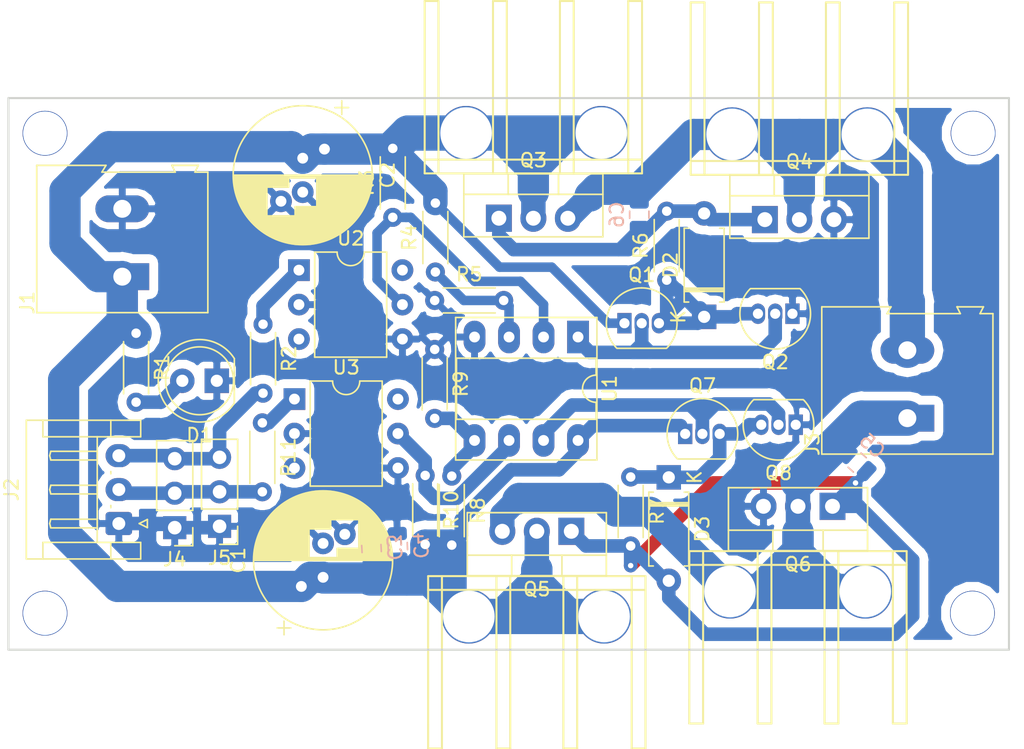
<source format=kicad_pcb>
(kicad_pcb (version 20171130) (host pcbnew "(5.0.2)-1")

  (general
    (thickness 1.6)
    (drawings 4)
    (tracks 256)
    (zones 0)
    (modules 36)
    (nets 24)
  )

  (page A4)
  (layers
    (0 F.Cu signal)
    (31 B.Cu signal)
    (32 B.Adhes user)
    (33 F.Adhes user)
    (34 B.Paste user)
    (35 F.Paste user)
    (36 B.SilkS user)
    (37 F.SilkS user)
    (38 B.Mask user)
    (39 F.Mask user)
    (40 Dwgs.User user)
    (41 Cmts.User user)
    (42 Eco1.User user)
    (43 Eco2.User user)
    (44 Edge.Cuts user)
    (45 Margin user)
    (46 B.CrtYd user)
    (47 F.CrtYd user)
    (48 B.Fab user)
    (49 F.Fab user)
  )

  (setup
    (last_trace_width 1)
    (user_trace_width 0.2)
    (user_trace_width 0.3)
    (user_trace_width 0.7)
    (user_trace_width 1)
    (user_trace_width 1.8)
    (user_trace_width 2.2)
    (user_trace_width 2.3)
    (user_trace_width 2.6)
    (trace_clearance 0.2)
    (zone_clearance 0.65)
    (zone_45_only no)
    (trace_min 0.2)
    (segment_width 0.2)
    (edge_width 0.15)
    (via_size 0.8)
    (via_drill 0.4)
    (via_min_size 0.4)
    (via_min_drill 0.3)
    (uvia_size 0.3)
    (uvia_drill 0.1)
    (uvias_allowed no)
    (uvia_min_size 0.2)
    (uvia_min_drill 0.1)
    (pcb_text_width 0.3)
    (pcb_text_size 1.5 1.5)
    (mod_edge_width 0.15)
    (mod_text_size 1 1)
    (mod_text_width 0.15)
    (pad_size 1.524 1.524)
    (pad_drill 0.762)
    (pad_to_mask_clearance 0.051)
    (solder_mask_min_width 0.25)
    (aux_axis_origin 0 0)
    (visible_elements 7FFFFFFF)
    (pcbplotparams
      (layerselection 0x010fc_ffffffff)
      (usegerberextensions false)
      (usegerberattributes false)
      (usegerberadvancedattributes false)
      (creategerberjobfile false)
      (excludeedgelayer true)
      (linewidth 0.100000)
      (plotframeref false)
      (viasonmask false)
      (mode 1)
      (useauxorigin false)
      (hpglpennumber 1)
      (hpglpenspeed 20)
      (hpglpendiameter 15.000000)
      (psnegative false)
      (psa4output false)
      (plotreference true)
      (plotvalue true)
      (plotinvisibletext false)
      (padsonsilk false)
      (subtractmaskfromsilk false)
      (outputformat 1)
      (mirror false)
      (drillshape 1)
      (scaleselection 1)
      (outputdirectory ""))
  )

  (net 0 "")
  (net 1 VCC)
  (net 2 GND)
  (net 3 "Net-(D1-Pad2)")
  (net 4 "Net-(D2-Pad1)")
  (net 5 "Net-(D3-Pad1)")
  (net 6 /in1)
  (net 7 /in2)
  (net 8 "Net-(Q1-Pad2)")
  (net 9 "Net-(Q7-Pad2)")
  (net 10 "Net-(R2-Pad1)")
  (net 11 "Net-(R3-Pad1)")
  (net 12 "Net-(R4-Pad1)")
  (net 13 "Net-(R8-Pad1)")
  (net 14 "Net-(R10-Pad1)")
  (net 15 "Net-(R11-Pad1)")
  (net 16 "Net-(U2-Pad6)")
  (net 17 "Net-(U2-Pad3)")
  (net 18 "Net-(U3-Pad3)")
  (net 19 "Net-(U3-Pad6)")
  (net 20 "Net-(C6-Pad2)")
  (net 21 "Net-(C5-Pad2)")
  (net 22 "Net-(C6-Pad1)")
  (net 23 "Net-(C5-Pad1)")

  (net_class Default "This is the default net class."
    (clearance 0.2)
    (trace_width 0.25)
    (via_dia 0.8)
    (via_drill 0.4)
    (uvia_dia 0.3)
    (uvia_drill 0.1)
    (add_net /in1)
    (add_net /in2)
    (add_net GND)
    (add_net "Net-(C5-Pad1)")
    (add_net "Net-(C5-Pad2)")
    (add_net "Net-(C6-Pad1)")
    (add_net "Net-(C6-Pad2)")
    (add_net "Net-(D1-Pad2)")
    (add_net "Net-(D2-Pad1)")
    (add_net "Net-(D3-Pad1)")
    (add_net "Net-(Q1-Pad2)")
    (add_net "Net-(Q7-Pad2)")
    (add_net "Net-(R10-Pad1)")
    (add_net "Net-(R11-Pad1)")
    (add_net "Net-(R2-Pad1)")
    (add_net "Net-(R3-Pad1)")
    (add_net "Net-(R4-Pad1)")
    (add_net "Net-(R8-Pad1)")
    (add_net "Net-(U2-Pad3)")
    (add_net "Net-(U2-Pad6)")
    (add_net "Net-(U3-Pad3)")
    (add_net "Net-(U3-Pad6)")
    (add_net VCC)
  )

  (module kicad-library:TO-220-3_Vertical (layer F.Cu) (tedit 5C3F0452) (tstamp 5C4CC9A3)
    (at 111.5695 74.9935)
    (descr "TO-220-3, Vertical, RM 2.54mm, see https://www.vishay.com/docs/66542/to-220-1.pdf")
    (tags "TO-220-3 Vertical RM 2.54mm")
    (path /5C38F5DA)
    (fp_text reference Q4 (at 2.54 -4.27) (layer F.SilkS)
      (effects (font (size 1 1) (thickness 0.15)))
    )
    (fp_text value IRF3205 (at 2.54 2.5) (layer F.Fab)
      (effects (font (size 1 1) (thickness 0.15)))
    )
    (fp_line (start 9.525 -16.002) (end 10.541 -16.002) (layer F.SilkS) (width 0.15))
    (fp_line (start 4.4958 -16.002) (end 5.5118 -16.002) (layer F.SilkS) (width 0.15))
    (fp_line (start -0.4318 -16.002) (end 0.5842 -16.002) (layer F.SilkS) (width 0.15))
    (fp_line (start -5.461 -16.002) (end -4.445 -16.002) (layer F.SilkS) (width 0.15))
    (fp_line (start 4.4958 -3.302) (end 4.4958 -16.002) (layer F.SilkS) (width 0.15))
    (fp_line (start 5.5118 -3.302) (end 5.5118 -16.002) (layer F.SilkS) (width 0.15))
    (fp_line (start 0.5842 -3.302) (end 0.5842 -16.002) (layer F.SilkS) (width 0.15))
    (fp_line (start -0.4318 -3.302) (end -0.4318 -16.002) (layer F.SilkS) (width 0.15))
    (fp_line (start 9.525 -3.302) (end 9.525 -16.002) (layer F.SilkS) (width 0.15))
    (fp_line (start -4.445 -3.302) (end -4.445 -16.002) (layer F.SilkS) (width 0.15))
    (fp_line (start 2.54 -4.318) (end 10.54 -4.318) (layer F.SilkS) (width 0.15))
    (fp_line (start -5.461 -4.318) (end 2.539 -4.318) (layer F.SilkS) (width 0.15))
    (fp_line (start 10.54 -3.302) (end 10.541 -16.002) (layer F.SilkS) (width 0.15))
    (fp_line (start -5.461 -3.302) (end -5.461 -16.002) (layer F.SilkS) (width 0.15))
    (fp_line (start -5.46 -3.302) (end 2.54 -3.302) (layer F.SilkS) (width 0.15))
    (fp_line (start 2.54 -3.302) (end 10.54 -3.302) (layer F.SilkS) (width 0.15))
    (fp_text user %R (at 2.54 -4.27) (layer F.Fab)
      (effects (font (size 1 1) (thickness 0.15)))
    )
    (fp_line (start 7.79 -3.4) (end -2.71 -3.4) (layer F.CrtYd) (width 0.05))
    (fp_line (start 7.79 1.51) (end 7.79 -3.4) (layer F.CrtYd) (width 0.05))
    (fp_line (start -2.71 1.51) (end 7.79 1.51) (layer F.CrtYd) (width 0.05))
    (fp_line (start -2.71 -3.4) (end -2.71 1.51) (layer F.CrtYd) (width 0.05))
    (fp_line (start 4.391 -3.27) (end 4.391 -1.76) (layer F.SilkS) (width 0.12))
    (fp_line (start 0.69 -3.27) (end 0.69 -1.76) (layer F.SilkS) (width 0.12))
    (fp_line (start -2.58 -1.76) (end 7.66 -1.76) (layer F.SilkS) (width 0.12))
    (fp_line (start 7.66 -3.27) (end 7.66 1.371) (layer F.SilkS) (width 0.12))
    (fp_line (start -2.58 -3.27) (end -2.58 1.371) (layer F.SilkS) (width 0.12))
    (fp_line (start -2.58 1.371) (end 7.66 1.371) (layer F.SilkS) (width 0.12))
    (fp_line (start -2.58 -3.27) (end 7.66 -3.27) (layer F.SilkS) (width 0.12))
    (fp_line (start 4.39 -3.15) (end 4.39 -1.88) (layer F.Fab) (width 0.1))
    (fp_line (start 0.69 -3.15) (end 0.69 -1.88) (layer F.Fab) (width 0.1))
    (fp_line (start -2.46 -1.88) (end 7.54 -1.88) (layer F.Fab) (width 0.1))
    (fp_line (start 7.54 -3.15) (end -2.46 -3.15) (layer F.Fab) (width 0.1))
    (fp_line (start 7.54 1.25) (end 7.54 -3.15) (layer F.Fab) (width 0.1))
    (fp_line (start -2.46 1.25) (end 7.54 1.25) (layer F.Fab) (width 0.1))
    (fp_line (start -2.46 -3.15) (end -2.46 1.25) (layer F.Fab) (width 0.1))
    (pad 2 thru_hole circle (at 7.5438 -6.2738) (size 4 4) (drill 3.8) (layers *.Cu *.Mask)
      (net 22 "Net-(C6-Pad1)"))
    (pad 2 thru_hole circle (at -2.413 -6.2738) (size 4 4) (drill 3.8) (layers *.Cu *.Mask)
      (net 22 "Net-(C6-Pad1)"))
    (pad 3 thru_hole oval (at 5.08 0) (size 1.905 2) (drill 1.1) (layers *.Cu *.Mask)
      (net 2 GND))
    (pad 2 thru_hole oval (at 2.54 0) (size 1.905 2) (drill 1.1) (layers *.Cu *.Mask)
      (net 22 "Net-(C6-Pad1)"))
    (pad 1 thru_hole rect (at 0 0) (size 1.905 2) (drill 1.1) (layers *.Cu *.Mask)
      (net 20 "Net-(C6-Pad2)"))
    (model ${KISYS3DMOD}/Package_TO_SOT_THT.3dshapes/TO-220-3_Vertical.wrl
      (at (xyz 0 0 0))
      (scale (xyz 1 1 1))
      (rotate (xyz 0 0 0))
    )
  )

  (module kicad-library:TO-220-3_Vertical (layer F.Cu) (tedit 5C3F0452) (tstamp 5C4CC98A)
    (at 91.9861 74.8919)
    (descr "TO-220-3, Vertical, RM 2.54mm, see https://www.vishay.com/docs/66542/to-220-1.pdf")
    (tags "TO-220-3 Vertical RM 2.54mm")
    (path /5C38F687)
    (fp_text reference Q3 (at 2.54 -4.27) (layer F.SilkS)
      (effects (font (size 1 1) (thickness 0.15)))
    )
    (fp_text value IRF4905 (at 2.54 2.5) (layer F.Fab)
      (effects (font (size 1 1) (thickness 0.15)))
    )
    (fp_line (start 9.525 -16.002) (end 10.541 -16.002) (layer F.SilkS) (width 0.15))
    (fp_line (start 4.4958 -16.002) (end 5.5118 -16.002) (layer F.SilkS) (width 0.15))
    (fp_line (start -0.4318 -16.002) (end 0.5842 -16.002) (layer F.SilkS) (width 0.15))
    (fp_line (start -5.461 -16.002) (end -4.445 -16.002) (layer F.SilkS) (width 0.15))
    (fp_line (start 4.4958 -3.302) (end 4.4958 -16.002) (layer F.SilkS) (width 0.15))
    (fp_line (start 5.5118 -3.302) (end 5.5118 -16.002) (layer F.SilkS) (width 0.15))
    (fp_line (start 0.5842 -3.302) (end 0.5842 -16.002) (layer F.SilkS) (width 0.15))
    (fp_line (start -0.4318 -3.302) (end -0.4318 -16.002) (layer F.SilkS) (width 0.15))
    (fp_line (start 9.525 -3.302) (end 9.525 -16.002) (layer F.SilkS) (width 0.15))
    (fp_line (start -4.445 -3.302) (end -4.445 -16.002) (layer F.SilkS) (width 0.15))
    (fp_line (start 2.54 -4.318) (end 10.54 -4.318) (layer F.SilkS) (width 0.15))
    (fp_line (start -5.461 -4.318) (end 2.539 -4.318) (layer F.SilkS) (width 0.15))
    (fp_line (start 10.54 -3.302) (end 10.541 -16.002) (layer F.SilkS) (width 0.15))
    (fp_line (start -5.461 -3.302) (end -5.461 -16.002) (layer F.SilkS) (width 0.15))
    (fp_line (start -5.46 -3.302) (end 2.54 -3.302) (layer F.SilkS) (width 0.15))
    (fp_line (start 2.54 -3.302) (end 10.54 -3.302) (layer F.SilkS) (width 0.15))
    (fp_text user %R (at 2.54 -4.27) (layer F.Fab)
      (effects (font (size 1 1) (thickness 0.15)))
    )
    (fp_line (start 7.79 -3.4) (end -2.71 -3.4) (layer F.CrtYd) (width 0.05))
    (fp_line (start 7.79 1.51) (end 7.79 -3.4) (layer F.CrtYd) (width 0.05))
    (fp_line (start -2.71 1.51) (end 7.79 1.51) (layer F.CrtYd) (width 0.05))
    (fp_line (start -2.71 -3.4) (end -2.71 1.51) (layer F.CrtYd) (width 0.05))
    (fp_line (start 4.391 -3.27) (end 4.391 -1.76) (layer F.SilkS) (width 0.12))
    (fp_line (start 0.69 -3.27) (end 0.69 -1.76) (layer F.SilkS) (width 0.12))
    (fp_line (start -2.58 -1.76) (end 7.66 -1.76) (layer F.SilkS) (width 0.12))
    (fp_line (start 7.66 -3.27) (end 7.66 1.371) (layer F.SilkS) (width 0.12))
    (fp_line (start -2.58 -3.27) (end -2.58 1.371) (layer F.SilkS) (width 0.12))
    (fp_line (start -2.58 1.371) (end 7.66 1.371) (layer F.SilkS) (width 0.12))
    (fp_line (start -2.58 -3.27) (end 7.66 -3.27) (layer F.SilkS) (width 0.12))
    (fp_line (start 4.39 -3.15) (end 4.39 -1.88) (layer F.Fab) (width 0.1))
    (fp_line (start 0.69 -3.15) (end 0.69 -1.88) (layer F.Fab) (width 0.1))
    (fp_line (start -2.46 -1.88) (end 7.54 -1.88) (layer F.Fab) (width 0.1))
    (fp_line (start 7.54 -3.15) (end -2.46 -3.15) (layer F.Fab) (width 0.1))
    (fp_line (start 7.54 1.25) (end 7.54 -3.15) (layer F.Fab) (width 0.1))
    (fp_line (start -2.46 1.25) (end 7.54 1.25) (layer F.Fab) (width 0.1))
    (fp_line (start -2.46 -3.15) (end -2.46 1.25) (layer F.Fab) (width 0.1))
    (pad 2 thru_hole circle (at 7.5438 -6.2738) (size 4 4) (drill 3.8) (layers *.Cu *.Mask)
      (net 1 VCC))
    (pad 2 thru_hole circle (at -2.413 -6.2738) (size 4 4) (drill 3.8) (layers *.Cu *.Mask)
      (net 1 VCC))
    (pad 3 thru_hole oval (at 5.08 0) (size 1.905 2) (drill 1.1) (layers *.Cu *.Mask)
      (net 22 "Net-(C6-Pad1)"))
    (pad 2 thru_hole oval (at 2.54 0) (size 1.905 2) (drill 1.1) (layers *.Cu *.Mask)
      (net 1 VCC))
    (pad 1 thru_hole rect (at 0 0) (size 1.905 2) (drill 1.1) (layers *.Cu *.Mask)
      (net 20 "Net-(C6-Pad2)"))
    (model ${KISYS3DMOD}/Package_TO_SOT_THT.3dshapes/TO-220-3_Vertical.wrl
      (at (xyz 0 0 0))
      (scale (xyz 1 1 1))
      (rotate (xyz 0 0 0))
    )
  )

  (module kicad-library:TO-220-3_Vertical (layer F.Cu) (tedit 5C3F0452) (tstamp 5C4DBB5A)
    (at 116.5479 96.1136 180)
    (descr "TO-220-3, Vertical, RM 2.54mm, see https://www.vishay.com/docs/66542/to-220-1.pdf")
    (tags "TO-220-3 Vertical RM 2.54mm")
    (path /5C393870)
    (fp_text reference Q6 (at 2.54 -4.27 180) (layer F.SilkS)
      (effects (font (size 1 1) (thickness 0.15)))
    )
    (fp_text value IRF3205 (at 2.54 2.5 180) (layer F.Fab)
      (effects (font (size 1 1) (thickness 0.15)))
    )
    (fp_line (start 9.525 -16.002) (end 10.541 -16.002) (layer F.SilkS) (width 0.15))
    (fp_line (start 4.4958 -16.002) (end 5.5118 -16.002) (layer F.SilkS) (width 0.15))
    (fp_line (start -0.4318 -16.002) (end 0.5842 -16.002) (layer F.SilkS) (width 0.15))
    (fp_line (start -5.461 -16.002) (end -4.445 -16.002) (layer F.SilkS) (width 0.15))
    (fp_line (start 4.4958 -3.302) (end 4.4958 -16.002) (layer F.SilkS) (width 0.15))
    (fp_line (start 5.5118 -3.302) (end 5.5118 -16.002) (layer F.SilkS) (width 0.15))
    (fp_line (start 0.5842 -3.302) (end 0.5842 -16.002) (layer F.SilkS) (width 0.15))
    (fp_line (start -0.4318 -3.302) (end -0.4318 -16.002) (layer F.SilkS) (width 0.15))
    (fp_line (start 9.525 -3.302) (end 9.525 -16.002) (layer F.SilkS) (width 0.15))
    (fp_line (start -4.445 -3.302) (end -4.445 -16.002) (layer F.SilkS) (width 0.15))
    (fp_line (start 2.54 -4.318) (end 10.54 -4.318) (layer F.SilkS) (width 0.15))
    (fp_line (start -5.461 -4.318) (end 2.539 -4.318) (layer F.SilkS) (width 0.15))
    (fp_line (start 10.54 -3.302) (end 10.541 -16.002) (layer F.SilkS) (width 0.15))
    (fp_line (start -5.461 -3.302) (end -5.461 -16.002) (layer F.SilkS) (width 0.15))
    (fp_line (start -5.46 -3.302) (end 2.54 -3.302) (layer F.SilkS) (width 0.15))
    (fp_line (start 2.54 -3.302) (end 10.54 -3.302) (layer F.SilkS) (width 0.15))
    (fp_text user %R (at 2.54 -4.27 180) (layer F.Fab)
      (effects (font (size 1 1) (thickness 0.15)))
    )
    (fp_line (start 7.79 -3.4) (end -2.71 -3.4) (layer F.CrtYd) (width 0.05))
    (fp_line (start 7.79 1.51) (end 7.79 -3.4) (layer F.CrtYd) (width 0.05))
    (fp_line (start -2.71 1.51) (end 7.79 1.51) (layer F.CrtYd) (width 0.05))
    (fp_line (start -2.71 -3.4) (end -2.71 1.51) (layer F.CrtYd) (width 0.05))
    (fp_line (start 4.391 -3.27) (end 4.391 -1.76) (layer F.SilkS) (width 0.12))
    (fp_line (start 0.69 -3.27) (end 0.69 -1.76) (layer F.SilkS) (width 0.12))
    (fp_line (start -2.58 -1.76) (end 7.66 -1.76) (layer F.SilkS) (width 0.12))
    (fp_line (start 7.66 -3.27) (end 7.66 1.371) (layer F.SilkS) (width 0.12))
    (fp_line (start -2.58 -3.27) (end -2.58 1.371) (layer F.SilkS) (width 0.12))
    (fp_line (start -2.58 1.371) (end 7.66 1.371) (layer F.SilkS) (width 0.12))
    (fp_line (start -2.58 -3.27) (end 7.66 -3.27) (layer F.SilkS) (width 0.12))
    (fp_line (start 4.39 -3.15) (end 4.39 -1.88) (layer F.Fab) (width 0.1))
    (fp_line (start 0.69 -3.15) (end 0.69 -1.88) (layer F.Fab) (width 0.1))
    (fp_line (start -2.46 -1.88) (end 7.54 -1.88) (layer F.Fab) (width 0.1))
    (fp_line (start 7.54 -3.15) (end -2.46 -3.15) (layer F.Fab) (width 0.1))
    (fp_line (start 7.54 1.25) (end 7.54 -3.15) (layer F.Fab) (width 0.1))
    (fp_line (start -2.46 1.25) (end 7.54 1.25) (layer F.Fab) (width 0.1))
    (fp_line (start -2.46 -3.15) (end -2.46 1.25) (layer F.Fab) (width 0.1))
    (pad 2 thru_hole circle (at 7.5438 -6.2738 180) (size 4 4) (drill 3.8) (layers *.Cu *.Mask)
      (net 21 "Net-(C5-Pad2)"))
    (pad 2 thru_hole circle (at -2.413 -6.2738 180) (size 4 4) (drill 3.8) (layers *.Cu *.Mask)
      (net 21 "Net-(C5-Pad2)"))
    (pad 3 thru_hole oval (at 5.08 0 180) (size 1.905 2) (drill 1.1) (layers *.Cu *.Mask)
      (net 2 GND))
    (pad 2 thru_hole oval (at 2.54 0 180) (size 1.905 2) (drill 1.1) (layers *.Cu *.Mask)
      (net 21 "Net-(C5-Pad2)"))
    (pad 1 thru_hole rect (at 0 0 180) (size 1.905 2) (drill 1.1) (layers *.Cu *.Mask)
      (net 23 "Net-(C5-Pad1)"))
    (model ${KISYS3DMOD}/Package_TO_SOT_THT.3dshapes/TO-220-3_Vertical.wrl
      (at (xyz 0 0 0))
      (scale (xyz 1 1 1))
      (rotate (xyz 0 0 0))
    )
  )

  (module Package_TO_SOT_THT:TO-220-3_Vertical (layer F.Cu) (tedit 5C3F0452) (tstamp 5C4E3251)
    (at 97.3201 97.9551 180)
    (descr "TO-220-3, Vertical, RM 2.54mm, see https://www.vishay.com/docs/66542/to-220-1.pdf")
    (tags "TO-220-3 Vertical RM 2.54mm")
    (path /5C393877)
    (fp_text reference Q5 (at 2.54 -4.27 180) (layer F.SilkS)
      (effects (font (size 1 1) (thickness 0.15)))
    )
    (fp_text value IRF4905 (at 2.54 2.5 180) (layer F.Fab)
      (effects (font (size 1 1) (thickness 0.15)))
    )
    (fp_line (start -2.46 -3.15) (end -2.46 1.25) (layer F.Fab) (width 0.1))
    (fp_line (start -2.46 1.25) (end 7.54 1.25) (layer F.Fab) (width 0.1))
    (fp_line (start 7.54 1.25) (end 7.54 -3.15) (layer F.Fab) (width 0.1))
    (fp_line (start 7.54 -3.15) (end -2.46 -3.15) (layer F.Fab) (width 0.1))
    (fp_line (start -2.46 -1.88) (end 7.54 -1.88) (layer F.Fab) (width 0.1))
    (fp_line (start 0.69 -3.15) (end 0.69 -1.88) (layer F.Fab) (width 0.1))
    (fp_line (start 4.39 -3.15) (end 4.39 -1.88) (layer F.Fab) (width 0.1))
    (fp_line (start -2.58 -3.27) (end 7.66 -3.27) (layer F.SilkS) (width 0.12))
    (fp_line (start -2.58 1.371) (end 7.66 1.371) (layer F.SilkS) (width 0.12))
    (fp_line (start -2.58 -3.27) (end -2.58 1.371) (layer F.SilkS) (width 0.12))
    (fp_line (start 7.66 -3.27) (end 7.66 1.371) (layer F.SilkS) (width 0.12))
    (fp_line (start -2.58 -1.76) (end 7.66 -1.76) (layer F.SilkS) (width 0.12))
    (fp_line (start 0.69 -3.27) (end 0.69 -1.76) (layer F.SilkS) (width 0.12))
    (fp_line (start 4.391 -3.27) (end 4.391 -1.76) (layer F.SilkS) (width 0.12))
    (fp_line (start -2.71 -3.4) (end -2.71 1.51) (layer F.CrtYd) (width 0.05))
    (fp_line (start -2.71 1.51) (end 7.79 1.51) (layer F.CrtYd) (width 0.05))
    (fp_line (start 7.79 1.51) (end 7.79 -3.4) (layer F.CrtYd) (width 0.05))
    (fp_line (start 7.79 -3.4) (end -2.71 -3.4) (layer F.CrtYd) (width 0.05))
    (fp_text user %R (at 2.54 -4.27 180) (layer F.Fab)
      (effects (font (size 1 1) (thickness 0.15)))
    )
    (fp_line (start 2.54 -3.302) (end 10.54 -3.302) (layer F.SilkS) (width 0.15))
    (fp_line (start -5.46 -3.302) (end 2.54 -3.302) (layer F.SilkS) (width 0.15))
    (fp_line (start -5.461 -3.302) (end -5.461 -16.002) (layer F.SilkS) (width 0.15))
    (fp_line (start 10.54 -3.302) (end 10.541 -16.002) (layer F.SilkS) (width 0.15))
    (fp_line (start -5.461 -4.318) (end 2.539 -4.318) (layer F.SilkS) (width 0.15))
    (fp_line (start 2.54 -4.318) (end 10.54 -4.318) (layer F.SilkS) (width 0.15))
    (fp_line (start -4.445 -3.302) (end -4.445 -16.002) (layer F.SilkS) (width 0.15))
    (fp_line (start 9.525 -3.302) (end 9.525 -16.002) (layer F.SilkS) (width 0.15))
    (fp_line (start -0.4318 -3.302) (end -0.4318 -16.002) (layer F.SilkS) (width 0.15))
    (fp_line (start 0.5842 -3.302) (end 0.5842 -16.002) (layer F.SilkS) (width 0.15))
    (fp_line (start 5.5118 -3.302) (end 5.5118 -16.002) (layer F.SilkS) (width 0.15))
    (fp_line (start 4.4958 -3.302) (end 4.4958 -16.002) (layer F.SilkS) (width 0.15))
    (fp_line (start -5.461 -16.002) (end -4.445 -16.002) (layer F.SilkS) (width 0.15))
    (fp_line (start -0.4318 -16.002) (end 0.5842 -16.002) (layer F.SilkS) (width 0.15))
    (fp_line (start 4.4958 -16.002) (end 5.5118 -16.002) (layer F.SilkS) (width 0.15))
    (fp_line (start 9.525 -16.002) (end 10.541 -16.002) (layer F.SilkS) (width 0.15))
    (pad 1 thru_hole rect (at 0 0 180) (size 1.905 2) (drill 1.1) (layers *.Cu *.Mask)
      (net 23 "Net-(C5-Pad1)"))
    (pad 2 thru_hole oval (at 2.54 0 180) (size 1.905 2) (drill 1.1) (layers *.Cu *.Mask)
      (net 1 VCC))
    (pad 3 thru_hole oval (at 5.08 0 180) (size 1.905 2) (drill 1.1) (layers *.Cu *.Mask)
      (net 21 "Net-(C5-Pad2)"))
    (pad 2 thru_hole circle (at -2.413 -6.2738 180) (size 4 4) (drill 3.8) (layers *.Cu *.Mask)
      (net 1 VCC))
    (pad 2 thru_hole circle (at 7.5438 -6.2738 180) (size 4 4) (drill 3.8) (layers *.Cu *.Mask)
      (net 1 VCC))
    (model ${KISYS3DMOD}/Package_TO_SOT_THT.3dshapes/TO-220-3_Vertical.wrl
      (at (xyz 0 0 0))
      (scale (xyz 1 1 1))
      (rotate (xyz 0 0 0))
    )
  )

  (module Capacitor_SMD:C_0805_2012Metric (layer B.Cu) (tedit 5B36C52B) (tstamp 5C39500B)
    (at 118.368343 92.88787 138)
    (descr "Capacitor SMD 0805 (2012 Metric), square (rectangular) end terminal, IPC_7351 nominal, (Body size source: https://docs.google.com/spreadsheets/d/1BsfQQcO9C6DZCsRaXUlFlo91Tg2WpOkGARC1WS5S8t0/edit?usp=sharing), generated with kicad-footprint-generator")
    (tags capacitor)
    (path /5C38E18D)
    (attr smd)
    (fp_text reference C5 (at 0 1.65 138) (layer B.SilkS)
      (effects (font (size 1 1) (thickness 0.15)) (justify mirror))
    )
    (fp_text value C_Small (at 0 -1.65 138) (layer B.Fab)
      (effects (font (size 1 1) (thickness 0.15)) (justify mirror))
    )
    (fp_text user %R (at 0 0 138) (layer B.Fab)
      (effects (font (size 0.5 0.5) (thickness 0.08)) (justify mirror))
    )
    (fp_line (start 1.68 -0.95) (end -1.68 -0.95) (layer B.CrtYd) (width 0.05))
    (fp_line (start 1.68 0.95) (end 1.68 -0.95) (layer B.CrtYd) (width 0.05))
    (fp_line (start -1.68 0.95) (end 1.68 0.95) (layer B.CrtYd) (width 0.05))
    (fp_line (start -1.68 -0.95) (end -1.68 0.95) (layer B.CrtYd) (width 0.05))
    (fp_line (start -0.258578 -0.71) (end 0.258578 -0.71) (layer B.SilkS) (width 0.12))
    (fp_line (start -0.258578 0.71) (end 0.258578 0.71) (layer B.SilkS) (width 0.12))
    (fp_line (start 1 -0.6) (end -1 -0.6) (layer B.Fab) (width 0.1))
    (fp_line (start 1 0.6) (end 1 -0.6) (layer B.Fab) (width 0.1))
    (fp_line (start -1 0.6) (end 1 0.6) (layer B.Fab) (width 0.1))
    (fp_line (start -1 -0.6) (end -1 0.6) (layer B.Fab) (width 0.1))
    (pad 2 smd roundrect (at 0.9375 0 138) (size 0.975 1.4) (layers B.Cu B.Paste B.Mask) (roundrect_rratio 0.25)
      (net 21 "Net-(C5-Pad2)"))
    (pad 1 smd roundrect (at -0.9375 0 138) (size 0.975 1.4) (layers B.Cu B.Paste B.Mask) (roundrect_rratio 0.25)
      (net 23 "Net-(C5-Pad1)"))
    (model ${KISYS3DMOD}/Capacitor_SMD.3dshapes/C_0805_2012Metric.wrl
      (at (xyz 0 0 0))
      (scale (xyz 1 1 1))
      (rotate (xyz 0 0 0))
    )
  )

  (module Capacitor_SMD:C_0805_2012Metric (layer B.Cu) (tedit 5B36C52B) (tstamp 5C395112)
    (at 102.3239 74.63282 270)
    (descr "Capacitor SMD 0805 (2012 Metric), square (rectangular) end terminal, IPC_7351 nominal, (Body size source: https://docs.google.com/spreadsheets/d/1BsfQQcO9C6DZCsRaXUlFlo91Tg2WpOkGARC1WS5S8t0/edit?usp=sharing), generated with kicad-footprint-generator")
    (tags capacitor)
    (path /5C390B41)
    (attr smd)
    (fp_text reference C6 (at 0 1.65 270) (layer B.SilkS)
      (effects (font (size 1 1) (thickness 0.15)) (justify mirror))
    )
    (fp_text value C_Small (at 0 -1.65 270) (layer B.Fab)
      (effects (font (size 1 1) (thickness 0.15)) (justify mirror))
    )
    (fp_line (start -1 -0.6) (end -1 0.6) (layer B.Fab) (width 0.1))
    (fp_line (start -1 0.6) (end 1 0.6) (layer B.Fab) (width 0.1))
    (fp_line (start 1 0.6) (end 1 -0.6) (layer B.Fab) (width 0.1))
    (fp_line (start 1 -0.6) (end -1 -0.6) (layer B.Fab) (width 0.1))
    (fp_line (start -0.258578 0.71) (end 0.258578 0.71) (layer B.SilkS) (width 0.12))
    (fp_line (start -0.258578 -0.71) (end 0.258578 -0.71) (layer B.SilkS) (width 0.12))
    (fp_line (start -1.68 -0.95) (end -1.68 0.95) (layer B.CrtYd) (width 0.05))
    (fp_line (start -1.68 0.95) (end 1.68 0.95) (layer B.CrtYd) (width 0.05))
    (fp_line (start 1.68 0.95) (end 1.68 -0.95) (layer B.CrtYd) (width 0.05))
    (fp_line (start 1.68 -0.95) (end -1.68 -0.95) (layer B.CrtYd) (width 0.05))
    (fp_text user %R (at 0 0 270) (layer F.Fab)
      (effects (font (size 0.5 0.5) (thickness 0.08)))
    )
    (pad 1 smd roundrect (at -0.937501 0 270) (size 0.975 1.4) (layers B.Cu B.Paste B.Mask) (roundrect_rratio 0.25)
      (net 22 "Net-(C6-Pad1)"))
    (pad 2 smd roundrect (at 0.937501 0 270) (size 0.975 1.4) (layers B.Cu B.Paste B.Mask) (roundrect_rratio 0.25)
      (net 20 "Net-(C6-Pad2)"))
    (model ${KISYS3DMOD}/Capacitor_SMD.3dshapes/C_0805_2012Metric.wrl
      (at (xyz 0 0 0))
      (scale (xyz 1 1 1))
      (rotate (xyz 0 0 0))
    )
  )

  (module Connector_JST:JST_EH_S03B-EH_1x03_P2.50mm_Horizontal (layer F.Cu) (tedit 5B7717B9) (tstamp 5C38DA44)
    (at 64.008 97.3836 90)
    (descr "JST EH series connector, S03B-EH (http://www.jst-mfg.com/product/pdf/eng/eEH.pdf), generated with kicad-footprint-generator")
    (tags "connector JST EH top entry")
    (path /5C3911CE)
    (fp_text reference J2 (at 2.5 -7.9 90) (layer F.SilkS)
      (effects (font (size 1 1) (thickness 0.15)))
    )
    (fp_text value "Input conn" (at 2.5 2.7 90) (layer F.Fab)
      (effects (font (size 1 1) (thickness 0.15)))
    )
    (fp_line (start -1.5 -0.7) (end -1.5 1.5) (layer F.Fab) (width 0.1))
    (fp_line (start -1.5 1.5) (end -2.5 1.5) (layer F.Fab) (width 0.1))
    (fp_line (start -2.5 1.5) (end -2.5 -6.7) (layer F.Fab) (width 0.1))
    (fp_line (start -2.5 -6.7) (end 7.5 -6.7) (layer F.Fab) (width 0.1))
    (fp_line (start 7.5 -6.7) (end 7.5 1.5) (layer F.Fab) (width 0.1))
    (fp_line (start 7.5 1.5) (end 6.5 1.5) (layer F.Fab) (width 0.1))
    (fp_line (start 6.5 1.5) (end 6.5 -0.7) (layer F.Fab) (width 0.1))
    (fp_line (start 6.5 -0.7) (end -1.5 -0.7) (layer F.Fab) (width 0.1))
    (fp_line (start -3 -7.2) (end -3 2) (layer F.CrtYd) (width 0.05))
    (fp_line (start -3 2) (end 8 2) (layer F.CrtYd) (width 0.05))
    (fp_line (start 8 2) (end 8 -7.2) (layer F.CrtYd) (width 0.05))
    (fp_line (start 8 -7.2) (end -3 -7.2) (layer F.CrtYd) (width 0.05))
    (fp_line (start -1.39 -0.59) (end -1.39 1.61) (layer F.SilkS) (width 0.12))
    (fp_line (start -1.39 1.61) (end -2.61 1.61) (layer F.SilkS) (width 0.12))
    (fp_line (start -2.61 1.61) (end -2.61 -6.81) (layer F.SilkS) (width 0.12))
    (fp_line (start -2.61 -6.81) (end 7.61 -6.81) (layer F.SilkS) (width 0.12))
    (fp_line (start 7.61 -6.81) (end 7.61 1.61) (layer F.SilkS) (width 0.12))
    (fp_line (start 7.61 1.61) (end 6.39 1.61) (layer F.SilkS) (width 0.12))
    (fp_line (start 6.39 1.61) (end 6.39 -0.59) (layer F.SilkS) (width 0.12))
    (fp_line (start -2.61 -5.59) (end -1.39 -5.59) (layer F.SilkS) (width 0.12))
    (fp_line (start -1.39 -5.59) (end -1.39 -0.59) (layer F.SilkS) (width 0.12))
    (fp_line (start -1.39 -0.59) (end -2.61 -0.59) (layer F.SilkS) (width 0.12))
    (fp_line (start 7.61 -5.59) (end 6.39 -5.59) (layer F.SilkS) (width 0.12))
    (fp_line (start 6.39 -5.59) (end 6.39 -0.59) (layer F.SilkS) (width 0.12))
    (fp_line (start 6.39 -0.59) (end 7.61 -0.59) (layer F.SilkS) (width 0.12))
    (fp_line (start -1.39 -1.59) (end 6.39 -1.59) (layer F.SilkS) (width 0.12))
    (fp_line (start 0 -1.59) (end -0.32 -1.59) (layer F.SilkS) (width 0.12))
    (fp_line (start -0.32 -1.59) (end -0.32 -5.01) (layer F.SilkS) (width 0.12))
    (fp_line (start -0.32 -5.01) (end 0 -5.09) (layer F.SilkS) (width 0.12))
    (fp_line (start 0 -5.09) (end 0.32 -5.01) (layer F.SilkS) (width 0.12))
    (fp_line (start 0.32 -5.01) (end 0.32 -1.59) (layer F.SilkS) (width 0.12))
    (fp_line (start 0.32 -1.59) (end 0 -1.59) (layer F.SilkS) (width 0.12))
    (fp_line (start 1.17 -0.59) (end 1.33 -0.59) (layer F.SilkS) (width 0.12))
    (fp_line (start 2.5 -1.59) (end 2.18 -1.59) (layer F.SilkS) (width 0.12))
    (fp_line (start 2.18 -1.59) (end 2.18 -5.01) (layer F.SilkS) (width 0.12))
    (fp_line (start 2.18 -5.01) (end 2.5 -5.09) (layer F.SilkS) (width 0.12))
    (fp_line (start 2.5 -5.09) (end 2.82 -5.01) (layer F.SilkS) (width 0.12))
    (fp_line (start 2.82 -5.01) (end 2.82 -1.59) (layer F.SilkS) (width 0.12))
    (fp_line (start 2.82 -1.59) (end 2.5 -1.59) (layer F.SilkS) (width 0.12))
    (fp_line (start 3.67 -0.59) (end 3.83 -0.59) (layer F.SilkS) (width 0.12))
    (fp_line (start 5 -1.59) (end 4.68 -1.59) (layer F.SilkS) (width 0.12))
    (fp_line (start 4.68 -1.59) (end 4.68 -5.01) (layer F.SilkS) (width 0.12))
    (fp_line (start 4.68 -5.01) (end 5 -5.09) (layer F.SilkS) (width 0.12))
    (fp_line (start 5 -5.09) (end 5.32 -5.01) (layer F.SilkS) (width 0.12))
    (fp_line (start 5.32 -5.01) (end 5.32 -1.59) (layer F.SilkS) (width 0.12))
    (fp_line (start 5.32 -1.59) (end 5 -1.59) (layer F.SilkS) (width 0.12))
    (fp_line (start 0 1.5) (end -0.3 2.1) (layer F.SilkS) (width 0.12))
    (fp_line (start -0.3 2.1) (end 0.3 2.1) (layer F.SilkS) (width 0.12))
    (fp_line (start 0.3 2.1) (end 0 1.5) (layer F.SilkS) (width 0.12))
    (fp_line (start -0.5 -0.7) (end 0 -1.407107) (layer F.Fab) (width 0.1))
    (fp_line (start 0 -1.407107) (end 0.5 -0.7) (layer F.Fab) (width 0.1))
    (fp_text user %R (at 2.5 -2.6 90) (layer F.Fab)
      (effects (font (size 1 1) (thickness 0.15)))
    )
    (pad 1 thru_hole roundrect (at 0 0 90) (size 1.7 1.95) (drill 0.95) (layers *.Cu *.Mask) (roundrect_rratio 0.147059)
      (net 2 GND))
    (pad 2 thru_hole oval (at 2.5 0 90) (size 1.7 1.95) (drill 0.95) (layers *.Cu *.Mask)
      (net 7 /in2))
    (pad 3 thru_hole oval (at 5 0 90) (size 1.7 1.95) (drill 0.95) (layers *.Cu *.Mask)
      (net 6 /in1))
    (model ${KISYS3DMOD}/Connector_JST.3dshapes/JST_EH_S03B-EH_1x03_P2.50mm_Horizontal.wrl
      (at (xyz 0 0 0))
      (scale (xyz 1 1 1))
      (rotate (xyz 0 0 0))
    )
  )

  (module Diode_THT:D_A-405_P7.62mm_Horizontal (layer F.Cu) (tedit 5AE50CD5) (tstamp 5C386637)
    (at 107.0991 82.1563 90)
    (descr "Diode, A-405 series, Axial, Horizontal, pin pitch=7.62mm, , length*diameter=5.2*2.7mm^2, , http://www.diodes.com/_files/packages/A-405.pdf")
    (tags "Diode A-405 series Axial Horizontal pin pitch 7.62mm  length 5.2mm diameter 2.7mm")
    (path /5C38FD8C)
    (fp_text reference D2 (at 3.81 -2.47 90) (layer F.SilkS)
      (effects (font (size 1 1) (thickness 0.15)))
    )
    (fp_text value 1N4148 (at 3.81 2.47 90) (layer F.Fab)
      (effects (font (size 1 1) (thickness 0.15)))
    )
    (fp_text user K (at 0 -1.9 90) (layer F.SilkS)
      (effects (font (size 1 1) (thickness 0.15)))
    )
    (fp_text user K (at 0 -1.9 90) (layer F.Fab)
      (effects (font (size 1 1) (thickness 0.15)))
    )
    (fp_text user %R (at 4.2 0 90) (layer F.Fab)
      (effects (font (size 1 1) (thickness 0.15)))
    )
    (fp_line (start 8.77 -1.6) (end -1.15 -1.6) (layer F.CrtYd) (width 0.05))
    (fp_line (start 8.77 1.6) (end 8.77 -1.6) (layer F.CrtYd) (width 0.05))
    (fp_line (start -1.15 1.6) (end 8.77 1.6) (layer F.CrtYd) (width 0.05))
    (fp_line (start -1.15 -1.6) (end -1.15 1.6) (layer F.CrtYd) (width 0.05))
    (fp_line (start 1.87 -1.47) (end 1.87 1.47) (layer F.SilkS) (width 0.12))
    (fp_line (start 2.11 -1.47) (end 2.11 1.47) (layer F.SilkS) (width 0.12))
    (fp_line (start 1.99 -1.47) (end 1.99 1.47) (layer F.SilkS) (width 0.12))
    (fp_line (start 6.53 1.47) (end 6.53 1.14) (layer F.SilkS) (width 0.12))
    (fp_line (start 1.09 1.47) (end 6.53 1.47) (layer F.SilkS) (width 0.12))
    (fp_line (start 1.09 1.14) (end 1.09 1.47) (layer F.SilkS) (width 0.12))
    (fp_line (start 6.53 -1.47) (end 6.53 -1.14) (layer F.SilkS) (width 0.12))
    (fp_line (start 1.09 -1.47) (end 6.53 -1.47) (layer F.SilkS) (width 0.12))
    (fp_line (start 1.09 -1.14) (end 1.09 -1.47) (layer F.SilkS) (width 0.12))
    (fp_line (start 1.89 -1.35) (end 1.89 1.35) (layer F.Fab) (width 0.1))
    (fp_line (start 2.09 -1.35) (end 2.09 1.35) (layer F.Fab) (width 0.1))
    (fp_line (start 1.99 -1.35) (end 1.99 1.35) (layer F.Fab) (width 0.1))
    (fp_line (start 7.62 0) (end 6.41 0) (layer F.Fab) (width 0.1))
    (fp_line (start 0 0) (end 1.21 0) (layer F.Fab) (width 0.1))
    (fp_line (start 6.41 -1.35) (end 1.21 -1.35) (layer F.Fab) (width 0.1))
    (fp_line (start 6.41 1.35) (end 6.41 -1.35) (layer F.Fab) (width 0.1))
    (fp_line (start 1.21 1.35) (end 6.41 1.35) (layer F.Fab) (width 0.1))
    (fp_line (start 1.21 -1.35) (end 1.21 1.35) (layer F.Fab) (width 0.1))
    (pad 2 thru_hole oval (at 7.62 0 90) (size 1.8 1.8) (drill 0.9) (layers *.Cu *.Mask)
      (net 20 "Net-(C6-Pad2)"))
    (pad 1 thru_hole rect (at 0 0 90) (size 1.8 1.8) (drill 0.9) (layers *.Cu *.Mask)
      (net 4 "Net-(D2-Pad1)"))
    (model ${KISYS3DMOD}/Diode_THT.3dshapes/D_A-405_P7.62mm_Horizontal.wrl
      (at (xyz 0 0 0))
      (scale (xyz 1 1 1))
      (rotate (xyz 0 0 0))
    )
  )

  (module Diode_THT:D_A-405_P7.62mm_Horizontal (layer F.Cu) (tedit 5AE50CD5) (tstamp 5C38F028)
    (at 104.4956 93.98 270)
    (descr "Diode, A-405 series, Axial, Horizontal, pin pitch=7.62mm, , length*diameter=5.2*2.7mm^2, , http://www.diodes.com/_files/packages/A-405.pdf")
    (tags "Diode A-405 series Axial Horizontal pin pitch 7.62mm  length 5.2mm diameter 2.7mm")
    (path /5C393892)
    (fp_text reference D3 (at 3.81 -2.47 270) (layer F.SilkS)
      (effects (font (size 1 1) (thickness 0.15)))
    )
    (fp_text value 1N4148 (at 3.81 2.47 270) (layer F.Fab)
      (effects (font (size 1 1) (thickness 0.15)))
    )
    (fp_line (start 1.21 -1.35) (end 1.21 1.35) (layer F.Fab) (width 0.1))
    (fp_line (start 1.21 1.35) (end 6.41 1.35) (layer F.Fab) (width 0.1))
    (fp_line (start 6.41 1.35) (end 6.41 -1.35) (layer F.Fab) (width 0.1))
    (fp_line (start 6.41 -1.35) (end 1.21 -1.35) (layer F.Fab) (width 0.1))
    (fp_line (start 0 0) (end 1.21 0) (layer F.Fab) (width 0.1))
    (fp_line (start 7.62 0) (end 6.41 0) (layer F.Fab) (width 0.1))
    (fp_line (start 1.99 -1.35) (end 1.99 1.35) (layer F.Fab) (width 0.1))
    (fp_line (start 2.09 -1.35) (end 2.09 1.35) (layer F.Fab) (width 0.1))
    (fp_line (start 1.89 -1.35) (end 1.89 1.35) (layer F.Fab) (width 0.1))
    (fp_line (start 1.09 -1.14) (end 1.09 -1.47) (layer F.SilkS) (width 0.12))
    (fp_line (start 1.09 -1.47) (end 6.53 -1.47) (layer F.SilkS) (width 0.12))
    (fp_line (start 6.53 -1.47) (end 6.53 -1.14) (layer F.SilkS) (width 0.12))
    (fp_line (start 1.09 1.14) (end 1.09 1.47) (layer F.SilkS) (width 0.12))
    (fp_line (start 1.09 1.47) (end 6.53 1.47) (layer F.SilkS) (width 0.12))
    (fp_line (start 6.53 1.47) (end 6.53 1.14) (layer F.SilkS) (width 0.12))
    (fp_line (start 1.99 -1.47) (end 1.99 1.47) (layer F.SilkS) (width 0.12))
    (fp_line (start 2.11 -1.47) (end 2.11 1.47) (layer F.SilkS) (width 0.12))
    (fp_line (start 1.87 -1.47) (end 1.87 1.47) (layer F.SilkS) (width 0.12))
    (fp_line (start -1.15 -1.6) (end -1.15 1.6) (layer F.CrtYd) (width 0.05))
    (fp_line (start -1.15 1.6) (end 8.77 1.6) (layer F.CrtYd) (width 0.05))
    (fp_line (start 8.77 1.6) (end 8.77 -1.6) (layer F.CrtYd) (width 0.05))
    (fp_line (start 8.77 -1.6) (end -1.15 -1.6) (layer F.CrtYd) (width 0.05))
    (fp_text user %R (at 4.2 0 270) (layer F.Fab)
      (effects (font (size 1 1) (thickness 0.15)))
    )
    (fp_text user K (at 0 -1.9 270) (layer F.Fab)
      (effects (font (size 1 1) (thickness 0.15)))
    )
    (fp_text user K (at 0 -1.9 270) (layer F.SilkS)
      (effects (font (size 1 1) (thickness 0.15)))
    )
    (pad 1 thru_hole rect (at 0 0 270) (size 1.8 1.8) (drill 0.9) (layers *.Cu *.Mask)
      (net 5 "Net-(D3-Pad1)"))
    (pad 2 thru_hole oval (at 7.62 0 270) (size 1.8 1.8) (drill 0.9) (layers *.Cu *.Mask)
      (net 23 "Net-(C5-Pad1)"))
    (model ${KISYS3DMOD}/Diode_THT.3dshapes/D_A-405_P7.62mm_Horizontal.wrl
      (at (xyz 0 0 0))
      (scale (xyz 1 1 1))
      (rotate (xyz 0 0 0))
    )
  )

  (module Connector_PinHeader_2.54mm:PinHeader_1x03_P2.54mm_Vertical (layer F.Cu) (tedit 59FED5CC) (tstamp 5C38DB10)
    (at 68.1228 97.6884 180)
    (descr "Through hole straight pin header, 1x03, 2.54mm pitch, single row")
    (tags "Through hole pin header THT 1x03 2.54mm single row")
    (path /5C3AA07C)
    (fp_text reference J4 (at 0 -2.33 180) (layer F.SilkS)
      (effects (font (size 1 1) (thickness 0.15)))
    )
    (fp_text value "Input conn" (at 0 7.41 180) (layer F.Fab)
      (effects (font (size 1 1) (thickness 0.15)))
    )
    (fp_text user %R (at 0 2.54 270) (layer F.Fab)
      (effects (font (size 1 1) (thickness 0.15)))
    )
    (fp_line (start 1.8 -1.8) (end -1.8 -1.8) (layer F.CrtYd) (width 0.05))
    (fp_line (start 1.8 6.85) (end 1.8 -1.8) (layer F.CrtYd) (width 0.05))
    (fp_line (start -1.8 6.85) (end 1.8 6.85) (layer F.CrtYd) (width 0.05))
    (fp_line (start -1.8 -1.8) (end -1.8 6.85) (layer F.CrtYd) (width 0.05))
    (fp_line (start -1.33 -1.33) (end 0 -1.33) (layer F.SilkS) (width 0.12))
    (fp_line (start -1.33 0) (end -1.33 -1.33) (layer F.SilkS) (width 0.12))
    (fp_line (start -1.33 1.27) (end 1.33 1.27) (layer F.SilkS) (width 0.12))
    (fp_line (start 1.33 1.27) (end 1.33 6.41) (layer F.SilkS) (width 0.12))
    (fp_line (start -1.33 1.27) (end -1.33 6.41) (layer F.SilkS) (width 0.12))
    (fp_line (start -1.33 6.41) (end 1.33 6.41) (layer F.SilkS) (width 0.12))
    (fp_line (start -1.27 -0.635) (end -0.635 -1.27) (layer F.Fab) (width 0.1))
    (fp_line (start -1.27 6.35) (end -1.27 -0.635) (layer F.Fab) (width 0.1))
    (fp_line (start 1.27 6.35) (end -1.27 6.35) (layer F.Fab) (width 0.1))
    (fp_line (start 1.27 -1.27) (end 1.27 6.35) (layer F.Fab) (width 0.1))
    (fp_line (start -0.635 -1.27) (end 1.27 -1.27) (layer F.Fab) (width 0.1))
    (pad 3 thru_hole oval (at 0 5.08 180) (size 1.7 1.7) (drill 1) (layers *.Cu *.Mask)
      (net 6 /in1))
    (pad 2 thru_hole oval (at 0 2.54 180) (size 1.7 1.7) (drill 1) (layers *.Cu *.Mask)
      (net 7 /in2))
    (pad 1 thru_hole rect (at 0 0 180) (size 1.7 1.7) (drill 1) (layers *.Cu *.Mask)
      (net 2 GND))
    (model ${KISYS3DMOD}/Connector_PinHeader_2.54mm.3dshapes/PinHeader_1x03_P2.54mm_Vertical.wrl
      (at (xyz 0 0 0))
      (scale (xyz 1 1 1))
      (rotate (xyz 0 0 0))
    )
  )

  (module Connector_PinHeader_2.54mm:PinHeader_1x03_P2.54mm_Vertical (layer F.Cu) (tedit 59FED5CC) (tstamp 5C38DACE)
    (at 71.4248 97.5868 180)
    (descr "Through hole straight pin header, 1x03, 2.54mm pitch, single row")
    (tags "Through hole pin header THT 1x03 2.54mm single row")
    (path /5C3A92E4)
    (fp_text reference J5 (at 0 -2.33 180) (layer F.SilkS)
      (effects (font (size 1 1) (thickness 0.15)))
    )
    (fp_text value "Input conn" (at 0 7.41 180) (layer F.Fab)
      (effects (font (size 1 1) (thickness 0.15)))
    )
    (fp_line (start -0.635 -1.27) (end 1.27 -1.27) (layer F.Fab) (width 0.1))
    (fp_line (start 1.27 -1.27) (end 1.27 6.35) (layer F.Fab) (width 0.1))
    (fp_line (start 1.27 6.35) (end -1.27 6.35) (layer F.Fab) (width 0.1))
    (fp_line (start -1.27 6.35) (end -1.27 -0.635) (layer F.Fab) (width 0.1))
    (fp_line (start -1.27 -0.635) (end -0.635 -1.27) (layer F.Fab) (width 0.1))
    (fp_line (start -1.33 6.41) (end 1.33 6.41) (layer F.SilkS) (width 0.12))
    (fp_line (start -1.33 1.27) (end -1.33 6.41) (layer F.SilkS) (width 0.12))
    (fp_line (start 1.33 1.27) (end 1.33 6.41) (layer F.SilkS) (width 0.12))
    (fp_line (start -1.33 1.27) (end 1.33 1.27) (layer F.SilkS) (width 0.12))
    (fp_line (start -1.33 0) (end -1.33 -1.33) (layer F.SilkS) (width 0.12))
    (fp_line (start -1.33 -1.33) (end 0 -1.33) (layer F.SilkS) (width 0.12))
    (fp_line (start -1.8 -1.8) (end -1.8 6.85) (layer F.CrtYd) (width 0.05))
    (fp_line (start -1.8 6.85) (end 1.8 6.85) (layer F.CrtYd) (width 0.05))
    (fp_line (start 1.8 6.85) (end 1.8 -1.8) (layer F.CrtYd) (width 0.05))
    (fp_line (start 1.8 -1.8) (end -1.8 -1.8) (layer F.CrtYd) (width 0.05))
    (fp_text user %R (at 0 2.54 270) (layer F.Fab)
      (effects (font (size 1 1) (thickness 0.15)))
    )
    (pad 1 thru_hole rect (at 0 0 180) (size 1.7 1.7) (drill 1) (layers *.Cu *.Mask)
      (net 2 GND))
    (pad 2 thru_hole oval (at 0 2.54 180) (size 1.7 1.7) (drill 1) (layers *.Cu *.Mask)
      (net 7 /in2))
    (pad 3 thru_hole oval (at 0 5.08 180) (size 1.7 1.7) (drill 1) (layers *.Cu *.Mask)
      (net 6 /in1))
    (model ${KISYS3DMOD}/Connector_PinHeader_2.54mm.3dshapes/PinHeader_1x03_P2.54mm_Vertical.wrl
      (at (xyz 0 0 0))
      (scale (xyz 1 1 1))
      (rotate (xyz 0 0 0))
    )
  )

  (module Capacitor_THT:CP_Radial_D10.0mm_P2.50mm_P5.00mm (layer F.Cu) (tedit 5AE50EF1) (tstamp 5C4435A0)
    (at 79.0448 101.346 90)
    (descr "CP, Radial series, Radial, pin pitch=2.50mm 5.00mm, , diameter=10mm, Electrolytic Capacitor")
    (tags "CP Radial series Radial pin pitch 2.50mm 5.00mm  diameter 10mm Electrolytic Capacitor")
    (path /5C3A3D53)
    (fp_text reference C1 (at 1.25 -6.25 90) (layer F.SilkS)
      (effects (font (size 1 1) (thickness 0.15)))
    )
    (fp_text value CP (at 1.25 6.25 90) (layer F.Fab)
      (effects (font (size 1 1) (thickness 0.15)))
    )
    (fp_circle (center 1.25 0) (end 6.25 0) (layer F.Fab) (width 0.1))
    (fp_circle (center 1.25 0) (end 6.37 0) (layer F.SilkS) (width 0.12))
    (fp_circle (center 1.25 0) (end 6.5 0) (layer F.CrtYd) (width 0.05))
    (fp_line (start -3.038861 -2.1875) (end -2.038861 -2.1875) (layer F.Fab) (width 0.1))
    (fp_line (start -2.538861 -2.6875) (end -2.538861 -1.6875) (layer F.Fab) (width 0.1))
    (fp_line (start 1.25 -5.08) (end 1.25 5.08) (layer F.SilkS) (width 0.12))
    (fp_line (start 1.29 -5.08) (end 1.29 5.08) (layer F.SilkS) (width 0.12))
    (fp_line (start 1.33 -5.08) (end 1.33 5.08) (layer F.SilkS) (width 0.12))
    (fp_line (start 1.37 -5.079) (end 1.37 5.079) (layer F.SilkS) (width 0.12))
    (fp_line (start 1.41 -5.078) (end 1.41 5.078) (layer F.SilkS) (width 0.12))
    (fp_line (start 1.45 -5.077) (end 1.45 5.077) (layer F.SilkS) (width 0.12))
    (fp_line (start 1.49 -5.075) (end 1.49 -1.04) (layer F.SilkS) (width 0.12))
    (fp_line (start 1.49 1.04) (end 1.49 5.075) (layer F.SilkS) (width 0.12))
    (fp_line (start 1.53 -5.073) (end 1.53 -1.04) (layer F.SilkS) (width 0.12))
    (fp_line (start 1.53 1.04) (end 1.53 5.073) (layer F.SilkS) (width 0.12))
    (fp_line (start 1.57 -5.07) (end 1.57 -1.04) (layer F.SilkS) (width 0.12))
    (fp_line (start 1.57 1.04) (end 1.57 5.07) (layer F.SilkS) (width 0.12))
    (fp_line (start 1.61 -5.068) (end 1.61 -1.04) (layer F.SilkS) (width 0.12))
    (fp_line (start 1.61 1.04) (end 1.61 5.068) (layer F.SilkS) (width 0.12))
    (fp_line (start 1.65 -5.065) (end 1.65 -1.04) (layer F.SilkS) (width 0.12))
    (fp_line (start 1.65 1.04) (end 1.65 5.065) (layer F.SilkS) (width 0.12))
    (fp_line (start 1.69 -5.062) (end 1.69 -1.04) (layer F.SilkS) (width 0.12))
    (fp_line (start 1.69 1.04) (end 1.69 5.062) (layer F.SilkS) (width 0.12))
    (fp_line (start 1.73 -5.058) (end 1.73 -1.04) (layer F.SilkS) (width 0.12))
    (fp_line (start 1.73 1.04) (end 1.73 5.058) (layer F.SilkS) (width 0.12))
    (fp_line (start 1.77 -5.054) (end 1.77 -1.04) (layer F.SilkS) (width 0.12))
    (fp_line (start 1.77 1.04) (end 1.77 5.054) (layer F.SilkS) (width 0.12))
    (fp_line (start 1.81 -5.05) (end 1.81 -1.04) (layer F.SilkS) (width 0.12))
    (fp_line (start 1.81 1.04) (end 1.81 5.05) (layer F.SilkS) (width 0.12))
    (fp_line (start 1.85 -5.045) (end 1.85 -1.04) (layer F.SilkS) (width 0.12))
    (fp_line (start 1.85 1.04) (end 1.85 5.045) (layer F.SilkS) (width 0.12))
    (fp_line (start 1.89 -5.04) (end 1.89 -1.04) (layer F.SilkS) (width 0.12))
    (fp_line (start 1.89 1.04) (end 1.89 5.04) (layer F.SilkS) (width 0.12))
    (fp_line (start 1.93 -5.035) (end 1.93 -1.04) (layer F.SilkS) (width 0.12))
    (fp_line (start 1.93 1.04) (end 1.93 5.035) (layer F.SilkS) (width 0.12))
    (fp_line (start 1.971 -5.03) (end 1.971 -1.04) (layer F.SilkS) (width 0.12))
    (fp_line (start 1.971 1.04) (end 1.971 5.03) (layer F.SilkS) (width 0.12))
    (fp_line (start 2.011 -5.024) (end 2.011 -1.04) (layer F.SilkS) (width 0.12))
    (fp_line (start 2.011 1.04) (end 2.011 5.024) (layer F.SilkS) (width 0.12))
    (fp_line (start 2.051 -5.018) (end 2.051 -1.04) (layer F.SilkS) (width 0.12))
    (fp_line (start 2.051 1.04) (end 2.051 5.018) (layer F.SilkS) (width 0.12))
    (fp_line (start 2.091 -5.011) (end 2.091 -1.04) (layer F.SilkS) (width 0.12))
    (fp_line (start 2.091 1.04) (end 2.091 5.011) (layer F.SilkS) (width 0.12))
    (fp_line (start 2.131 -5.004) (end 2.131 -1.04) (layer F.SilkS) (width 0.12))
    (fp_line (start 2.131 1.04) (end 2.131 5.004) (layer F.SilkS) (width 0.12))
    (fp_line (start 2.171 -4.997) (end 2.171 -1.04) (layer F.SilkS) (width 0.12))
    (fp_line (start 2.171 2.64) (end 2.171 4.997) (layer F.SilkS) (width 0.12))
    (fp_line (start 2.211 -4.99) (end 2.211 -1.04) (layer F.SilkS) (width 0.12))
    (fp_line (start 2.211 2.64) (end 2.211 4.99) (layer F.SilkS) (width 0.12))
    (fp_line (start 2.251 -4.982) (end 2.251 -1.04) (layer F.SilkS) (width 0.12))
    (fp_line (start 2.251 2.64) (end 2.251 4.982) (layer F.SilkS) (width 0.12))
    (fp_line (start 2.291 -4.974) (end 2.291 -1.04) (layer F.SilkS) (width 0.12))
    (fp_line (start 2.291 2.64) (end 2.291 4.974) (layer F.SilkS) (width 0.12))
    (fp_line (start 2.331 -4.965) (end 2.331 -1.04) (layer F.SilkS) (width 0.12))
    (fp_line (start 2.331 2.64) (end 2.331 4.965) (layer F.SilkS) (width 0.12))
    (fp_line (start 2.371 -4.956) (end 2.371 -1.04) (layer F.SilkS) (width 0.12))
    (fp_line (start 2.371 2.64) (end 2.371 4.956) (layer F.SilkS) (width 0.12))
    (fp_line (start 2.411 -4.947) (end 2.411 -1.04) (layer F.SilkS) (width 0.12))
    (fp_line (start 2.411 2.64) (end 2.411 4.947) (layer F.SilkS) (width 0.12))
    (fp_line (start 2.451 -4.938) (end 2.451 -1.04) (layer F.SilkS) (width 0.12))
    (fp_line (start 2.451 2.64) (end 2.451 4.938) (layer F.SilkS) (width 0.12))
    (fp_line (start 2.491 -4.928) (end 2.491 -1.04) (layer F.SilkS) (width 0.12))
    (fp_line (start 2.491 2.64) (end 2.491 4.928) (layer F.SilkS) (width 0.12))
    (fp_line (start 2.531 -4.918) (end 2.531 -1.04) (layer F.SilkS) (width 0.12))
    (fp_line (start 2.531 2.64) (end 2.531 4.918) (layer F.SilkS) (width 0.12))
    (fp_line (start 2.571 -4.907) (end 2.571 -1.04) (layer F.SilkS) (width 0.12))
    (fp_line (start 2.571 2.64) (end 2.571 4.907) (layer F.SilkS) (width 0.12))
    (fp_line (start 2.611 -4.897) (end 2.611 -1.04) (layer F.SilkS) (width 0.12))
    (fp_line (start 2.611 2.64) (end 2.611 4.897) (layer F.SilkS) (width 0.12))
    (fp_line (start 2.651 -4.885) (end 2.651 -1.04) (layer F.SilkS) (width 0.12))
    (fp_line (start 2.651 2.64) (end 2.651 4.885) (layer F.SilkS) (width 0.12))
    (fp_line (start 2.691 -4.874) (end 2.691 -1.04) (layer F.SilkS) (width 0.12))
    (fp_line (start 2.691 2.64) (end 2.691 4.874) (layer F.SilkS) (width 0.12))
    (fp_line (start 2.731 -4.862) (end 2.731 -1.04) (layer F.SilkS) (width 0.12))
    (fp_line (start 2.731 2.64) (end 2.731 4.862) (layer F.SilkS) (width 0.12))
    (fp_line (start 2.771 -4.85) (end 2.771 -1.04) (layer F.SilkS) (width 0.12))
    (fp_line (start 2.771 2.64) (end 2.771 4.85) (layer F.SilkS) (width 0.12))
    (fp_line (start 2.811 -4.837) (end 2.811 -1.04) (layer F.SilkS) (width 0.12))
    (fp_line (start 2.811 2.64) (end 2.811 4.837) (layer F.SilkS) (width 0.12))
    (fp_line (start 2.851 -4.824) (end 2.851 -1.04) (layer F.SilkS) (width 0.12))
    (fp_line (start 2.851 2.64) (end 2.851 4.824) (layer F.SilkS) (width 0.12))
    (fp_line (start 2.891 -4.811) (end 2.891 -1.04) (layer F.SilkS) (width 0.12))
    (fp_line (start 2.891 2.64) (end 2.891 4.811) (layer F.SilkS) (width 0.12))
    (fp_line (start 2.931 -4.797) (end 2.931 -1.04) (layer F.SilkS) (width 0.12))
    (fp_line (start 2.931 2.64) (end 2.931 4.797) (layer F.SilkS) (width 0.12))
    (fp_line (start 2.971 -4.783) (end 2.971 -1.04) (layer F.SilkS) (width 0.12))
    (fp_line (start 2.971 2.64) (end 2.971 4.783) (layer F.SilkS) (width 0.12))
    (fp_line (start 3.011 -4.768) (end 3.011 -1.04) (layer F.SilkS) (width 0.12))
    (fp_line (start 3.011 2.64) (end 3.011 4.768) (layer F.SilkS) (width 0.12))
    (fp_line (start 3.051 -4.754) (end 3.051 -1.04) (layer F.SilkS) (width 0.12))
    (fp_line (start 3.051 2.64) (end 3.051 4.754) (layer F.SilkS) (width 0.12))
    (fp_line (start 3.091 -4.738) (end 3.091 -1.04) (layer F.SilkS) (width 0.12))
    (fp_line (start 3.091 2.64) (end 3.091 4.738) (layer F.SilkS) (width 0.12))
    (fp_line (start 3.131 -4.723) (end 3.131 -1.04) (layer F.SilkS) (width 0.12))
    (fp_line (start 3.131 2.64) (end 3.131 4.723) (layer F.SilkS) (width 0.12))
    (fp_line (start 3.171 -4.707) (end 3.171 -1.04) (layer F.SilkS) (width 0.12))
    (fp_line (start 3.171 2.64) (end 3.171 4.707) (layer F.SilkS) (width 0.12))
    (fp_line (start 3.211 -4.69) (end 3.211 -1.04) (layer F.SilkS) (width 0.12))
    (fp_line (start 3.211 2.64) (end 3.211 4.69) (layer F.SilkS) (width 0.12))
    (fp_line (start 3.251 -4.674) (end 3.251 -1.04) (layer F.SilkS) (width 0.12))
    (fp_line (start 3.251 2.64) (end 3.251 4.674) (layer F.SilkS) (width 0.12))
    (fp_line (start 3.291 -4.657) (end 3.291 -1.04) (layer F.SilkS) (width 0.12))
    (fp_line (start 3.291 2.64) (end 3.291 4.657) (layer F.SilkS) (width 0.12))
    (fp_line (start 3.331 -4.639) (end 3.331 -1.04) (layer F.SilkS) (width 0.12))
    (fp_line (start 3.331 2.64) (end 3.331 4.639) (layer F.SilkS) (width 0.12))
    (fp_line (start 3.371 -4.621) (end 3.371 -1.04) (layer F.SilkS) (width 0.12))
    (fp_line (start 3.371 2.64) (end 3.371 4.621) (layer F.SilkS) (width 0.12))
    (fp_line (start 3.411 -4.603) (end 3.411 -1.04) (layer F.SilkS) (width 0.12))
    (fp_line (start 3.411 2.64) (end 3.411 4.603) (layer F.SilkS) (width 0.12))
    (fp_line (start 3.451 -4.584) (end 3.451 -1.04) (layer F.SilkS) (width 0.12))
    (fp_line (start 3.451 2.64) (end 3.451 4.584) (layer F.SilkS) (width 0.12))
    (fp_line (start 3.491 -4.564) (end 3.491 -1.04) (layer F.SilkS) (width 0.12))
    (fp_line (start 3.491 2.64) (end 3.491 4.564) (layer F.SilkS) (width 0.12))
    (fp_line (start 3.531 -4.545) (end 3.531 -1.04) (layer F.SilkS) (width 0.12))
    (fp_line (start 3.531 2.64) (end 3.531 4.545) (layer F.SilkS) (width 0.12))
    (fp_line (start 3.571 -4.525) (end 3.571 0.56) (layer F.SilkS) (width 0.12))
    (fp_line (start 3.571 2.64) (end 3.571 4.525) (layer F.SilkS) (width 0.12))
    (fp_line (start 3.611 -4.504) (end 3.611 0.56) (layer F.SilkS) (width 0.12))
    (fp_line (start 3.611 2.64) (end 3.611 4.504) (layer F.SilkS) (width 0.12))
    (fp_line (start 3.651 -4.483) (end 3.651 0.56) (layer F.SilkS) (width 0.12))
    (fp_line (start 3.651 2.64) (end 3.651 4.483) (layer F.SilkS) (width 0.12))
    (fp_line (start 3.691 -4.462) (end 3.691 0.56) (layer F.SilkS) (width 0.12))
    (fp_line (start 3.691 2.64) (end 3.691 4.462) (layer F.SilkS) (width 0.12))
    (fp_line (start 3.731 -4.44) (end 3.731 0.56) (layer F.SilkS) (width 0.12))
    (fp_line (start 3.731 2.64) (end 3.731 4.44) (layer F.SilkS) (width 0.12))
    (fp_line (start 3.771 -4.417) (end 3.771 0.56) (layer F.SilkS) (width 0.12))
    (fp_line (start 3.771 2.64) (end 3.771 4.417) (layer F.SilkS) (width 0.12))
    (fp_line (start 3.811 -4.395) (end 3.811 0.56) (layer F.SilkS) (width 0.12))
    (fp_line (start 3.811 2.64) (end 3.811 4.395) (layer F.SilkS) (width 0.12))
    (fp_line (start 3.851 -4.371) (end 3.851 0.56) (layer F.SilkS) (width 0.12))
    (fp_line (start 3.851 2.64) (end 3.851 4.371) (layer F.SilkS) (width 0.12))
    (fp_line (start 3.891 -4.347) (end 3.891 0.56) (layer F.SilkS) (width 0.12))
    (fp_line (start 3.891 2.64) (end 3.891 4.347) (layer F.SilkS) (width 0.12))
    (fp_line (start 3.931 -4.323) (end 3.931 0.56) (layer F.SilkS) (width 0.12))
    (fp_line (start 3.931 2.64) (end 3.931 4.323) (layer F.SilkS) (width 0.12))
    (fp_line (start 3.971 -4.298) (end 3.971 0.56) (layer F.SilkS) (width 0.12))
    (fp_line (start 3.971 2.64) (end 3.971 4.298) (layer F.SilkS) (width 0.12))
    (fp_line (start 4.011 -4.273) (end 4.011 0.56) (layer F.SilkS) (width 0.12))
    (fp_line (start 4.011 2.64) (end 4.011 4.273) (layer F.SilkS) (width 0.12))
    (fp_line (start 4.051 -4.247) (end 4.051 0.56) (layer F.SilkS) (width 0.12))
    (fp_line (start 4.051 2.64) (end 4.051 4.247) (layer F.SilkS) (width 0.12))
    (fp_line (start 4.091 -4.221) (end 4.091 0.56) (layer F.SilkS) (width 0.12))
    (fp_line (start 4.091 2.64) (end 4.091 4.221) (layer F.SilkS) (width 0.12))
    (fp_line (start 4.131 -4.194) (end 4.131 0.56) (layer F.SilkS) (width 0.12))
    (fp_line (start 4.131 2.64) (end 4.131 4.194) (layer F.SilkS) (width 0.12))
    (fp_line (start 4.171 -4.166) (end 4.171 0.56) (layer F.SilkS) (width 0.12))
    (fp_line (start 4.171 2.64) (end 4.171 4.166) (layer F.SilkS) (width 0.12))
    (fp_line (start 4.211 -4.138) (end 4.211 0.56) (layer F.SilkS) (width 0.12))
    (fp_line (start 4.211 2.64) (end 4.211 4.138) (layer F.SilkS) (width 0.12))
    (fp_line (start 4.251 -4.11) (end 4.251 4.11) (layer F.SilkS) (width 0.12))
    (fp_line (start 4.291 -4.08) (end 4.291 4.08) (layer F.SilkS) (width 0.12))
    (fp_line (start 4.331 -4.05) (end 4.331 4.05) (layer F.SilkS) (width 0.12))
    (fp_line (start 4.371 -4.02) (end 4.371 4.02) (layer F.SilkS) (width 0.12))
    (fp_line (start 4.411 -3.989) (end 4.411 3.989) (layer F.SilkS) (width 0.12))
    (fp_line (start 4.451 -3.957) (end 4.451 3.957) (layer F.SilkS) (width 0.12))
    (fp_line (start 4.491 -3.925) (end 4.491 3.925) (layer F.SilkS) (width 0.12))
    (fp_line (start 4.531 -3.892) (end 4.531 3.892) (layer F.SilkS) (width 0.12))
    (fp_line (start 4.571 -3.858) (end 4.571 3.858) (layer F.SilkS) (width 0.12))
    (fp_line (start 4.611 -3.824) (end 4.611 3.824) (layer F.SilkS) (width 0.12))
    (fp_line (start 4.651 -3.789) (end 4.651 3.789) (layer F.SilkS) (width 0.12))
    (fp_line (start 4.691 -3.753) (end 4.691 3.753) (layer F.SilkS) (width 0.12))
    (fp_line (start 4.731 -3.716) (end 4.731 3.716) (layer F.SilkS) (width 0.12))
    (fp_line (start 4.771 -3.679) (end 4.771 3.679) (layer F.SilkS) (width 0.12))
    (fp_line (start 4.811 -3.64) (end 4.811 3.64) (layer F.SilkS) (width 0.12))
    (fp_line (start 4.851 -3.601) (end 4.851 3.601) (layer F.SilkS) (width 0.12))
    (fp_line (start 4.891 -3.561) (end 4.891 3.561) (layer F.SilkS) (width 0.12))
    (fp_line (start 4.931 -3.52) (end 4.931 3.52) (layer F.SilkS) (width 0.12))
    (fp_line (start 4.971 -3.478) (end 4.971 3.478) (layer F.SilkS) (width 0.12))
    (fp_line (start 5.011 -3.436) (end 5.011 3.436) (layer F.SilkS) (width 0.12))
    (fp_line (start 5.051 -3.392) (end 5.051 3.392) (layer F.SilkS) (width 0.12))
    (fp_line (start 5.091 -3.347) (end 5.091 3.347) (layer F.SilkS) (width 0.12))
    (fp_line (start 5.131 -3.301) (end 5.131 3.301) (layer F.SilkS) (width 0.12))
    (fp_line (start 5.171 -3.254) (end 5.171 3.254) (layer F.SilkS) (width 0.12))
    (fp_line (start 5.211 -3.206) (end 5.211 3.206) (layer F.SilkS) (width 0.12))
    (fp_line (start 5.251 -3.156) (end 5.251 3.156) (layer F.SilkS) (width 0.12))
    (fp_line (start 5.291 -3.106) (end 5.291 3.106) (layer F.SilkS) (width 0.12))
    (fp_line (start 5.331 -3.054) (end 5.331 3.054) (layer F.SilkS) (width 0.12))
    (fp_line (start 5.371 -3) (end 5.371 3) (layer F.SilkS) (width 0.12))
    (fp_line (start 5.411 -2.945) (end 5.411 2.945) (layer F.SilkS) (width 0.12))
    (fp_line (start 5.451 -2.889) (end 5.451 2.889) (layer F.SilkS) (width 0.12))
    (fp_line (start 5.491 -2.83) (end 5.491 2.83) (layer F.SilkS) (width 0.12))
    (fp_line (start 5.531 -2.77) (end 5.531 2.77) (layer F.SilkS) (width 0.12))
    (fp_line (start 5.571 -2.709) (end 5.571 2.709) (layer F.SilkS) (width 0.12))
    (fp_line (start 5.611 -2.645) (end 5.611 2.645) (layer F.SilkS) (width 0.12))
    (fp_line (start 5.651 -2.579) (end 5.651 2.579) (layer F.SilkS) (width 0.12))
    (fp_line (start 5.691 -2.51) (end 5.691 2.51) (layer F.SilkS) (width 0.12))
    (fp_line (start 5.731 -2.439) (end 5.731 2.439) (layer F.SilkS) (width 0.12))
    (fp_line (start 5.771 -2.365) (end 5.771 2.365) (layer F.SilkS) (width 0.12))
    (fp_line (start 5.811 -2.289) (end 5.811 2.289) (layer F.SilkS) (width 0.12))
    (fp_line (start 5.851 -2.209) (end 5.851 2.209) (layer F.SilkS) (width 0.12))
    (fp_line (start 5.891 -2.125) (end 5.891 2.125) (layer F.SilkS) (width 0.12))
    (fp_line (start 5.931 -2.037) (end 5.931 2.037) (layer F.SilkS) (width 0.12))
    (fp_line (start 5.971 -1.944) (end 5.971 1.944) (layer F.SilkS) (width 0.12))
    (fp_line (start 6.011 -1.846) (end 6.011 1.846) (layer F.SilkS) (width 0.12))
    (fp_line (start 6.051 -1.742) (end 6.051 1.742) (layer F.SilkS) (width 0.12))
    (fp_line (start 6.091 -1.63) (end 6.091 1.63) (layer F.SilkS) (width 0.12))
    (fp_line (start 6.131 -1.51) (end 6.131 1.51) (layer F.SilkS) (width 0.12))
    (fp_line (start 6.171 -1.378) (end 6.171 1.378) (layer F.SilkS) (width 0.12))
    (fp_line (start 6.211 -1.23) (end 6.211 1.23) (layer F.SilkS) (width 0.12))
    (fp_line (start 6.251 -1.062) (end 6.251 1.062) (layer F.SilkS) (width 0.12))
    (fp_line (start 6.291 -0.862) (end 6.291 0.862) (layer F.SilkS) (width 0.12))
    (fp_line (start 6.331 -0.599) (end 6.331 0.599) (layer F.SilkS) (width 0.12))
    (fp_line (start -4.229646 -2.875) (end -3.229646 -2.875) (layer F.SilkS) (width 0.12))
    (fp_line (start -3.729646 -3.375) (end -3.729646 -2.375) (layer F.SilkS) (width 0.12))
    (fp_text user %R (at 1.25 0 90) (layer F.Fab)
      (effects (font (size 1 1) (thickness 0.15)))
    )
    (pad 1 thru_hole rect (at 0 0 90) (size 1.6 1.6) (drill 0.8) (layers *.Cu *.Mask)
      (net 1 VCC))
    (pad 2 thru_hole circle (at 2.5 0 90) (size 1.6 1.6) (drill 0.8) (layers *.Cu *.Mask)
      (net 2 GND))
    (pad 1 thru_hole rect (at -0.670937 -1.6 90) (size 1.6 1.6) (drill 0.8) (layers *.Cu *.Mask)
      (net 1 VCC))
    (pad 2 thru_hole circle (at 3.170937 1.6 90) (size 1.6 1.6) (drill 0.8) (layers *.Cu *.Mask)
      (net 2 GND))
    (model ${KISYS3DMOD}/Capacitor_THT.3dshapes/CP_Radial_D10.0mm_P2.50mm_P5.00mm.wrl
      (at (xyz 0 0 0))
      (scale (xyz 1 1 1))
      (rotate (xyz 0 0 0))
    )
  )

  (module Capacitor_THT:CP_Radial_D10.0mm_P2.50mm_P5.00mm (layer F.Cu) (tedit 5AE50EF1) (tstamp 5C443675)
    (at 77.5464 70.470137 270)
    (descr "CP, Radial series, Radial, pin pitch=2.50mm 5.00mm, , diameter=10mm, Electrolytic Capacitor")
    (tags "CP Radial series Radial pin pitch 2.50mm 5.00mm  diameter 10mm Electrolytic Capacitor")
    (path /5C3A3EDB)
    (fp_text reference C2 (at 1.25 -6.25 270) (layer F.SilkS)
      (effects (font (size 1 1) (thickness 0.15)))
    )
    (fp_text value CP (at 1.25 6.25 270) (layer F.Fab)
      (effects (font (size 1 1) (thickness 0.15)))
    )
    (fp_text user %R (at 1.25 0 270) (layer F.Fab)
      (effects (font (size 1 1) (thickness 0.15)))
    )
    (fp_line (start -3.729646 -3.375) (end -3.729646 -2.375) (layer F.SilkS) (width 0.12))
    (fp_line (start -4.229646 -2.875) (end -3.229646 -2.875) (layer F.SilkS) (width 0.12))
    (fp_line (start 6.331 -0.599) (end 6.331 0.599) (layer F.SilkS) (width 0.12))
    (fp_line (start 6.291 -0.862) (end 6.291 0.862) (layer F.SilkS) (width 0.12))
    (fp_line (start 6.251 -1.062) (end 6.251 1.062) (layer F.SilkS) (width 0.12))
    (fp_line (start 6.211 -1.23) (end 6.211 1.23) (layer F.SilkS) (width 0.12))
    (fp_line (start 6.171 -1.378) (end 6.171 1.378) (layer F.SilkS) (width 0.12))
    (fp_line (start 6.131 -1.51) (end 6.131 1.51) (layer F.SilkS) (width 0.12))
    (fp_line (start 6.091 -1.63) (end 6.091 1.63) (layer F.SilkS) (width 0.12))
    (fp_line (start 6.051 -1.742) (end 6.051 1.742) (layer F.SilkS) (width 0.12))
    (fp_line (start 6.011 -1.846) (end 6.011 1.846) (layer F.SilkS) (width 0.12))
    (fp_line (start 5.971 -1.944) (end 5.971 1.944) (layer F.SilkS) (width 0.12))
    (fp_line (start 5.931 -2.037) (end 5.931 2.037) (layer F.SilkS) (width 0.12))
    (fp_line (start 5.891 -2.125) (end 5.891 2.125) (layer F.SilkS) (width 0.12))
    (fp_line (start 5.851 -2.209) (end 5.851 2.209) (layer F.SilkS) (width 0.12))
    (fp_line (start 5.811 -2.289) (end 5.811 2.289) (layer F.SilkS) (width 0.12))
    (fp_line (start 5.771 -2.365) (end 5.771 2.365) (layer F.SilkS) (width 0.12))
    (fp_line (start 5.731 -2.439) (end 5.731 2.439) (layer F.SilkS) (width 0.12))
    (fp_line (start 5.691 -2.51) (end 5.691 2.51) (layer F.SilkS) (width 0.12))
    (fp_line (start 5.651 -2.579) (end 5.651 2.579) (layer F.SilkS) (width 0.12))
    (fp_line (start 5.611 -2.645) (end 5.611 2.645) (layer F.SilkS) (width 0.12))
    (fp_line (start 5.571 -2.709) (end 5.571 2.709) (layer F.SilkS) (width 0.12))
    (fp_line (start 5.531 -2.77) (end 5.531 2.77) (layer F.SilkS) (width 0.12))
    (fp_line (start 5.491 -2.83) (end 5.491 2.83) (layer F.SilkS) (width 0.12))
    (fp_line (start 5.451 -2.889) (end 5.451 2.889) (layer F.SilkS) (width 0.12))
    (fp_line (start 5.411 -2.945) (end 5.411 2.945) (layer F.SilkS) (width 0.12))
    (fp_line (start 5.371 -3) (end 5.371 3) (layer F.SilkS) (width 0.12))
    (fp_line (start 5.331 -3.054) (end 5.331 3.054) (layer F.SilkS) (width 0.12))
    (fp_line (start 5.291 -3.106) (end 5.291 3.106) (layer F.SilkS) (width 0.12))
    (fp_line (start 5.251 -3.156) (end 5.251 3.156) (layer F.SilkS) (width 0.12))
    (fp_line (start 5.211 -3.206) (end 5.211 3.206) (layer F.SilkS) (width 0.12))
    (fp_line (start 5.171 -3.254) (end 5.171 3.254) (layer F.SilkS) (width 0.12))
    (fp_line (start 5.131 -3.301) (end 5.131 3.301) (layer F.SilkS) (width 0.12))
    (fp_line (start 5.091 -3.347) (end 5.091 3.347) (layer F.SilkS) (width 0.12))
    (fp_line (start 5.051 -3.392) (end 5.051 3.392) (layer F.SilkS) (width 0.12))
    (fp_line (start 5.011 -3.436) (end 5.011 3.436) (layer F.SilkS) (width 0.12))
    (fp_line (start 4.971 -3.478) (end 4.971 3.478) (layer F.SilkS) (width 0.12))
    (fp_line (start 4.931 -3.52) (end 4.931 3.52) (layer F.SilkS) (width 0.12))
    (fp_line (start 4.891 -3.561) (end 4.891 3.561) (layer F.SilkS) (width 0.12))
    (fp_line (start 4.851 -3.601) (end 4.851 3.601) (layer F.SilkS) (width 0.12))
    (fp_line (start 4.811 -3.64) (end 4.811 3.64) (layer F.SilkS) (width 0.12))
    (fp_line (start 4.771 -3.679) (end 4.771 3.679) (layer F.SilkS) (width 0.12))
    (fp_line (start 4.731 -3.716) (end 4.731 3.716) (layer F.SilkS) (width 0.12))
    (fp_line (start 4.691 -3.753) (end 4.691 3.753) (layer F.SilkS) (width 0.12))
    (fp_line (start 4.651 -3.789) (end 4.651 3.789) (layer F.SilkS) (width 0.12))
    (fp_line (start 4.611 -3.824) (end 4.611 3.824) (layer F.SilkS) (width 0.12))
    (fp_line (start 4.571 -3.858) (end 4.571 3.858) (layer F.SilkS) (width 0.12))
    (fp_line (start 4.531 -3.892) (end 4.531 3.892) (layer F.SilkS) (width 0.12))
    (fp_line (start 4.491 -3.925) (end 4.491 3.925) (layer F.SilkS) (width 0.12))
    (fp_line (start 4.451 -3.957) (end 4.451 3.957) (layer F.SilkS) (width 0.12))
    (fp_line (start 4.411 -3.989) (end 4.411 3.989) (layer F.SilkS) (width 0.12))
    (fp_line (start 4.371 -4.02) (end 4.371 4.02) (layer F.SilkS) (width 0.12))
    (fp_line (start 4.331 -4.05) (end 4.331 4.05) (layer F.SilkS) (width 0.12))
    (fp_line (start 4.291 -4.08) (end 4.291 4.08) (layer F.SilkS) (width 0.12))
    (fp_line (start 4.251 -4.11) (end 4.251 4.11) (layer F.SilkS) (width 0.12))
    (fp_line (start 4.211 2.64) (end 4.211 4.138) (layer F.SilkS) (width 0.12))
    (fp_line (start 4.211 -4.138) (end 4.211 0.56) (layer F.SilkS) (width 0.12))
    (fp_line (start 4.171 2.64) (end 4.171 4.166) (layer F.SilkS) (width 0.12))
    (fp_line (start 4.171 -4.166) (end 4.171 0.56) (layer F.SilkS) (width 0.12))
    (fp_line (start 4.131 2.64) (end 4.131 4.194) (layer F.SilkS) (width 0.12))
    (fp_line (start 4.131 -4.194) (end 4.131 0.56) (layer F.SilkS) (width 0.12))
    (fp_line (start 4.091 2.64) (end 4.091 4.221) (layer F.SilkS) (width 0.12))
    (fp_line (start 4.091 -4.221) (end 4.091 0.56) (layer F.SilkS) (width 0.12))
    (fp_line (start 4.051 2.64) (end 4.051 4.247) (layer F.SilkS) (width 0.12))
    (fp_line (start 4.051 -4.247) (end 4.051 0.56) (layer F.SilkS) (width 0.12))
    (fp_line (start 4.011 2.64) (end 4.011 4.273) (layer F.SilkS) (width 0.12))
    (fp_line (start 4.011 -4.273) (end 4.011 0.56) (layer F.SilkS) (width 0.12))
    (fp_line (start 3.971 2.64) (end 3.971 4.298) (layer F.SilkS) (width 0.12))
    (fp_line (start 3.971 -4.298) (end 3.971 0.56) (layer F.SilkS) (width 0.12))
    (fp_line (start 3.931 2.64) (end 3.931 4.323) (layer F.SilkS) (width 0.12))
    (fp_line (start 3.931 -4.323) (end 3.931 0.56) (layer F.SilkS) (width 0.12))
    (fp_line (start 3.891 2.64) (end 3.891 4.347) (layer F.SilkS) (width 0.12))
    (fp_line (start 3.891 -4.347) (end 3.891 0.56) (layer F.SilkS) (width 0.12))
    (fp_line (start 3.851 2.64) (end 3.851 4.371) (layer F.SilkS) (width 0.12))
    (fp_line (start 3.851 -4.371) (end 3.851 0.56) (layer F.SilkS) (width 0.12))
    (fp_line (start 3.811 2.64) (end 3.811 4.395) (layer F.SilkS) (width 0.12))
    (fp_line (start 3.811 -4.395) (end 3.811 0.56) (layer F.SilkS) (width 0.12))
    (fp_line (start 3.771 2.64) (end 3.771 4.417) (layer F.SilkS) (width 0.12))
    (fp_line (start 3.771 -4.417) (end 3.771 0.56) (layer F.SilkS) (width 0.12))
    (fp_line (start 3.731 2.64) (end 3.731 4.44) (layer F.SilkS) (width 0.12))
    (fp_line (start 3.731 -4.44) (end 3.731 0.56) (layer F.SilkS) (width 0.12))
    (fp_line (start 3.691 2.64) (end 3.691 4.462) (layer F.SilkS) (width 0.12))
    (fp_line (start 3.691 -4.462) (end 3.691 0.56) (layer F.SilkS) (width 0.12))
    (fp_line (start 3.651 2.64) (end 3.651 4.483) (layer F.SilkS) (width 0.12))
    (fp_line (start 3.651 -4.483) (end 3.651 0.56) (layer F.SilkS) (width 0.12))
    (fp_line (start 3.611 2.64) (end 3.611 4.504) (layer F.SilkS) (width 0.12))
    (fp_line (start 3.611 -4.504) (end 3.611 0.56) (layer F.SilkS) (width 0.12))
    (fp_line (start 3.571 2.64) (end 3.571 4.525) (layer F.SilkS) (width 0.12))
    (fp_line (start 3.571 -4.525) (end 3.571 0.56) (layer F.SilkS) (width 0.12))
    (fp_line (start 3.531 2.64) (end 3.531 4.545) (layer F.SilkS) (width 0.12))
    (fp_line (start 3.531 -4.545) (end 3.531 -1.04) (layer F.SilkS) (width 0.12))
    (fp_line (start 3.491 2.64) (end 3.491 4.564) (layer F.SilkS) (width 0.12))
    (fp_line (start 3.491 -4.564) (end 3.491 -1.04) (layer F.SilkS) (width 0.12))
    (fp_line (start 3.451 2.64) (end 3.451 4.584) (layer F.SilkS) (width 0.12))
    (fp_line (start 3.451 -4.584) (end 3.451 -1.04) (layer F.SilkS) (width 0.12))
    (fp_line (start 3.411 2.64) (end 3.411 4.603) (layer F.SilkS) (width 0.12))
    (fp_line (start 3.411 -4.603) (end 3.411 -1.04) (layer F.SilkS) (width 0.12))
    (fp_line (start 3.371 2.64) (end 3.371 4.621) (layer F.SilkS) (width 0.12))
    (fp_line (start 3.371 -4.621) (end 3.371 -1.04) (layer F.SilkS) (width 0.12))
    (fp_line (start 3.331 2.64) (end 3.331 4.639) (layer F.SilkS) (width 0.12))
    (fp_line (start 3.331 -4.639) (end 3.331 -1.04) (layer F.SilkS) (width 0.12))
    (fp_line (start 3.291 2.64) (end 3.291 4.657) (layer F.SilkS) (width 0.12))
    (fp_line (start 3.291 -4.657) (end 3.291 -1.04) (layer F.SilkS) (width 0.12))
    (fp_line (start 3.251 2.64) (end 3.251 4.674) (layer F.SilkS) (width 0.12))
    (fp_line (start 3.251 -4.674) (end 3.251 -1.04) (layer F.SilkS) (width 0.12))
    (fp_line (start 3.211 2.64) (end 3.211 4.69) (layer F.SilkS) (width 0.12))
    (fp_line (start 3.211 -4.69) (end 3.211 -1.04) (layer F.SilkS) (width 0.12))
    (fp_line (start 3.171 2.64) (end 3.171 4.707) (layer F.SilkS) (width 0.12))
    (fp_line (start 3.171 -4.707) (end 3.171 -1.04) (layer F.SilkS) (width 0.12))
    (fp_line (start 3.131 2.64) (end 3.131 4.723) (layer F.SilkS) (width 0.12))
    (fp_line (start 3.131 -4.723) (end 3.131 -1.04) (layer F.SilkS) (width 0.12))
    (fp_line (start 3.091 2.64) (end 3.091 4.738) (layer F.SilkS) (width 0.12))
    (fp_line (start 3.091 -4.738) (end 3.091 -1.04) (layer F.SilkS) (width 0.12))
    (fp_line (start 3.051 2.64) (end 3.051 4.754) (layer F.SilkS) (width 0.12))
    (fp_line (start 3.051 -4.754) (end 3.051 -1.04) (layer F.SilkS) (width 0.12))
    (fp_line (start 3.011 2.64) (end 3.011 4.768) (layer F.SilkS) (width 0.12))
    (fp_line (start 3.011 -4.768) (end 3.011 -1.04) (layer F.SilkS) (width 0.12))
    (fp_line (start 2.971 2.64) (end 2.971 4.783) (layer F.SilkS) (width 0.12))
    (fp_line (start 2.971 -4.783) (end 2.971 -1.04) (layer F.SilkS) (width 0.12))
    (fp_line (start 2.931 2.64) (end 2.931 4.797) (layer F.SilkS) (width 0.12))
    (fp_line (start 2.931 -4.797) (end 2.931 -1.04) (layer F.SilkS) (width 0.12))
    (fp_line (start 2.891 2.64) (end 2.891 4.811) (layer F.SilkS) (width 0.12))
    (fp_line (start 2.891 -4.811) (end 2.891 -1.04) (layer F.SilkS) (width 0.12))
    (fp_line (start 2.851 2.64) (end 2.851 4.824) (layer F.SilkS) (width 0.12))
    (fp_line (start 2.851 -4.824) (end 2.851 -1.04) (layer F.SilkS) (width 0.12))
    (fp_line (start 2.811 2.64) (end 2.811 4.837) (layer F.SilkS) (width 0.12))
    (fp_line (start 2.811 -4.837) (end 2.811 -1.04) (layer F.SilkS) (width 0.12))
    (fp_line (start 2.771 2.64) (end 2.771 4.85) (layer F.SilkS) (width 0.12))
    (fp_line (start 2.771 -4.85) (end 2.771 -1.04) (layer F.SilkS) (width 0.12))
    (fp_line (start 2.731 2.64) (end 2.731 4.862) (layer F.SilkS) (width 0.12))
    (fp_line (start 2.731 -4.862) (end 2.731 -1.04) (layer F.SilkS) (width 0.12))
    (fp_line (start 2.691 2.64) (end 2.691 4.874) (layer F.SilkS) (width 0.12))
    (fp_line (start 2.691 -4.874) (end 2.691 -1.04) (layer F.SilkS) (width 0.12))
    (fp_line (start 2.651 2.64) (end 2.651 4.885) (layer F.SilkS) (width 0.12))
    (fp_line (start 2.651 -4.885) (end 2.651 -1.04) (layer F.SilkS) (width 0.12))
    (fp_line (start 2.611 2.64) (end 2.611 4.897) (layer F.SilkS) (width 0.12))
    (fp_line (start 2.611 -4.897) (end 2.611 -1.04) (layer F.SilkS) (width 0.12))
    (fp_line (start 2.571 2.64) (end 2.571 4.907) (layer F.SilkS) (width 0.12))
    (fp_line (start 2.571 -4.907) (end 2.571 -1.04) (layer F.SilkS) (width 0.12))
    (fp_line (start 2.531 2.64) (end 2.531 4.918) (layer F.SilkS) (width 0.12))
    (fp_line (start 2.531 -4.918) (end 2.531 -1.04) (layer F.SilkS) (width 0.12))
    (fp_line (start 2.491 2.64) (end 2.491 4.928) (layer F.SilkS) (width 0.12))
    (fp_line (start 2.491 -4.928) (end 2.491 -1.04) (layer F.SilkS) (width 0.12))
    (fp_line (start 2.451 2.64) (end 2.451 4.938) (layer F.SilkS) (width 0.12))
    (fp_line (start 2.451 -4.938) (end 2.451 -1.04) (layer F.SilkS) (width 0.12))
    (fp_line (start 2.411 2.64) (end 2.411 4.947) (layer F.SilkS) (width 0.12))
    (fp_line (start 2.411 -4.947) (end 2.411 -1.04) (layer F.SilkS) (width 0.12))
    (fp_line (start 2.371 2.64) (end 2.371 4.956) (layer F.SilkS) (width 0.12))
    (fp_line (start 2.371 -4.956) (end 2.371 -1.04) (layer F.SilkS) (width 0.12))
    (fp_line (start 2.331 2.64) (end 2.331 4.965) (layer F.SilkS) (width 0.12))
    (fp_line (start 2.331 -4.965) (end 2.331 -1.04) (layer F.SilkS) (width 0.12))
    (fp_line (start 2.291 2.64) (end 2.291 4.974) (layer F.SilkS) (width 0.12))
    (fp_line (start 2.291 -4.974) (end 2.291 -1.04) (layer F.SilkS) (width 0.12))
    (fp_line (start 2.251 2.64) (end 2.251 4.982) (layer F.SilkS) (width 0.12))
    (fp_line (start 2.251 -4.982) (end 2.251 -1.04) (layer F.SilkS) (width 0.12))
    (fp_line (start 2.211 2.64) (end 2.211 4.99) (layer F.SilkS) (width 0.12))
    (fp_line (start 2.211 -4.99) (end 2.211 -1.04) (layer F.SilkS) (width 0.12))
    (fp_line (start 2.171 2.64) (end 2.171 4.997) (layer F.SilkS) (width 0.12))
    (fp_line (start 2.171 -4.997) (end 2.171 -1.04) (layer F.SilkS) (width 0.12))
    (fp_line (start 2.131 1.04) (end 2.131 5.004) (layer F.SilkS) (width 0.12))
    (fp_line (start 2.131 -5.004) (end 2.131 -1.04) (layer F.SilkS) (width 0.12))
    (fp_line (start 2.091 1.04) (end 2.091 5.011) (layer F.SilkS) (width 0.12))
    (fp_line (start 2.091 -5.011) (end 2.091 -1.04) (layer F.SilkS) (width 0.12))
    (fp_line (start 2.051 1.04) (end 2.051 5.018) (layer F.SilkS) (width 0.12))
    (fp_line (start 2.051 -5.018) (end 2.051 -1.04) (layer F.SilkS) (width 0.12))
    (fp_line (start 2.011 1.04) (end 2.011 5.024) (layer F.SilkS) (width 0.12))
    (fp_line (start 2.011 -5.024) (end 2.011 -1.04) (layer F.SilkS) (width 0.12))
    (fp_line (start 1.971 1.04) (end 1.971 5.03) (layer F.SilkS) (width 0.12))
    (fp_line (start 1.971 -5.03) (end 1.971 -1.04) (layer F.SilkS) (width 0.12))
    (fp_line (start 1.93 1.04) (end 1.93 5.035) (layer F.SilkS) (width 0.12))
    (fp_line (start 1.93 -5.035) (end 1.93 -1.04) (layer F.SilkS) (width 0.12))
    (fp_line (start 1.89 1.04) (end 1.89 5.04) (layer F.SilkS) (width 0.12))
    (fp_line (start 1.89 -5.04) (end 1.89 -1.04) (layer F.SilkS) (width 0.12))
    (fp_line (start 1.85 1.04) (end 1.85 5.045) (layer F.SilkS) (width 0.12))
    (fp_line (start 1.85 -5.045) (end 1.85 -1.04) (layer F.SilkS) (width 0.12))
    (fp_line (start 1.81 1.04) (end 1.81 5.05) (layer F.SilkS) (width 0.12))
    (fp_line (start 1.81 -5.05) (end 1.81 -1.04) (layer F.SilkS) (width 0.12))
    (fp_line (start 1.77 1.04) (end 1.77 5.054) (layer F.SilkS) (width 0.12))
    (fp_line (start 1.77 -5.054) (end 1.77 -1.04) (layer F.SilkS) (width 0.12))
    (fp_line (start 1.73 1.04) (end 1.73 5.058) (layer F.SilkS) (width 0.12))
    (fp_line (start 1.73 -5.058) (end 1.73 -1.04) (layer F.SilkS) (width 0.12))
    (fp_line (start 1.69 1.04) (end 1.69 5.062) (layer F.SilkS) (width 0.12))
    (fp_line (start 1.69 -5.062) (end 1.69 -1.04) (layer F.SilkS) (width 0.12))
    (fp_line (start 1.65 1.04) (end 1.65 5.065) (layer F.SilkS) (width 0.12))
    (fp_line (start 1.65 -5.065) (end 1.65 -1.04) (layer F.SilkS) (width 0.12))
    (fp_line (start 1.61 1.04) (end 1.61 5.068) (layer F.SilkS) (width 0.12))
    (fp_line (start 1.61 -5.068) (end 1.61 -1.04) (layer F.SilkS) (width 0.12))
    (fp_line (start 1.57 1.04) (end 1.57 5.07) (layer F.SilkS) (width 0.12))
    (fp_line (start 1.57 -5.07) (end 1.57 -1.04) (layer F.SilkS) (width 0.12))
    (fp_line (start 1.53 1.04) (end 1.53 5.073) (layer F.SilkS) (width 0.12))
    (fp_line (start 1.53 -5.073) (end 1.53 -1.04) (layer F.SilkS) (width 0.12))
    (fp_line (start 1.49 1.04) (end 1.49 5.075) (layer F.SilkS) (width 0.12))
    (fp_line (start 1.49 -5.075) (end 1.49 -1.04) (layer F.SilkS) (width 0.12))
    (fp_line (start 1.45 -5.077) (end 1.45 5.077) (layer F.SilkS) (width 0.12))
    (fp_line (start 1.41 -5.078) (end 1.41 5.078) (layer F.SilkS) (width 0.12))
    (fp_line (start 1.37 -5.079) (end 1.37 5.079) (layer F.SilkS) (width 0.12))
    (fp_line (start 1.33 -5.08) (end 1.33 5.08) (layer F.SilkS) (width 0.12))
    (fp_line (start 1.29 -5.08) (end 1.29 5.08) (layer F.SilkS) (width 0.12))
    (fp_line (start 1.25 -5.08) (end 1.25 5.08) (layer F.SilkS) (width 0.12))
    (fp_line (start -2.538861 -2.6875) (end -2.538861 -1.6875) (layer F.Fab) (width 0.1))
    (fp_line (start -3.038861 -2.1875) (end -2.038861 -2.1875) (layer F.Fab) (width 0.1))
    (fp_circle (center 1.25 0) (end 6.5 0) (layer F.CrtYd) (width 0.05))
    (fp_circle (center 1.25 0) (end 6.37 0) (layer F.SilkS) (width 0.12))
    (fp_circle (center 1.25 0) (end 6.25 0) (layer F.Fab) (width 0.1))
    (pad 2 thru_hole circle (at 3.170937 1.6 270) (size 1.6 1.6) (drill 0.8) (layers *.Cu *.Mask)
      (net 2 GND))
    (pad 1 thru_hole rect (at -0.670937 -1.6 270) (size 1.6 1.6) (drill 0.8) (layers *.Cu *.Mask)
      (net 1 VCC))
    (pad 2 thru_hole circle (at 2.5 0 270) (size 1.6 1.6) (drill 0.8) (layers *.Cu *.Mask)
      (net 2 GND))
    (pad 1 thru_hole rect (at 0 0 270) (size 1.6 1.6) (drill 0.8) (layers *.Cu *.Mask)
      (net 1 VCC))
    (model ${KISYS3DMOD}/Capacitor_THT.3dshapes/CP_Radial_D10.0mm_P2.50mm_P5.00mm.wrl
      (at (xyz 0 0 0))
      (scale (xyz 1 1 1))
      (rotate (xyz 0 0 0))
    )
  )

  (module Capacitor_SMD:C_0805_2012Metric (layer B.Cu) (tedit 5B36C52B) (tstamp 5C443686)
    (at 82.61096 99.2251 93)
    (descr "Capacitor SMD 0805 (2012 Metric), square (rectangular) end terminal, IPC_7351 nominal, (Body size source: https://docs.google.com/spreadsheets/d/1BsfQQcO9C6DZCsRaXUlFlo91Tg2WpOkGARC1WS5S8t0/edit?usp=sharing), generated with kicad-footprint-generator")
    (tags capacitor)
    (path /5C3A176D)
    (attr smd)
    (fp_text reference C3 (at 0 1.65 93) (layer B.SilkS)
      (effects (font (size 1 1) (thickness 0.15)) (justify mirror))
    )
    (fp_text value C_Small (at 0 -1.65 93) (layer B.Fab)
      (effects (font (size 1 1) (thickness 0.15)) (justify mirror))
    )
    (fp_line (start -1 -0.6) (end -1 0.6) (layer B.Fab) (width 0.1))
    (fp_line (start -1 0.6) (end 1 0.6) (layer B.Fab) (width 0.1))
    (fp_line (start 1 0.6) (end 1 -0.6) (layer B.Fab) (width 0.1))
    (fp_line (start 1 -0.6) (end -1 -0.6) (layer B.Fab) (width 0.1))
    (fp_line (start -0.258578 0.71) (end 0.258578 0.71) (layer B.SilkS) (width 0.12))
    (fp_line (start -0.258578 -0.71) (end 0.258578 -0.71) (layer B.SilkS) (width 0.12))
    (fp_line (start -1.68 -0.95) (end -1.68 0.95) (layer B.CrtYd) (width 0.05))
    (fp_line (start -1.68 0.95) (end 1.68 0.95) (layer B.CrtYd) (width 0.05))
    (fp_line (start 1.68 0.95) (end 1.68 -0.95) (layer B.CrtYd) (width 0.05))
    (fp_line (start 1.68 -0.95) (end -1.68 -0.95) (layer B.CrtYd) (width 0.05))
    (fp_text user %R (at 0 0 93) (layer B.Fab)
      (effects (font (size 0.5 0.5) (thickness 0.08)) (justify mirror))
    )
    (pad 1 smd roundrect (at -0.9375 0 93) (size 0.975 1.4) (layers B.Cu B.Paste B.Mask) (roundrect_rratio 0.25)
      (net 1 VCC))
    (pad 2 smd roundrect (at 0.9375 0 93) (size 0.975 1.4) (layers B.Cu B.Paste B.Mask) (roundrect_rratio 0.25)
      (net 2 GND))
    (model ${KISYS3DMOD}/Capacitor_SMD.3dshapes/C_0805_2012Metric.wrl
      (at (xyz 0 0 0))
      (scale (xyz 1 1 1))
      (rotate (xyz 0 0 0))
    )
  )

  (module Capacitor_SMD:C_0805_2012Metric (layer B.Cu) (tedit 5B36C52B) (tstamp 5C3906EA)
    (at 84.543599 99.067289 92)
    (descr "Capacitor SMD 0805 (2012 Metric), square (rectangular) end terminal, IPC_7351 nominal, (Body size source: https://docs.google.com/spreadsheets/d/1BsfQQcO9C6DZCsRaXUlFlo91Tg2WpOkGARC1WS5S8t0/edit?usp=sharing), generated with kicad-footprint-generator")
    (tags capacitor)
    (path /5C3A27CF)
    (attr smd)
    (fp_text reference C4 (at 0 1.65 92) (layer B.SilkS)
      (effects (font (size 1 1) (thickness 0.15)) (justify mirror))
    )
    (fp_text value C_Small (at 0 -1.65 92) (layer B.Fab)
      (effects (font (size 1 1) (thickness 0.15)) (justify mirror))
    )
    (fp_text user %R (at 0 0 92) (layer B.Fab)
      (effects (font (size 0.5 0.5) (thickness 0.08)) (justify mirror))
    )
    (fp_line (start 1.68 -0.95) (end -1.68 -0.95) (layer B.CrtYd) (width 0.05))
    (fp_line (start 1.68 0.95) (end 1.68 -0.95) (layer B.CrtYd) (width 0.05))
    (fp_line (start -1.68 0.95) (end 1.68 0.95) (layer B.CrtYd) (width 0.05))
    (fp_line (start -1.68 -0.95) (end -1.68 0.95) (layer B.CrtYd) (width 0.05))
    (fp_line (start -0.258578 -0.71) (end 0.258578 -0.71) (layer B.SilkS) (width 0.12))
    (fp_line (start -0.258578 0.71) (end 0.258578 0.71) (layer B.SilkS) (width 0.12))
    (fp_line (start 1 -0.6) (end -1 -0.6) (layer B.Fab) (width 0.1))
    (fp_line (start 1 0.6) (end 1 -0.6) (layer B.Fab) (width 0.1))
    (fp_line (start -1 0.6) (end 1 0.6) (layer B.Fab) (width 0.1))
    (fp_line (start -1 -0.6) (end -1 0.6) (layer B.Fab) (width 0.1))
    (pad 2 smd roundrect (at 0.9375 0 92) (size 0.975 1.4) (layers B.Cu B.Paste B.Mask) (roundrect_rratio 0.25)
      (net 2 GND))
    (pad 1 smd roundrect (at -0.9375 0 92) (size 0.975 1.4) (layers B.Cu B.Paste B.Mask) (roundrect_rratio 0.25)
      (net 1 VCC))
    (model ${KISYS3DMOD}/Capacitor_SMD.3dshapes/C_0805_2012Metric.wrl
      (at (xyz 0 0 0))
      (scale (xyz 1 1 1))
      (rotate (xyz 0 0 0))
    )
  )

  (module LED_THT:LED_D5.0mm_FlatTop (layer F.Cu) (tedit 5880A862) (tstamp 5C4436A8)
    (at 71.2216 86.868 180)
    (descr "LED, Round, FlatTop, diameter 5.0mm, 2 pins, http://www.kingbright.com/attachments/file/psearch/000/00/00/L-483GDT(Ver.15B).pdf")
    (tags "LED Round FlatTop diameter 5.0mm 2 pins")
    (path /5C391FE7)
    (fp_text reference D1 (at 1.27 -4.01 180) (layer F.SilkS)
      (effects (font (size 1 1) (thickness 0.15)))
    )
    (fp_text value LED (at 1.27 4.01 180) (layer F.Fab)
      (effects (font (size 1 1) (thickness 0.15)))
    )
    (fp_arc (start 1.27 0) (end -1.23 -1.566046) (angle 295.9) (layer F.Fab) (width 0.1))
    (fp_arc (start 1.27 0) (end -1.29 -1.639512) (angle 147.4) (layer F.SilkS) (width 0.12))
    (fp_arc (start 1.27 0) (end -1.29 1.639512) (angle -147.4) (layer F.SilkS) (width 0.12))
    (fp_circle (center 1.27 0) (end 3.77 0) (layer F.Fab) (width 0.1))
    (fp_circle (center 1.27 0) (end 3.77 0) (layer F.SilkS) (width 0.12))
    (fp_line (start -1.23 -1.566046) (end -1.23 1.566046) (layer F.Fab) (width 0.1))
    (fp_line (start -1.29 -1.64) (end -1.29 1.64) (layer F.SilkS) (width 0.12))
    (fp_line (start -2 -3.3) (end -2 3.3) (layer F.CrtYd) (width 0.05))
    (fp_line (start -2 3.3) (end 4.55 3.3) (layer F.CrtYd) (width 0.05))
    (fp_line (start 4.55 3.3) (end 4.55 -3.3) (layer F.CrtYd) (width 0.05))
    (fp_line (start 4.55 -3.3) (end -2 -3.3) (layer F.CrtYd) (width 0.05))
    (pad 1 thru_hole rect (at 0 0 180) (size 1.8 1.8) (drill 0.9) (layers *.Cu *.Mask)
      (net 2 GND))
    (pad 2 thru_hole circle (at 2.54 0 180) (size 1.8 1.8) (drill 0.9) (layers *.Cu *.Mask)
      (net 3 "Net-(D1-Pad2)"))
    (model ${KISYS3DMOD}/LED_THT.3dshapes/LED_D5.0mm_FlatTop.wrl
      (at (xyz 0 0 0))
      (scale (xyz 1 1 1))
      (rotate (xyz 0 0 0))
    )
  )

  (module TerminalBlock:TerminalBlock_Altech_AK300-2_P5.00mm (layer F.Cu) (tedit 59FF0306) (tstamp 5C443773)
    (at 64.262 79.1972 90)
    (descr "Altech AK300 terminal block, pitch 5.0mm, 45 degree angled, see http://www.mouser.com/ds/2/16/PCBMETRC-24178.pdf")
    (tags "Altech AK300 terminal block pitch 5.0mm")
    (path /5C372C7D)
    (fp_text reference J1 (at -1.92 -6.99 90) (layer F.SilkS)
      (effects (font (size 1 1) (thickness 0.15)))
    )
    (fp_text value "Power conn" (at 2.78 7.75 90) (layer F.Fab)
      (effects (font (size 1 1) (thickness 0.15)))
    )
    (fp_arc (start -1.13 -4.65) (end -1.42 -4.13) (angle 104.2) (layer F.Fab) (width 0.1))
    (fp_arc (start -0.01 -3.71) (end -1.62 -5) (angle 100) (layer F.Fab) (width 0.1))
    (fp_arc (start 0.06 -6.07) (end 1.53 -4.12) (angle 75.5) (layer F.Fab) (width 0.1))
    (fp_arc (start 1.03 -4.59) (end 1.53 -5.05) (angle 90.5) (layer F.Fab) (width 0.1))
    (fp_arc (start 3.87 -4.65) (end 3.58 -4.13) (angle 104.2) (layer F.Fab) (width 0.1))
    (fp_arc (start 4.99 -3.71) (end 3.39 -5) (angle 100) (layer F.Fab) (width 0.1))
    (fp_arc (start 5.07 -6.07) (end 6.53 -4.12) (angle 75.5) (layer F.Fab) (width 0.1))
    (fp_arc (start 6.03 -4.59) (end 6.54 -5.05) (angle 90.5) (layer F.Fab) (width 0.1))
    (fp_line (start 8.36 6.47) (end -2.83 6.47) (layer F.CrtYd) (width 0.05))
    (fp_line (start 8.36 6.47) (end 8.36 -6.47) (layer F.CrtYd) (width 0.05))
    (fp_line (start -2.83 -6.47) (end -2.83 6.47) (layer F.CrtYd) (width 0.05))
    (fp_line (start -2.83 -6.47) (end 8.36 -6.47) (layer F.CrtYd) (width 0.05))
    (fp_line (start 3.36 -0.25) (end 6.67 -0.25) (layer F.Fab) (width 0.1))
    (fp_line (start 2.98 -0.25) (end 3.36 -0.25) (layer F.Fab) (width 0.1))
    (fp_line (start 7.05 -0.25) (end 6.67 -0.25) (layer F.Fab) (width 0.1))
    (fp_line (start 6.67 -0.64) (end 3.36 -0.64) (layer F.Fab) (width 0.1))
    (fp_line (start 7.61 -0.64) (end 6.67 -0.64) (layer F.Fab) (width 0.1))
    (fp_line (start 1.66 -0.64) (end 3.36 -0.64) (layer F.Fab) (width 0.1))
    (fp_line (start -1.64 -0.64) (end 1.66 -0.64) (layer F.Fab) (width 0.1))
    (fp_line (start -2.58 -0.64) (end -1.64 -0.64) (layer F.Fab) (width 0.1))
    (fp_line (start 1.66 -0.25) (end -1.64 -0.25) (layer F.Fab) (width 0.1))
    (fp_line (start 2.04 -0.25) (end 1.66 -0.25) (layer F.Fab) (width 0.1))
    (fp_line (start -2.02 -0.25) (end -1.64 -0.25) (layer F.Fab) (width 0.1))
    (fp_line (start -1.49 -4.32) (end 1.56 -4.95) (layer F.Fab) (width 0.1))
    (fp_line (start -1.62 -4.45) (end 1.44 -5.08) (layer F.Fab) (width 0.1))
    (fp_line (start 3.52 -4.32) (end 6.56 -4.95) (layer F.Fab) (width 0.1))
    (fp_line (start 3.39 -4.45) (end 6.44 -5.08) (layer F.Fab) (width 0.1))
    (fp_line (start 2.04 -5.97) (end -2.02 -5.97) (layer F.Fab) (width 0.1))
    (fp_line (start -2.02 -3.43) (end -2.02 -5.97) (layer F.Fab) (width 0.1))
    (fp_line (start 2.04 -3.43) (end -2.02 -3.43) (layer F.Fab) (width 0.1))
    (fp_line (start 2.04 -3.43) (end 2.04 -5.97) (layer F.Fab) (width 0.1))
    (fp_line (start 7.05 -3.43) (end 2.98 -3.43) (layer F.Fab) (width 0.1))
    (fp_line (start 7.05 -5.97) (end 7.05 -3.43) (layer F.Fab) (width 0.1))
    (fp_line (start 2.98 -5.97) (end 7.05 -5.97) (layer F.Fab) (width 0.1))
    (fp_line (start 2.98 -3.43) (end 2.98 -5.97) (layer F.Fab) (width 0.1))
    (fp_line (start 7.61 -3.17) (end 7.61 -1.65) (layer F.Fab) (width 0.1))
    (fp_line (start -2.58 -3.17) (end -2.58 -6.22) (layer F.Fab) (width 0.1))
    (fp_line (start -2.58 -3.17) (end 7.61 -3.17) (layer F.Fab) (width 0.1))
    (fp_line (start 7.61 -0.64) (end 7.61 4.06) (layer F.Fab) (width 0.1))
    (fp_line (start 7.61 -1.65) (end 7.61 -0.64) (layer F.Fab) (width 0.1))
    (fp_line (start -2.58 -0.64) (end -2.58 -3.17) (layer F.Fab) (width 0.1))
    (fp_line (start -2.58 6.22) (end -2.58 -0.64) (layer F.Fab) (width 0.1))
    (fp_line (start 6.67 0.51) (end 6.28 0.51) (layer F.Fab) (width 0.1))
    (fp_line (start 3.36 0.51) (end 3.74 0.51) (layer F.Fab) (width 0.1))
    (fp_line (start 1.66 0.51) (end 1.28 0.51) (layer F.Fab) (width 0.1))
    (fp_line (start -1.64 0.51) (end -1.26 0.51) (layer F.Fab) (width 0.1))
    (fp_line (start -1.64 3.68) (end -1.64 0.51) (layer F.Fab) (width 0.1))
    (fp_line (start 1.66 3.68) (end -1.64 3.68) (layer F.Fab) (width 0.1))
    (fp_line (start 1.66 3.68) (end 1.66 0.51) (layer F.Fab) (width 0.1))
    (fp_line (start 3.36 3.68) (end 3.36 0.51) (layer F.Fab) (width 0.1))
    (fp_line (start 6.67 3.68) (end 3.36 3.68) (layer F.Fab) (width 0.1))
    (fp_line (start 6.67 3.68) (end 6.67 0.51) (layer F.Fab) (width 0.1))
    (fp_line (start -2.02 4.32) (end -2.02 6.22) (layer F.Fab) (width 0.1))
    (fp_line (start 2.04 4.32) (end 2.04 -0.25) (layer F.Fab) (width 0.1))
    (fp_line (start 2.04 4.32) (end -2.02 4.32) (layer F.Fab) (width 0.1))
    (fp_line (start 7.05 4.32) (end 7.05 6.22) (layer F.Fab) (width 0.1))
    (fp_line (start 2.98 4.32) (end 2.98 -0.25) (layer F.Fab) (width 0.1))
    (fp_line (start 2.98 4.32) (end 7.05 4.32) (layer F.Fab) (width 0.1))
    (fp_line (start -2.02 6.22) (end 2.04 6.22) (layer F.Fab) (width 0.1))
    (fp_line (start -2.58 6.22) (end -2.02 6.22) (layer F.Fab) (width 0.1))
    (fp_line (start -2.02 -0.25) (end -2.02 4.32) (layer F.Fab) (width 0.1))
    (fp_line (start 2.04 6.22) (end 2.98 6.22) (layer F.Fab) (width 0.1))
    (fp_line (start 2.04 6.22) (end 2.04 4.32) (layer F.Fab) (width 0.1))
    (fp_line (start 7.05 6.22) (end 7.61 6.22) (layer F.Fab) (width 0.1))
    (fp_line (start 2.98 6.22) (end 7.05 6.22) (layer F.Fab) (width 0.1))
    (fp_line (start 7.05 -0.25) (end 7.05 4.32) (layer F.Fab) (width 0.1))
    (fp_line (start 2.98 6.22) (end 2.98 4.32) (layer F.Fab) (width 0.1))
    (fp_line (start 8.11 3.81) (end 8.11 5.46) (layer F.Fab) (width 0.1))
    (fp_line (start 7.61 4.06) (end 7.61 5.21) (layer F.Fab) (width 0.1))
    (fp_line (start 8.11 3.81) (end 7.61 4.06) (layer F.Fab) (width 0.1))
    (fp_line (start 7.61 5.21) (end 7.61 6.22) (layer F.Fab) (width 0.1))
    (fp_line (start 8.11 5.46) (end 7.61 5.21) (layer F.Fab) (width 0.1))
    (fp_line (start 8.11 -1.4) (end 7.61 -1.65) (layer F.Fab) (width 0.1))
    (fp_line (start 8.11 -6.22) (end 8.11 -1.4) (layer F.Fab) (width 0.1))
    (fp_line (start 7.61 -6.22) (end 8.11 -6.22) (layer F.Fab) (width 0.1))
    (fp_line (start 7.61 -6.22) (end -2.58 -6.22) (layer F.Fab) (width 0.1))
    (fp_line (start 7.61 -6.22) (end 7.61 -3.17) (layer F.Fab) (width 0.1))
    (fp_line (start 3.74 2.54) (end 3.74 -0.25) (layer F.Fab) (width 0.1))
    (fp_line (start 3.74 -0.25) (end 6.28 -0.25) (layer F.Fab) (width 0.1))
    (fp_line (start 6.28 2.54) (end 6.28 -0.25) (layer F.Fab) (width 0.1))
    (fp_line (start 3.74 2.54) (end 6.28 2.54) (layer F.Fab) (width 0.1))
    (fp_line (start -1.26 2.54) (end -1.26 -0.25) (layer F.Fab) (width 0.1))
    (fp_line (start -1.26 -0.25) (end 1.28 -0.25) (layer F.Fab) (width 0.1))
    (fp_line (start 1.28 2.54) (end 1.28 -0.25) (layer F.Fab) (width 0.1))
    (fp_line (start -1.26 2.54) (end 1.28 2.54) (layer F.Fab) (width 0.1))
    (fp_line (start 8.2 -6.3) (end -2.65 -6.3) (layer F.SilkS) (width 0.12))
    (fp_line (start 8.2 -1.2) (end 8.2 -6.3) (layer F.SilkS) (width 0.12))
    (fp_line (start 7.7 -1.5) (end 8.2 -1.2) (layer F.SilkS) (width 0.12))
    (fp_line (start 7.7 3.9) (end 7.7 -1.5) (layer F.SilkS) (width 0.12))
    (fp_line (start 8.2 3.65) (end 7.7 3.9) (layer F.SilkS) (width 0.12))
    (fp_line (start 8.2 3.7) (end 8.2 3.65) (layer F.SilkS) (width 0.12))
    (fp_line (start 8.2 5.6) (end 8.2 3.7) (layer F.SilkS) (width 0.12))
    (fp_line (start 7.7 5.35) (end 8.2 5.6) (layer F.SilkS) (width 0.12))
    (fp_line (start 7.7 6.3) (end 7.7 5.35) (layer F.SilkS) (width 0.12))
    (fp_line (start -2.65 6.3) (end 7.7 6.3) (layer F.SilkS) (width 0.12))
    (fp_line (start -2.65 -6.3) (end -2.65 6.3) (layer F.SilkS) (width 0.12))
    (fp_text user %R (at 2.5 -2 90) (layer F.Fab)
      (effects (font (size 1 1) (thickness 0.15)))
    )
    (pad 2 thru_hole oval (at 5 0 90) (size 1.98 3.96) (drill 1.32) (layers *.Cu *.Mask)
      (net 2 GND))
    (pad 1 thru_hole rect (at 0 0 90) (size 1.98 3.96) (drill 1.32) (layers *.Cu *.Mask)
      (net 1 VCC))
    (model ${KISYS3DMOD}/TerminalBlock.3dshapes/TerminalBlock_Altech_AK300-2_P5.00mm.wrl
      (at (xyz 0 0 0))
      (scale (xyz 1 1 1))
      (rotate (xyz 0 0 0))
    )
  )

  (module TerminalBlock:TerminalBlock_Altech_AK300-2_P5.00mm (layer F.Cu) (tedit 59FF0306) (tstamp 5C44385D)
    (at 122.0597 89.6201 90)
    (descr "Altech AK300 terminal block, pitch 5.0mm, 45 degree angled, see http://www.mouser.com/ds/2/16/PCBMETRC-24178.pdf")
    (tags "Altech AK300 terminal block pitch 5.0mm")
    (path /5C390418)
    (fp_text reference J3 (at -1.92 -6.99 90) (layer F.SilkS)
      (effects (font (size 1 1) (thickness 0.15)))
    )
    (fp_text value MOTOR (at 2.78 7.75 90) (layer F.Fab)
      (effects (font (size 1 1) (thickness 0.15)))
    )
    (fp_text user %R (at 2.5 -2 90) (layer F.Fab)
      (effects (font (size 1 1) (thickness 0.15)))
    )
    (fp_line (start -2.65 -6.3) (end -2.65 6.3) (layer F.SilkS) (width 0.12))
    (fp_line (start -2.65 6.3) (end 7.7 6.3) (layer F.SilkS) (width 0.12))
    (fp_line (start 7.7 6.3) (end 7.7 5.35) (layer F.SilkS) (width 0.12))
    (fp_line (start 7.7 5.35) (end 8.2 5.6) (layer F.SilkS) (width 0.12))
    (fp_line (start 8.2 5.6) (end 8.2 3.7) (layer F.SilkS) (width 0.12))
    (fp_line (start 8.2 3.7) (end 8.2 3.65) (layer F.SilkS) (width 0.12))
    (fp_line (start 8.2 3.65) (end 7.7 3.9) (layer F.SilkS) (width 0.12))
    (fp_line (start 7.7 3.9) (end 7.7 -1.5) (layer F.SilkS) (width 0.12))
    (fp_line (start 7.7 -1.5) (end 8.2 -1.2) (layer F.SilkS) (width 0.12))
    (fp_line (start 8.2 -1.2) (end 8.2 -6.3) (layer F.SilkS) (width 0.12))
    (fp_line (start 8.2 -6.3) (end -2.65 -6.3) (layer F.SilkS) (width 0.12))
    (fp_line (start -1.26 2.54) (end 1.28 2.54) (layer F.Fab) (width 0.1))
    (fp_line (start 1.28 2.54) (end 1.28 -0.25) (layer F.Fab) (width 0.1))
    (fp_line (start -1.26 -0.25) (end 1.28 -0.25) (layer F.Fab) (width 0.1))
    (fp_line (start -1.26 2.54) (end -1.26 -0.25) (layer F.Fab) (width 0.1))
    (fp_line (start 3.74 2.54) (end 6.28 2.54) (layer F.Fab) (width 0.1))
    (fp_line (start 6.28 2.54) (end 6.28 -0.25) (layer F.Fab) (width 0.1))
    (fp_line (start 3.74 -0.25) (end 6.28 -0.25) (layer F.Fab) (width 0.1))
    (fp_line (start 3.74 2.54) (end 3.74 -0.25) (layer F.Fab) (width 0.1))
    (fp_line (start 7.61 -6.22) (end 7.61 -3.17) (layer F.Fab) (width 0.1))
    (fp_line (start 7.61 -6.22) (end -2.58 -6.22) (layer F.Fab) (width 0.1))
    (fp_line (start 7.61 -6.22) (end 8.11 -6.22) (layer F.Fab) (width 0.1))
    (fp_line (start 8.11 -6.22) (end 8.11 -1.4) (layer F.Fab) (width 0.1))
    (fp_line (start 8.11 -1.4) (end 7.61 -1.65) (layer F.Fab) (width 0.1))
    (fp_line (start 8.11 5.46) (end 7.61 5.21) (layer F.Fab) (width 0.1))
    (fp_line (start 7.61 5.21) (end 7.61 6.22) (layer F.Fab) (width 0.1))
    (fp_line (start 8.11 3.81) (end 7.61 4.06) (layer F.Fab) (width 0.1))
    (fp_line (start 7.61 4.06) (end 7.61 5.21) (layer F.Fab) (width 0.1))
    (fp_line (start 8.11 3.81) (end 8.11 5.46) (layer F.Fab) (width 0.1))
    (fp_line (start 2.98 6.22) (end 2.98 4.32) (layer F.Fab) (width 0.1))
    (fp_line (start 7.05 -0.25) (end 7.05 4.32) (layer F.Fab) (width 0.1))
    (fp_line (start 2.98 6.22) (end 7.05 6.22) (layer F.Fab) (width 0.1))
    (fp_line (start 7.05 6.22) (end 7.61 6.22) (layer F.Fab) (width 0.1))
    (fp_line (start 2.04 6.22) (end 2.04 4.32) (layer F.Fab) (width 0.1))
    (fp_line (start 2.04 6.22) (end 2.98 6.22) (layer F.Fab) (width 0.1))
    (fp_line (start -2.02 -0.25) (end -2.02 4.32) (layer F.Fab) (width 0.1))
    (fp_line (start -2.58 6.22) (end -2.02 6.22) (layer F.Fab) (width 0.1))
    (fp_line (start -2.02 6.22) (end 2.04 6.22) (layer F.Fab) (width 0.1))
    (fp_line (start 2.98 4.32) (end 7.05 4.32) (layer F.Fab) (width 0.1))
    (fp_line (start 2.98 4.32) (end 2.98 -0.25) (layer F.Fab) (width 0.1))
    (fp_line (start 7.05 4.32) (end 7.05 6.22) (layer F.Fab) (width 0.1))
    (fp_line (start 2.04 4.32) (end -2.02 4.32) (layer F.Fab) (width 0.1))
    (fp_line (start 2.04 4.32) (end 2.04 -0.25) (layer F.Fab) (width 0.1))
    (fp_line (start -2.02 4.32) (end -2.02 6.22) (layer F.Fab) (width 0.1))
    (fp_line (start 6.67 3.68) (end 6.67 0.51) (layer F.Fab) (width 0.1))
    (fp_line (start 6.67 3.68) (end 3.36 3.68) (layer F.Fab) (width 0.1))
    (fp_line (start 3.36 3.68) (end 3.36 0.51) (layer F.Fab) (width 0.1))
    (fp_line (start 1.66 3.68) (end 1.66 0.51) (layer F.Fab) (width 0.1))
    (fp_line (start 1.66 3.68) (end -1.64 3.68) (layer F.Fab) (width 0.1))
    (fp_line (start -1.64 3.68) (end -1.64 0.51) (layer F.Fab) (width 0.1))
    (fp_line (start -1.64 0.51) (end -1.26 0.51) (layer F.Fab) (width 0.1))
    (fp_line (start 1.66 0.51) (end 1.28 0.51) (layer F.Fab) (width 0.1))
    (fp_line (start 3.36 0.51) (end 3.74 0.51) (layer F.Fab) (width 0.1))
    (fp_line (start 6.67 0.51) (end 6.28 0.51) (layer F.Fab) (width 0.1))
    (fp_line (start -2.58 6.22) (end -2.58 -0.64) (layer F.Fab) (width 0.1))
    (fp_line (start -2.58 -0.64) (end -2.58 -3.17) (layer F.Fab) (width 0.1))
    (fp_line (start 7.61 -1.65) (end 7.61 -0.64) (layer F.Fab) (width 0.1))
    (fp_line (start 7.61 -0.64) (end 7.61 4.06) (layer F.Fab) (width 0.1))
    (fp_line (start -2.58 -3.17) (end 7.61 -3.17) (layer F.Fab) (width 0.1))
    (fp_line (start -2.58 -3.17) (end -2.58 -6.22) (layer F.Fab) (width 0.1))
    (fp_line (start 7.61 -3.17) (end 7.61 -1.65) (layer F.Fab) (width 0.1))
    (fp_line (start 2.98 -3.43) (end 2.98 -5.97) (layer F.Fab) (width 0.1))
    (fp_line (start 2.98 -5.97) (end 7.05 -5.97) (layer F.Fab) (width 0.1))
    (fp_line (start 7.05 -5.97) (end 7.05 -3.43) (layer F.Fab) (width 0.1))
    (fp_line (start 7.05 -3.43) (end 2.98 -3.43) (layer F.Fab) (width 0.1))
    (fp_line (start 2.04 -3.43) (end 2.04 -5.97) (layer F.Fab) (width 0.1))
    (fp_line (start 2.04 -3.43) (end -2.02 -3.43) (layer F.Fab) (width 0.1))
    (fp_line (start -2.02 -3.43) (end -2.02 -5.97) (layer F.Fab) (width 0.1))
    (fp_line (start 2.04 -5.97) (end -2.02 -5.97) (layer F.Fab) (width 0.1))
    (fp_line (start 3.39 -4.45) (end 6.44 -5.08) (layer F.Fab) (width 0.1))
    (fp_line (start 3.52 -4.32) (end 6.56 -4.95) (layer F.Fab) (width 0.1))
    (fp_line (start -1.62 -4.45) (end 1.44 -5.08) (layer F.Fab) (width 0.1))
    (fp_line (start -1.49 -4.32) (end 1.56 -4.95) (layer F.Fab) (width 0.1))
    (fp_line (start -2.02 -0.25) (end -1.64 -0.25) (layer F.Fab) (width 0.1))
    (fp_line (start 2.04 -0.25) (end 1.66 -0.25) (layer F.Fab) (width 0.1))
    (fp_line (start 1.66 -0.25) (end -1.64 -0.25) (layer F.Fab) (width 0.1))
    (fp_line (start -2.58 -0.64) (end -1.64 -0.64) (layer F.Fab) (width 0.1))
    (fp_line (start -1.64 -0.64) (end 1.66 -0.64) (layer F.Fab) (width 0.1))
    (fp_line (start 1.66 -0.64) (end 3.36 -0.64) (layer F.Fab) (width 0.1))
    (fp_line (start 7.61 -0.64) (end 6.67 -0.64) (layer F.Fab) (width 0.1))
    (fp_line (start 6.67 -0.64) (end 3.36 -0.64) (layer F.Fab) (width 0.1))
    (fp_line (start 7.05 -0.25) (end 6.67 -0.25) (layer F.Fab) (width 0.1))
    (fp_line (start 2.98 -0.25) (end 3.36 -0.25) (layer F.Fab) (width 0.1))
    (fp_line (start 3.36 -0.25) (end 6.67 -0.25) (layer F.Fab) (width 0.1))
    (fp_line (start -2.83 -6.47) (end 8.36 -6.47) (layer F.CrtYd) (width 0.05))
    (fp_line (start -2.83 -6.47) (end -2.83 6.47) (layer F.CrtYd) (width 0.05))
    (fp_line (start 8.36 6.47) (end 8.36 -6.47) (layer F.CrtYd) (width 0.05))
    (fp_line (start 8.36 6.47) (end -2.83 6.47) (layer F.CrtYd) (width 0.05))
    (fp_arc (start 6.03 -4.59) (end 6.54 -5.05) (angle 90.5) (layer F.Fab) (width 0.1))
    (fp_arc (start 5.07 -6.07) (end 6.53 -4.12) (angle 75.5) (layer F.Fab) (width 0.1))
    (fp_arc (start 4.99 -3.71) (end 3.39 -5) (angle 100) (layer F.Fab) (width 0.1))
    (fp_arc (start 3.87 -4.65) (end 3.58 -4.13) (angle 104.2) (layer F.Fab) (width 0.1))
    (fp_arc (start 1.03 -4.59) (end 1.53 -5.05) (angle 90.5) (layer F.Fab) (width 0.1))
    (fp_arc (start 0.06 -6.07) (end 1.53 -4.12) (angle 75.5) (layer F.Fab) (width 0.1))
    (fp_arc (start -0.01 -3.71) (end -1.62 -5) (angle 100) (layer F.Fab) (width 0.1))
    (fp_arc (start -1.13 -4.65) (end -1.42 -4.13) (angle 104.2) (layer F.Fab) (width 0.1))
    (pad 1 thru_hole rect (at 0 0 90) (size 1.98 3.96) (drill 1.32) (layers *.Cu *.Mask)
      (net 21 "Net-(C5-Pad2)"))
    (pad 2 thru_hole oval (at 5 0 90) (size 1.98 3.96) (drill 1.32) (layers *.Cu *.Mask)
      (net 22 "Net-(C6-Pad1)"))
    (model ${KISYS3DMOD}/TerminalBlock.3dshapes/TerminalBlock_Altech_AK300-2_P5.00mm.wrl
      (at (xyz 0 0 0))
      (scale (xyz 1 1 1))
      (rotate (xyz 0 0 0))
    )
  )

  (module Package_TO_SOT_THT:TO-92_Inline (layer F.Cu) (tedit 5A1DD157) (tstamp 5C44386F)
    (at 101.2317 82.6262)
    (descr "TO-92 leads in-line, narrow, oval pads, drill 0.75mm (see NXP sot054_po.pdf)")
    (tags "to-92 sc-43 sc-43a sot54 PA33 transistor")
    (path /5C38F131)
    (fp_text reference Q1 (at 1.27 -3.56) (layer F.SilkS)
      (effects (font (size 1 1) (thickness 0.15)))
    )
    (fp_text value BC547 (at 1.27 2.79) (layer F.Fab)
      (effects (font (size 1 1) (thickness 0.15)))
    )
    (fp_arc (start 1.27 0) (end 1.27 -2.6) (angle 135) (layer F.SilkS) (width 0.12))
    (fp_arc (start 1.27 0) (end 1.27 -2.48) (angle -135) (layer F.Fab) (width 0.1))
    (fp_arc (start 1.27 0) (end 1.27 -2.6) (angle -135) (layer F.SilkS) (width 0.12))
    (fp_arc (start 1.27 0) (end 1.27 -2.48) (angle 135) (layer F.Fab) (width 0.1))
    (fp_line (start 4 2.01) (end -1.46 2.01) (layer F.CrtYd) (width 0.05))
    (fp_line (start 4 2.01) (end 4 -2.73) (layer F.CrtYd) (width 0.05))
    (fp_line (start -1.46 -2.73) (end -1.46 2.01) (layer F.CrtYd) (width 0.05))
    (fp_line (start -1.46 -2.73) (end 4 -2.73) (layer F.CrtYd) (width 0.05))
    (fp_line (start -0.5 1.75) (end 3 1.75) (layer F.Fab) (width 0.1))
    (fp_line (start -0.53 1.85) (end 3.07 1.85) (layer F.SilkS) (width 0.12))
    (fp_text user %R (at 1.27 -3.56) (layer F.Fab)
      (effects (font (size 1 1) (thickness 0.15)))
    )
    (pad 1 thru_hole rect (at 0 0) (size 1.05 1.5) (drill 0.75) (layers *.Cu *.Mask)
      (net 1 VCC))
    (pad 3 thru_hole oval (at 2.54 0) (size 1.05 1.5) (drill 0.75) (layers *.Cu *.Mask)
      (net 4 "Net-(D2-Pad1)"))
    (pad 2 thru_hole oval (at 1.27 0) (size 1.05 1.5) (drill 0.75) (layers *.Cu *.Mask)
      (net 8 "Net-(Q1-Pad2)"))
    (model ${KISYS3DMOD}/Package_TO_SOT_THT.3dshapes/TO-92_Inline.wrl
      (at (xyz 0 0 0))
      (scale (xyz 1 1 1))
      (rotate (xyz 0 0 0))
    )
  )

  (module Package_TO_SOT_THT:TO-92_Inline (layer F.Cu) (tedit 5A1DD157) (tstamp 5C443881)
    (at 113.6015 81.9277 180)
    (descr "TO-92 leads in-line, narrow, oval pads, drill 0.75mm (see NXP sot054_po.pdf)")
    (tags "to-92 sc-43 sc-43a sot54 PA33 transistor")
    (path /5C38F1C3)
    (fp_text reference Q2 (at 1.27 -3.56 180) (layer F.SilkS)
      (effects (font (size 1 1) (thickness 0.15)))
    )
    (fp_text value BC557 (at 1.27 2.79 180) (layer F.Fab)
      (effects (font (size 1 1) (thickness 0.15)))
    )
    (fp_text user %R (at 1.27 -3.56 180) (layer F.Fab)
      (effects (font (size 1 1) (thickness 0.15)))
    )
    (fp_line (start -0.53 1.85) (end 3.07 1.85) (layer F.SilkS) (width 0.12))
    (fp_line (start -0.5 1.75) (end 3 1.75) (layer F.Fab) (width 0.1))
    (fp_line (start -1.46 -2.73) (end 4 -2.73) (layer F.CrtYd) (width 0.05))
    (fp_line (start -1.46 -2.73) (end -1.46 2.01) (layer F.CrtYd) (width 0.05))
    (fp_line (start 4 2.01) (end 4 -2.73) (layer F.CrtYd) (width 0.05))
    (fp_line (start 4 2.01) (end -1.46 2.01) (layer F.CrtYd) (width 0.05))
    (fp_arc (start 1.27 0) (end 1.27 -2.48) (angle 135) (layer F.Fab) (width 0.1))
    (fp_arc (start 1.27 0) (end 1.27 -2.6) (angle -135) (layer F.SilkS) (width 0.12))
    (fp_arc (start 1.27 0) (end 1.27 -2.48) (angle -135) (layer F.Fab) (width 0.1))
    (fp_arc (start 1.27 0) (end 1.27 -2.6) (angle 135) (layer F.SilkS) (width 0.12))
    (pad 2 thru_hole oval (at 1.27 0 180) (size 1.05 1.5) (drill 0.75) (layers *.Cu *.Mask)
      (net 8 "Net-(Q1-Pad2)"))
    (pad 3 thru_hole oval (at 2.54 0 180) (size 1.05 1.5) (drill 0.75) (layers *.Cu *.Mask)
      (net 4 "Net-(D2-Pad1)"))
    (pad 1 thru_hole rect (at 0 0 180) (size 1.05 1.5) (drill 0.75) (layers *.Cu *.Mask)
      (net 2 GND))
    (model ${KISYS3DMOD}/Package_TO_SOT_THT.3dshapes/TO-92_Inline.wrl
      (at (xyz 0 0 0))
      (scale (xyz 1 1 1))
      (rotate (xyz 0 0 0))
    )
  )

  (module Package_TO_SOT_THT:TO-92_Inline (layer F.Cu) (tedit 5A1DD157) (tstamp 5C3868AB)
    (at 105.7021 90.7796)
    (descr "TO-92 leads in-line, narrow, oval pads, drill 0.75mm (see NXP sot054_po.pdf)")
    (tags "to-92 sc-43 sc-43a sot54 PA33 transistor")
    (path /5C393851)
    (fp_text reference Q7 (at 1.27 -3.56) (layer F.SilkS)
      (effects (font (size 1 1) (thickness 0.15)))
    )
    (fp_text value BC547 (at 1.27 2.79) (layer F.Fab)
      (effects (font (size 1 1) (thickness 0.15)))
    )
    (fp_text user %R (at 1.27 -3.56) (layer F.Fab)
      (effects (font (size 1 1) (thickness 0.15)))
    )
    (fp_line (start -0.53 1.85) (end 3.07 1.85) (layer F.SilkS) (width 0.12))
    (fp_line (start -0.5 1.75) (end 3 1.75) (layer F.Fab) (width 0.1))
    (fp_line (start -1.46 -2.73) (end 4 -2.73) (layer F.CrtYd) (width 0.05))
    (fp_line (start -1.46 -2.73) (end -1.46 2.01) (layer F.CrtYd) (width 0.05))
    (fp_line (start 4 2.01) (end 4 -2.73) (layer F.CrtYd) (width 0.05))
    (fp_line (start 4 2.01) (end -1.46 2.01) (layer F.CrtYd) (width 0.05))
    (fp_arc (start 1.27 0) (end 1.27 -2.48) (angle 135) (layer F.Fab) (width 0.1))
    (fp_arc (start 1.27 0) (end 1.27 -2.6) (angle -135) (layer F.SilkS) (width 0.12))
    (fp_arc (start 1.27 0) (end 1.27 -2.48) (angle -135) (layer F.Fab) (width 0.1))
    (fp_arc (start 1.27 0) (end 1.27 -2.6) (angle 135) (layer F.SilkS) (width 0.12))
    (pad 2 thru_hole oval (at 1.27 0) (size 1.05 1.5) (drill 0.75) (layers *.Cu *.Mask)
      (net 9 "Net-(Q7-Pad2)"))
    (pad 3 thru_hole oval (at 2.54 0) (size 1.05 1.5) (drill 0.75) (layers *.Cu *.Mask)
      (net 5 "Net-(D3-Pad1)"))
    (pad 1 thru_hole rect (at 0 0) (size 1.05 1.5) (drill 0.75) (layers *.Cu *.Mask)
      (net 1 VCC))
    (model ${KISYS3DMOD}/Package_TO_SOT_THT.3dshapes/TO-92_Inline.wrl
      (at (xyz 0 0 0))
      (scale (xyz 1 1 1))
      (rotate (xyz 0 0 0))
    )
  )

  (module Package_TO_SOT_THT:TO-92_Inline (layer F.Cu) (tedit 5A1DD157) (tstamp 5C44390D)
    (at 113.8428 90.1065 180)
    (descr "TO-92 leads in-line, narrow, oval pads, drill 0.75mm (see NXP sot054_po.pdf)")
    (tags "to-92 sc-43 sc-43a sot54 PA33 transistor")
    (path /5C393858)
    (fp_text reference Q8 (at 1.27 -3.56 180) (layer F.SilkS)
      (effects (font (size 1 1) (thickness 0.15)))
    )
    (fp_text value BC557 (at 1.27 2.79 180) (layer F.Fab)
      (effects (font (size 1 1) (thickness 0.15)))
    )
    (fp_arc (start 1.27 0) (end 1.27 -2.6) (angle 135) (layer F.SilkS) (width 0.12))
    (fp_arc (start 1.27 0) (end 1.27 -2.48) (angle -135) (layer F.Fab) (width 0.1))
    (fp_arc (start 1.27 0) (end 1.27 -2.6) (angle -135) (layer F.SilkS) (width 0.12))
    (fp_arc (start 1.27 0) (end 1.27 -2.48) (angle 135) (layer F.Fab) (width 0.1))
    (fp_line (start 4 2.01) (end -1.46 2.01) (layer F.CrtYd) (width 0.05))
    (fp_line (start 4 2.01) (end 4 -2.73) (layer F.CrtYd) (width 0.05))
    (fp_line (start -1.46 -2.73) (end -1.46 2.01) (layer F.CrtYd) (width 0.05))
    (fp_line (start -1.46 -2.73) (end 4 -2.73) (layer F.CrtYd) (width 0.05))
    (fp_line (start -0.5 1.75) (end 3 1.75) (layer F.Fab) (width 0.1))
    (fp_line (start -0.53 1.85) (end 3.07 1.85) (layer F.SilkS) (width 0.12))
    (fp_text user %R (at 1.27 -3.56 180) (layer F.Fab)
      (effects (font (size 1 1) (thickness 0.15)))
    )
    (pad 1 thru_hole rect (at 0 0 180) (size 1.05 1.5) (drill 0.75) (layers *.Cu *.Mask)
      (net 2 GND))
    (pad 3 thru_hole oval (at 2.54 0 180) (size 1.05 1.5) (drill 0.75) (layers *.Cu *.Mask)
      (net 5 "Net-(D3-Pad1)"))
    (pad 2 thru_hole oval (at 1.27 0 180) (size 1.05 1.5) (drill 0.75) (layers *.Cu *.Mask)
      (net 9 "Net-(Q7-Pad2)"))
    (model ${KISYS3DMOD}/Package_TO_SOT_THT.3dshapes/TO-92_Inline.wrl
      (at (xyz 0 0 0))
      (scale (xyz 1 1 1))
      (rotate (xyz 0 0 0))
    )
  )

  (module Resistor_THT:R_Axial_DIN0204_L3.6mm_D1.6mm_P5.08mm_Horizontal (layer F.Cu) (tedit 5AE5139B) (tstamp 5C443920)
    (at 65.278 83.3628 270)
    (descr "Resistor, Axial_DIN0204 series, Axial, Horizontal, pin pitch=5.08mm, 0.167W, length*diameter=3.6*1.6mm^2, http://cdn-reichelt.de/documents/datenblatt/B400/1_4W%23YAG.pdf")
    (tags "Resistor Axial_DIN0204 series Axial Horizontal pin pitch 5.08mm 0.167W length 3.6mm diameter 1.6mm")
    (path /5C391D5D)
    (fp_text reference R1 (at 2.54 -1.92 270) (layer F.SilkS)
      (effects (font (size 1 1) (thickness 0.15)))
    )
    (fp_text value 5k (at 2.54 1.92 270) (layer F.Fab)
      (effects (font (size 1 1) (thickness 0.15)))
    )
    (fp_line (start 0.74 -0.8) (end 0.74 0.8) (layer F.Fab) (width 0.1))
    (fp_line (start 0.74 0.8) (end 4.34 0.8) (layer F.Fab) (width 0.1))
    (fp_line (start 4.34 0.8) (end 4.34 -0.8) (layer F.Fab) (width 0.1))
    (fp_line (start 4.34 -0.8) (end 0.74 -0.8) (layer F.Fab) (width 0.1))
    (fp_line (start 0 0) (end 0.74 0) (layer F.Fab) (width 0.1))
    (fp_line (start 5.08 0) (end 4.34 0) (layer F.Fab) (width 0.1))
    (fp_line (start 0.62 -0.92) (end 4.46 -0.92) (layer F.SilkS) (width 0.12))
    (fp_line (start 0.62 0.92) (end 4.46 0.92) (layer F.SilkS) (width 0.12))
    (fp_line (start -0.95 -1.05) (end -0.95 1.05) (layer F.CrtYd) (width 0.05))
    (fp_line (start -0.95 1.05) (end 6.03 1.05) (layer F.CrtYd) (width 0.05))
    (fp_line (start 6.03 1.05) (end 6.03 -1.05) (layer F.CrtYd) (width 0.05))
    (fp_line (start 6.03 -1.05) (end -0.95 -1.05) (layer F.CrtYd) (width 0.05))
    (fp_text user %R (at 2.54 0 270) (layer F.Fab)
      (effects (font (size 0.72 0.72) (thickness 0.108)))
    )
    (pad 1 thru_hole circle (at 0 0 270) (size 1.4 1.4) (drill 0.7) (layers *.Cu *.Mask)
      (net 1 VCC))
    (pad 2 thru_hole oval (at 5.08 0 270) (size 1.4 1.4) (drill 0.7) (layers *.Cu *.Mask)
      (net 3 "Net-(D1-Pad2)"))
    (model ${KISYS3DMOD}/Resistor_THT.3dshapes/R_Axial_DIN0204_L3.6mm_D1.6mm_P5.08mm_Horizontal.wrl
      (at (xyz 0 0 0))
      (scale (xyz 1 1 1))
      (rotate (xyz 0 0 0))
    )
  )

  (module Resistor_THT:R_Axial_DIN0204_L3.6mm_D1.6mm_P5.08mm_Horizontal (layer F.Cu) (tedit 5AE5139B) (tstamp 5C38E134)
    (at 74.6252 82.7024 270)
    (descr "Resistor, Axial_DIN0204 series, Axial, Horizontal, pin pitch=5.08mm, 0.167W, length*diameter=3.6*1.6mm^2, http://cdn-reichelt.de/documents/datenblatt/B400/1_4W%23YAG.pdf")
    (tags "Resistor Axial_DIN0204 series Axial Horizontal pin pitch 5.08mm 0.167W length 3.6mm diameter 1.6mm")
    (path /5C38EA68)
    (fp_text reference R2 (at 2.54 -1.92 270) (layer F.SilkS)
      (effects (font (size 1 1) (thickness 0.15)))
    )
    (fp_text value 220 (at 2.54 1.92 270) (layer F.Fab)
      (effects (font (size 1 1) (thickness 0.15)))
    )
    (fp_line (start 0.74 -0.8) (end 0.74 0.8) (layer F.Fab) (width 0.1))
    (fp_line (start 0.74 0.8) (end 4.34 0.8) (layer F.Fab) (width 0.1))
    (fp_line (start 4.34 0.8) (end 4.34 -0.8) (layer F.Fab) (width 0.1))
    (fp_line (start 4.34 -0.8) (end 0.74 -0.8) (layer F.Fab) (width 0.1))
    (fp_line (start 0 0) (end 0.74 0) (layer F.Fab) (width 0.1))
    (fp_line (start 5.08 0) (end 4.34 0) (layer F.Fab) (width 0.1))
    (fp_line (start 0.62 -0.92) (end 4.46 -0.92) (layer F.SilkS) (width 0.12))
    (fp_line (start 0.62 0.92) (end 4.46 0.92) (layer F.SilkS) (width 0.12))
    (fp_line (start -0.95 -1.05) (end -0.95 1.05) (layer F.CrtYd) (width 0.05))
    (fp_line (start -0.95 1.05) (end 6.03 1.05) (layer F.CrtYd) (width 0.05))
    (fp_line (start 6.03 1.05) (end 6.03 -1.05) (layer F.CrtYd) (width 0.05))
    (fp_line (start 6.03 -1.05) (end -0.95 -1.05) (layer F.CrtYd) (width 0.05))
    (fp_text user %R (at 2.54 0 270) (layer F.Fab)
      (effects (font (size 0.72 0.72) (thickness 0.108)))
    )
    (pad 1 thru_hole circle (at 0 0 270) (size 1.4 1.4) (drill 0.7) (layers *.Cu *.Mask)
      (net 10 "Net-(R2-Pad1)"))
    (pad 2 thru_hole oval (at 5.08 0 270) (size 1.4 1.4) (drill 0.7) (layers *.Cu *.Mask)
      (net 6 /in1))
    (model ${KISYS3DMOD}/Resistor_THT.3dshapes/R_Axial_DIN0204_L3.6mm_D1.6mm_P5.08mm_Horizontal.wrl
      (at (xyz 0 0 0))
      (scale (xyz 1 1 1))
      (rotate (xyz 0 0 0))
    )
  )

  (module Resistor_THT:R_Axial_DIN0204_L3.6mm_D1.6mm_P5.08mm_Horizontal (layer F.Cu) (tedit 5AE5139B) (tstamp 5C38E1E1)
    (at 84.1756 74.8284 90)
    (descr "Resistor, Axial_DIN0204 series, Axial, Horizontal, pin pitch=5.08mm, 0.167W, length*diameter=3.6*1.6mm^2, http://cdn-reichelt.de/documents/datenblatt/B400/1_4W%23YAG.pdf")
    (tags "Resistor Axial_DIN0204 series Axial Horizontal pin pitch 5.08mm 0.167W length 3.6mm diameter 1.6mm")
    (path /5C38EC65)
    (fp_text reference R3 (at 2.54 -1.92 90) (layer F.SilkS)
      (effects (font (size 1 1) (thickness 0.15)))
    )
    (fp_text value 10K (at 2.54 1.92 90) (layer F.Fab)
      (effects (font (size 1 1) (thickness 0.15)))
    )
    (fp_line (start 0.74 -0.8) (end 0.74 0.8) (layer F.Fab) (width 0.1))
    (fp_line (start 0.74 0.8) (end 4.34 0.8) (layer F.Fab) (width 0.1))
    (fp_line (start 4.34 0.8) (end 4.34 -0.8) (layer F.Fab) (width 0.1))
    (fp_line (start 4.34 -0.8) (end 0.74 -0.8) (layer F.Fab) (width 0.1))
    (fp_line (start 0 0) (end 0.74 0) (layer F.Fab) (width 0.1))
    (fp_line (start 5.08 0) (end 4.34 0) (layer F.Fab) (width 0.1))
    (fp_line (start 0.62 -0.92) (end 4.46 -0.92) (layer F.SilkS) (width 0.12))
    (fp_line (start 0.62 0.92) (end 4.46 0.92) (layer F.SilkS) (width 0.12))
    (fp_line (start -0.95 -1.05) (end -0.95 1.05) (layer F.CrtYd) (width 0.05))
    (fp_line (start -0.95 1.05) (end 6.03 1.05) (layer F.CrtYd) (width 0.05))
    (fp_line (start 6.03 1.05) (end 6.03 -1.05) (layer F.CrtYd) (width 0.05))
    (fp_line (start 6.03 -1.05) (end -0.95 -1.05) (layer F.CrtYd) (width 0.05))
    (fp_text user %R (at 2.54 0 90) (layer F.Fab)
      (effects (font (size 0.72 0.72) (thickness 0.108)))
    )
    (pad 1 thru_hole circle (at 0 0 90) (size 1.4 1.4) (drill 0.7) (layers *.Cu *.Mask)
      (net 11 "Net-(R3-Pad1)"))
    (pad 2 thru_hole oval (at 5.08 0 90) (size 1.4 1.4) (drill 0.7) (layers *.Cu *.Mask)
      (net 1 VCC))
    (model ${KISYS3DMOD}/Resistor_THT.3dshapes/R_Axial_DIN0204_L3.6mm_D1.6mm_P5.08mm_Horizontal.wrl
      (at (xyz 0 0 0))
      (scale (xyz 1 1 1))
      (rotate (xyz 0 0 0))
    )
  )

  (module Resistor_THT:R_Axial_DIN0204_L3.6mm_D1.6mm_P5.08mm_Horizontal (layer F.Cu) (tedit 5AE5139B) (tstamp 5C4DBD2B)
    (at 87.3125 78.8543 90)
    (descr "Resistor, Axial_DIN0204 series, Axial, Horizontal, pin pitch=5.08mm, 0.167W, length*diameter=3.6*1.6mm^2, http://cdn-reichelt.de/documents/datenblatt/B400/1_4W%23YAG.pdf")
    (tags "Resistor Axial_DIN0204 series Axial Horizontal pin pitch 5.08mm 0.167W length 3.6mm diameter 1.6mm")
    (path /5C38EEA0)
    (fp_text reference R4 (at 2.54 -1.92 90) (layer F.SilkS)
      (effects (font (size 1 1) (thickness 0.15)))
    )
    (fp_text value 10K (at 2.54 1.92 90) (layer F.Fab)
      (effects (font (size 1 1) (thickness 0.15)))
    )
    (fp_text user %R (at 2.54 0 90) (layer F.Fab)
      (effects (font (size 0.72 0.72) (thickness 0.108)))
    )
    (fp_line (start 6.03 -1.05) (end -0.95 -1.05) (layer F.CrtYd) (width 0.05))
    (fp_line (start 6.03 1.05) (end 6.03 -1.05) (layer F.CrtYd) (width 0.05))
    (fp_line (start -0.95 1.05) (end 6.03 1.05) (layer F.CrtYd) (width 0.05))
    (fp_line (start -0.95 -1.05) (end -0.95 1.05) (layer F.CrtYd) (width 0.05))
    (fp_line (start 0.62 0.92) (end 4.46 0.92) (layer F.SilkS) (width 0.12))
    (fp_line (start 0.62 -0.92) (end 4.46 -0.92) (layer F.SilkS) (width 0.12))
    (fp_line (start 5.08 0) (end 4.34 0) (layer F.Fab) (width 0.1))
    (fp_line (start 0 0) (end 0.74 0) (layer F.Fab) (width 0.1))
    (fp_line (start 4.34 -0.8) (end 0.74 -0.8) (layer F.Fab) (width 0.1))
    (fp_line (start 4.34 0.8) (end 4.34 -0.8) (layer F.Fab) (width 0.1))
    (fp_line (start 0.74 0.8) (end 4.34 0.8) (layer F.Fab) (width 0.1))
    (fp_line (start 0.74 -0.8) (end 0.74 0.8) (layer F.Fab) (width 0.1))
    (pad 2 thru_hole oval (at 5.08 0 90) (size 1.4 1.4) (drill 0.7) (layers *.Cu *.Mask)
      (net 1 VCC))
    (pad 1 thru_hole circle (at 0 0 90) (size 1.4 1.4) (drill 0.7) (layers *.Cu *.Mask)
      (net 12 "Net-(R4-Pad1)"))
    (model ${KISYS3DMOD}/Resistor_THT.3dshapes/R_Axial_DIN0204_L3.6mm_D1.6mm_P5.08mm_Horizontal.wrl
      (at (xyz 0 0 0))
      (scale (xyz 1 1 1))
      (rotate (xyz 0 0 0))
    )
  )

  (module Resistor_THT:R_Axial_DIN0204_L3.6mm_D1.6mm_P5.08mm_Horizontal (layer F.Cu) (tedit 5AE5139B) (tstamp 5C4DA525)
    (at 87.2617 80.9498)
    (descr "Resistor, Axial_DIN0204 series, Axial, Horizontal, pin pitch=5.08mm, 0.167W, length*diameter=3.6*1.6mm^2, http://cdn-reichelt.de/documents/datenblatt/B400/1_4W%23YAG.pdf")
    (tags "Resistor Axial_DIN0204 series Axial Horizontal pin pitch 5.08mm 0.167W length 3.6mm diameter 1.6mm")
    (path /5C38EF3D)
    (fp_text reference R5 (at 2.54 -1.92) (layer F.SilkS)
      (effects (font (size 1 1) (thickness 0.15)))
    )
    (fp_text value 10K (at 2.54 1.92) (layer F.Fab)
      (effects (font (size 1 1) (thickness 0.15)))
    )
    (fp_line (start 0.74 -0.8) (end 0.74 0.8) (layer F.Fab) (width 0.1))
    (fp_line (start 0.74 0.8) (end 4.34 0.8) (layer F.Fab) (width 0.1))
    (fp_line (start 4.34 0.8) (end 4.34 -0.8) (layer F.Fab) (width 0.1))
    (fp_line (start 4.34 -0.8) (end 0.74 -0.8) (layer F.Fab) (width 0.1))
    (fp_line (start 0 0) (end 0.74 0) (layer F.Fab) (width 0.1))
    (fp_line (start 5.08 0) (end 4.34 0) (layer F.Fab) (width 0.1))
    (fp_line (start 0.62 -0.92) (end 4.46 -0.92) (layer F.SilkS) (width 0.12))
    (fp_line (start 0.62 0.92) (end 4.46 0.92) (layer F.SilkS) (width 0.12))
    (fp_line (start -0.95 -1.05) (end -0.95 1.05) (layer F.CrtYd) (width 0.05))
    (fp_line (start -0.95 1.05) (end 6.03 1.05) (layer F.CrtYd) (width 0.05))
    (fp_line (start 6.03 1.05) (end 6.03 -1.05) (layer F.CrtYd) (width 0.05))
    (fp_line (start 6.03 -1.05) (end -0.95 -1.05) (layer F.CrtYd) (width 0.05))
    (fp_text user %R (at 2.54 0) (layer F.Fab)
      (effects (font (size 0.72 0.72) (thickness 0.108)))
    )
    (pad 1 thru_hole circle (at 0 0) (size 1.4 1.4) (drill 0.7) (layers *.Cu *.Mask)
      (net 2 GND))
    (pad 2 thru_hole oval (at 5.08 0) (size 1.4 1.4) (drill 0.7) (layers *.Cu *.Mask)
      (net 12 "Net-(R4-Pad1)"))
    (model ${KISYS3DMOD}/Resistor_THT.3dshapes/R_Axial_DIN0204_L3.6mm_D1.6mm_P5.08mm_Horizontal.wrl
      (at (xyz 0 0 0))
      (scale (xyz 1 1 1))
      (rotate (xyz 0 0 0))
    )
  )

  (module Resistor_THT:R_Axial_DIN0204_L3.6mm_D1.6mm_P5.08mm_Horizontal (layer F.Cu) (tedit 5AE5139B) (tstamp 5C4DF1E4)
    (at 104.3432 79.4512 90)
    (descr "Resistor, Axial_DIN0204 series, Axial, Horizontal, pin pitch=5.08mm, 0.167W, length*diameter=3.6*1.6mm^2, http://cdn-reichelt.de/documents/datenblatt/B400/1_4W%23YAG.pdf")
    (tags "Resistor Axial_DIN0204 series Axial Horizontal pin pitch 5.08mm 0.167W length 3.6mm diameter 1.6mm")
    (path /5C38FB39)
    (fp_text reference R6 (at 2.54 -1.92 90) (layer F.SilkS)
      (effects (font (size 1 1) (thickness 0.15)))
    )
    (fp_text value 10 (at 2.54 1.92 90) (layer F.Fab)
      (effects (font (size 1 1) (thickness 0.15)))
    )
    (fp_line (start 0.74 -0.8) (end 0.74 0.8) (layer F.Fab) (width 0.1))
    (fp_line (start 0.74 0.8) (end 4.34 0.8) (layer F.Fab) (width 0.1))
    (fp_line (start 4.34 0.8) (end 4.34 -0.8) (layer F.Fab) (width 0.1))
    (fp_line (start 4.34 -0.8) (end 0.74 -0.8) (layer F.Fab) (width 0.1))
    (fp_line (start 0 0) (end 0.74 0) (layer F.Fab) (width 0.1))
    (fp_line (start 5.08 0) (end 4.34 0) (layer F.Fab) (width 0.1))
    (fp_line (start 0.62 -0.92) (end 4.46 -0.92) (layer F.SilkS) (width 0.12))
    (fp_line (start 0.62 0.92) (end 4.46 0.92) (layer F.SilkS) (width 0.12))
    (fp_line (start -0.95 -1.05) (end -0.95 1.05) (layer F.CrtYd) (width 0.05))
    (fp_line (start -0.95 1.05) (end 6.03 1.05) (layer F.CrtYd) (width 0.05))
    (fp_line (start 6.03 1.05) (end 6.03 -1.05) (layer F.CrtYd) (width 0.05))
    (fp_line (start 6.03 -1.05) (end -0.95 -1.05) (layer F.CrtYd) (width 0.05))
    (fp_text user %R (at 2.54 0 90) (layer F.Fab)
      (effects (font (size 0.72 0.72) (thickness 0.108)))
    )
    (pad 1 thru_hole circle (at 0 0 90) (size 1.4 1.4) (drill 0.7) (layers *.Cu *.Mask)
      (net 4 "Net-(D2-Pad1)"))
    (pad 2 thru_hole oval (at 5.08 0 90) (size 1.4 1.4) (drill 0.7) (layers *.Cu *.Mask)
      (net 20 "Net-(C6-Pad2)"))
    (model ${KISYS3DMOD}/Resistor_THT.3dshapes/R_Axial_DIN0204_L3.6mm_D1.6mm_P5.08mm_Horizontal.wrl
      (at (xyz 0 0 0))
      (scale (xyz 1 1 1))
      (rotate (xyz 0 0 0))
    )
  )

  (module Resistor_THT:R_Axial_DIN0204_L3.6mm_D1.6mm_P5.08mm_Horizontal (layer F.Cu) (tedit 5AE5139B) (tstamp 5C4DA6F4)
    (at 101.6889 93.9546 270)
    (descr "Resistor, Axial_DIN0204 series, Axial, Horizontal, pin pitch=5.08mm, 0.167W, length*diameter=3.6*1.6mm^2, http://cdn-reichelt.de/documents/datenblatt/B400/1_4W%23YAG.pdf")
    (tags "Resistor Axial_DIN0204 series Axial Horizontal pin pitch 5.08mm 0.167W length 3.6mm diameter 1.6mm")
    (path /5C39388B)
    (fp_text reference R7 (at 2.54 -1.92 270) (layer F.SilkS)
      (effects (font (size 1 1) (thickness 0.15)))
    )
    (fp_text value 10 (at 2.54 1.92 270) (layer F.Fab)
      (effects (font (size 1 1) (thickness 0.15)))
    )
    (fp_text user %R (at 2.54 0 270) (layer F.Fab)
      (effects (font (size 0.72 0.72) (thickness 0.108)))
    )
    (fp_line (start 6.03 -1.05) (end -0.95 -1.05) (layer F.CrtYd) (width 0.05))
    (fp_line (start 6.03 1.05) (end 6.03 -1.05) (layer F.CrtYd) (width 0.05))
    (fp_line (start -0.95 1.05) (end 6.03 1.05) (layer F.CrtYd) (width 0.05))
    (fp_line (start -0.95 -1.05) (end -0.95 1.05) (layer F.CrtYd) (width 0.05))
    (fp_line (start 0.62 0.92) (end 4.46 0.92) (layer F.SilkS) (width 0.12))
    (fp_line (start 0.62 -0.92) (end 4.46 -0.92) (layer F.SilkS) (width 0.12))
    (fp_line (start 5.08 0) (end 4.34 0) (layer F.Fab) (width 0.1))
    (fp_line (start 0 0) (end 0.74 0) (layer F.Fab) (width 0.1))
    (fp_line (start 4.34 -0.8) (end 0.74 -0.8) (layer F.Fab) (width 0.1))
    (fp_line (start 4.34 0.8) (end 4.34 -0.8) (layer F.Fab) (width 0.1))
    (fp_line (start 0.74 0.8) (end 4.34 0.8) (layer F.Fab) (width 0.1))
    (fp_line (start 0.74 -0.8) (end 0.74 0.8) (layer F.Fab) (width 0.1))
    (pad 2 thru_hole oval (at 5.08 0 270) (size 1.4 1.4) (drill 0.7) (layers *.Cu *.Mask)
      (net 23 "Net-(C5-Pad1)"))
    (pad 1 thru_hole circle (at 0 0 270) (size 1.4 1.4) (drill 0.7) (layers *.Cu *.Mask)
      (net 5 "Net-(D3-Pad1)"))
    (model ${KISYS3DMOD}/Resistor_THT.3dshapes/R_Axial_DIN0204_L3.6mm_D1.6mm_P5.08mm_Horizontal.wrl
      (at (xyz 0 0 0))
      (scale (xyz 1 1 1))
      (rotate (xyz 0 0 0))
    )
  )

  (module Resistor_THT:R_Axial_DIN0204_L3.6mm_D1.6mm_P5.08mm_Horizontal (layer F.Cu) (tedit 5AE5139B) (tstamp 5C38B09E)
    (at 88.519 93.8911 270)
    (descr "Resistor, Axial_DIN0204 series, Axial, Horizontal, pin pitch=5.08mm, 0.167W, length*diameter=3.6*1.6mm^2, http://cdn-reichelt.de/documents/datenblatt/B400/1_4W%23YAG.pdf")
    (tags "Resistor Axial_DIN0204 series Axial Horizontal pin pitch 5.08mm 0.167W length 3.6mm diameter 1.6mm")
    (path /5C393832)
    (fp_text reference R8 (at 2.54 -1.92 270) (layer F.SilkS)
      (effects (font (size 1 1) (thickness 0.15)))
    )
    (fp_text value 10K (at 2.54 1.92 270) (layer F.Fab)
      (effects (font (size 1 1) (thickness 0.15)))
    )
    (fp_line (start 0.74 -0.8) (end 0.74 0.8) (layer F.Fab) (width 0.1))
    (fp_line (start 0.74 0.8) (end 4.34 0.8) (layer F.Fab) (width 0.1))
    (fp_line (start 4.34 0.8) (end 4.34 -0.8) (layer F.Fab) (width 0.1))
    (fp_line (start 4.34 -0.8) (end 0.74 -0.8) (layer F.Fab) (width 0.1))
    (fp_line (start 0 0) (end 0.74 0) (layer F.Fab) (width 0.1))
    (fp_line (start 5.08 0) (end 4.34 0) (layer F.Fab) (width 0.1))
    (fp_line (start 0.62 -0.92) (end 4.46 -0.92) (layer F.SilkS) (width 0.12))
    (fp_line (start 0.62 0.92) (end 4.46 0.92) (layer F.SilkS) (width 0.12))
    (fp_line (start -0.95 -1.05) (end -0.95 1.05) (layer F.CrtYd) (width 0.05))
    (fp_line (start -0.95 1.05) (end 6.03 1.05) (layer F.CrtYd) (width 0.05))
    (fp_line (start 6.03 1.05) (end 6.03 -1.05) (layer F.CrtYd) (width 0.05))
    (fp_line (start 6.03 -1.05) (end -0.95 -1.05) (layer F.CrtYd) (width 0.05))
    (fp_text user %R (at 2.54 0 270) (layer F.Fab)
      (effects (font (size 0.72 0.72) (thickness 0.108)))
    )
    (pad 1 thru_hole circle (at 0 0 270) (size 1.4 1.4) (drill 0.7) (layers *.Cu *.Mask)
      (net 13 "Net-(R8-Pad1)"))
    (pad 2 thru_hole oval (at 5.08 0 270) (size 1.4 1.4) (drill 0.7) (layers *.Cu *.Mask)
      (net 1 VCC))
    (model ${KISYS3DMOD}/Resistor_THT.3dshapes/R_Axial_DIN0204_L3.6mm_D1.6mm_P5.08mm_Horizontal.wrl
      (at (xyz 0 0 0))
      (scale (xyz 1 1 1))
      (rotate (xyz 0 0 0))
    )
  )

  (module Resistor_THT:R_Axial_DIN0204_L3.6mm_D1.6mm_P5.08mm_Horizontal (layer F.Cu) (tedit 5AE5139B) (tstamp 5C474C51)
    (at 87.2617 84.5566 270)
    (descr "Resistor, Axial_DIN0204 series, Axial, Horizontal, pin pitch=5.08mm, 0.167W, length*diameter=3.6*1.6mm^2, http://cdn-reichelt.de/documents/datenblatt/B400/1_4W%23YAG.pdf")
    (tags "Resistor Axial_DIN0204 series Axial Horizontal pin pitch 5.08mm 0.167W length 3.6mm diameter 1.6mm")
    (path /5C39383F)
    (fp_text reference R9 (at 2.54 -1.92 270) (layer F.SilkS)
      (effects (font (size 1 1) (thickness 0.15)))
    )
    (fp_text value 10K (at 2.54 1.92 270) (layer F.Fab)
      (effects (font (size 1 1) (thickness 0.15)))
    )
    (fp_text user %R (at 2.54 0 270) (layer F.Fab)
      (effects (font (size 0.72 0.72) (thickness 0.108)))
    )
    (fp_line (start 6.03 -1.05) (end -0.95 -1.05) (layer F.CrtYd) (width 0.05))
    (fp_line (start 6.03 1.05) (end 6.03 -1.05) (layer F.CrtYd) (width 0.05))
    (fp_line (start -0.95 1.05) (end 6.03 1.05) (layer F.CrtYd) (width 0.05))
    (fp_line (start -0.95 -1.05) (end -0.95 1.05) (layer F.CrtYd) (width 0.05))
    (fp_line (start 0.62 0.92) (end 4.46 0.92) (layer F.SilkS) (width 0.12))
    (fp_line (start 0.62 -0.92) (end 4.46 -0.92) (layer F.SilkS) (width 0.12))
    (fp_line (start 5.08 0) (end 4.34 0) (layer F.Fab) (width 0.1))
    (fp_line (start 0 0) (end 0.74 0) (layer F.Fab) (width 0.1))
    (fp_line (start 4.34 -0.8) (end 0.74 -0.8) (layer F.Fab) (width 0.1))
    (fp_line (start 4.34 0.8) (end 4.34 -0.8) (layer F.Fab) (width 0.1))
    (fp_line (start 0.74 0.8) (end 4.34 0.8) (layer F.Fab) (width 0.1))
    (fp_line (start 0.74 -0.8) (end 0.74 0.8) (layer F.Fab) (width 0.1))
    (pad 2 thru_hole oval (at 5.08 0 270) (size 1.4 1.4) (drill 0.7) (layers *.Cu *.Mask)
      (net 13 "Net-(R8-Pad1)"))
    (pad 1 thru_hole circle (at 0 0 270) (size 1.4 1.4) (drill 0.7) (layers *.Cu *.Mask)
      (net 2 GND))
    (model ${KISYS3DMOD}/Resistor_THT.3dshapes/R_Axial_DIN0204_L3.6mm_D1.6mm_P5.08mm_Horizontal.wrl
      (at (xyz 0 0 0))
      (scale (xyz 1 1 1))
      (rotate (xyz 0 0 0))
    )
  )

  (module Resistor_THT:R_Axial_DIN0204_L3.6mm_D1.6mm_P5.08mm_Horizontal (layer F.Cu) (tedit 5C3F06A3) (tstamp 5C4439CB)
    (at 86.5632 93.8403 270)
    (descr "Resistor, Axial_DIN0204 series, Axial, Horizontal, pin pitch=5.08mm, 0.167W, length*diameter=3.6*1.6mm^2, http://cdn-reichelt.de/documents/datenblatt/B400/1_4W%23YAG.pdf")
    (tags "Resistor Axial_DIN0204 series Axial Horizontal pin pitch 5.08mm 0.167W length 3.6mm diameter 1.6mm")
    (path /5C393822)
    (fp_text reference R10 (at 2.54 -1.92 270) (layer F.SilkS)
      (effects (font (size 1 1) (thickness 0.15)))
    )
    (fp_text value 10k (at 2.54 1.92 270) (layer F.Fab)
      (effects (font (size 1 1) (thickness 0.15)))
    )
    (fp_text user %R (at 2.54 0 270) (layer F.Fab)
      (effects (font (size 0.72 0.72) (thickness 0.108)))
    )
    (fp_line (start 6.03 -1.05) (end -0.95 -1.05) (layer F.CrtYd) (width 0.05))
    (fp_line (start 6.03 1.05) (end 6.03 -1.05) (layer F.CrtYd) (width 0.05))
    (fp_line (start -0.95 1.05) (end 6.03 1.05) (layer F.CrtYd) (width 0.05))
    (fp_line (start -0.95 -1.05) (end -0.95 1.05) (layer F.CrtYd) (width 0.05))
    (fp_line (start 0.62 0.92) (end 4.46 0.92) (layer F.SilkS) (width 0.12))
    (fp_line (start 0.62 -0.92) (end 4.46 -0.92) (layer F.SilkS) (width 0.12))
    (fp_line (start 5.08 0) (end 4.34 0) (layer F.Fab) (width 0.1))
    (fp_line (start 0 0) (end 0.74 0) (layer F.Fab) (width 0.1))
    (fp_line (start 4.34 -0.8) (end 0.74 -0.8) (layer F.Fab) (width 0.1))
    (fp_line (start 4.34 0.8) (end 4.34 -0.8) (layer F.Fab) (width 0.1))
    (fp_line (start 0.74 0.8) (end 4.34 0.8) (layer F.Fab) (width 0.1))
    (fp_line (start 0.74 -0.8) (end 0.74 0.8) (layer F.Fab) (width 0.1))
    (pad 2 thru_hole oval (at 5.08 0 270) (size 1.4 1.4) (drill 0.7) (layers *.Cu *.Mask)
      (net 1 VCC))
    (pad 1 thru_hole circle (at 0 0 270) (size 1.4 1.4) (drill 0.7) (layers *.Cu *.Mask)
      (net 14 "Net-(R10-Pad1)"))
    (model ${KISYS3DMOD}/Resistor_THT.3dshapes/R_Axial_DIN0204_L3.6mm_D1.6mm_P5.08mm_Horizontal.wrl
      (at (xyz 0 0 0))
      (scale (xyz 1 1 1))
      (rotate (xyz 0 0 0))
    )
  )

  (module Resistor_THT:R_Axial_DIN0204_L3.6mm_D1.6mm_P5.08mm_Horizontal (layer F.Cu) (tedit 5AE5139B) (tstamp 5C475E56)
    (at 74.5744 89.9668 270)
    (descr "Resistor, Axial_DIN0204 series, Axial, Horizontal, pin pitch=5.08mm, 0.167W, length*diameter=3.6*1.6mm^2, http://cdn-reichelt.de/documents/datenblatt/B400/1_4W%23YAG.pdf")
    (tags "Resistor Axial_DIN0204 series Axial Horizontal pin pitch 5.08mm 0.167W length 3.6mm diameter 1.6mm")
    (path /5C393807)
    (fp_text reference R11 (at 2.54 -1.92 270) (layer F.SilkS)
      (effects (font (size 1 1) (thickness 0.15)))
    )
    (fp_text value 220 (at 2.54 1.92 270) (layer F.Fab)
      (effects (font (size 1 1) (thickness 0.15)))
    )
    (fp_text user %R (at 2.54 0 270) (layer F.Fab)
      (effects (font (size 0.72 0.72) (thickness 0.108)))
    )
    (fp_line (start 6.03 -1.05) (end -0.95 -1.05) (layer F.CrtYd) (width 0.05))
    (fp_line (start 6.03 1.05) (end 6.03 -1.05) (layer F.CrtYd) (width 0.05))
    (fp_line (start -0.95 1.05) (end 6.03 1.05) (layer F.CrtYd) (width 0.05))
    (fp_line (start -0.95 -1.05) (end -0.95 1.05) (layer F.CrtYd) (width 0.05))
    (fp_line (start 0.62 0.92) (end 4.46 0.92) (layer F.SilkS) (width 0.12))
    (fp_line (start 0.62 -0.92) (end 4.46 -0.92) (layer F.SilkS) (width 0.12))
    (fp_line (start 5.08 0) (end 4.34 0) (layer F.Fab) (width 0.1))
    (fp_line (start 0 0) (end 0.74 0) (layer F.Fab) (width 0.1))
    (fp_line (start 4.34 -0.8) (end 0.74 -0.8) (layer F.Fab) (width 0.1))
    (fp_line (start 4.34 0.8) (end 4.34 -0.8) (layer F.Fab) (width 0.1))
    (fp_line (start 0.74 0.8) (end 4.34 0.8) (layer F.Fab) (width 0.1))
    (fp_line (start 0.74 -0.8) (end 0.74 0.8) (layer F.Fab) (width 0.1))
    (pad 2 thru_hole oval (at 5.08 0 270) (size 1.4 1.4) (drill 0.7) (layers *.Cu *.Mask)
      (net 7 /in2))
    (pad 1 thru_hole circle (at 0 0 270) (size 1.4 1.4) (drill 0.7) (layers *.Cu *.Mask)
      (net 15 "Net-(R11-Pad1)"))
    (model ${KISYS3DMOD}/Resistor_THT.3dshapes/R_Axial_DIN0204_L3.6mm_D1.6mm_P5.08mm_Horizontal.wrl
      (at (xyz 0 0 0))
      (scale (xyz 1 1 1))
      (rotate (xyz 0 0 0))
    )
  )

  (module Package_DIP:DIP-8_W7.62mm_Socket_LongPads (layer F.Cu) (tedit 5A02E8C5) (tstamp 5C4DCB3F)
    (at 97.8154 83.6422 270)
    (descr "8-lead though-hole mounted DIP package, row spacing 7.62 mm (300 mils), Socket, LongPads")
    (tags "THT DIP DIL PDIP 2.54mm 7.62mm 300mil Socket LongPads")
    (path /5C392BBA)
    (fp_text reference U1 (at 3.81 -2.33 270) (layer F.SilkS)
      (effects (font (size 1 1) (thickness 0.15)))
    )
    (fp_text value LM358 (at 3.81 9.95 270) (layer F.Fab)
      (effects (font (size 1 1) (thickness 0.15)))
    )
    (fp_arc (start 3.81 -1.33) (end 2.81 -1.33) (angle -180) (layer F.SilkS) (width 0.12))
    (fp_line (start 1.635 -1.27) (end 6.985 -1.27) (layer F.Fab) (width 0.1))
    (fp_line (start 6.985 -1.27) (end 6.985 8.89) (layer F.Fab) (width 0.1))
    (fp_line (start 6.985 8.89) (end 0.635 8.89) (layer F.Fab) (width 0.1))
    (fp_line (start 0.635 8.89) (end 0.635 -0.27) (layer F.Fab) (width 0.1))
    (fp_line (start 0.635 -0.27) (end 1.635 -1.27) (layer F.Fab) (width 0.1))
    (fp_line (start -1.27 -1.33) (end -1.27 8.95) (layer F.Fab) (width 0.1))
    (fp_line (start -1.27 8.95) (end 8.89 8.95) (layer F.Fab) (width 0.1))
    (fp_line (start 8.89 8.95) (end 8.89 -1.33) (layer F.Fab) (width 0.1))
    (fp_line (start 8.89 -1.33) (end -1.27 -1.33) (layer F.Fab) (width 0.1))
    (fp_line (start 2.81 -1.33) (end 1.56 -1.33) (layer F.SilkS) (width 0.12))
    (fp_line (start 1.56 -1.33) (end 1.56 8.95) (layer F.SilkS) (width 0.12))
    (fp_line (start 1.56 8.95) (end 6.06 8.95) (layer F.SilkS) (width 0.12))
    (fp_line (start 6.06 8.95) (end 6.06 -1.33) (layer F.SilkS) (width 0.12))
    (fp_line (start 6.06 -1.33) (end 4.81 -1.33) (layer F.SilkS) (width 0.12))
    (fp_line (start -1.44 -1.39) (end -1.44 9.01) (layer F.SilkS) (width 0.12))
    (fp_line (start -1.44 9.01) (end 9.06 9.01) (layer F.SilkS) (width 0.12))
    (fp_line (start 9.06 9.01) (end 9.06 -1.39) (layer F.SilkS) (width 0.12))
    (fp_line (start 9.06 -1.39) (end -1.44 -1.39) (layer F.SilkS) (width 0.12))
    (fp_line (start -1.55 -1.6) (end -1.55 9.2) (layer F.CrtYd) (width 0.05))
    (fp_line (start -1.55 9.2) (end 9.15 9.2) (layer F.CrtYd) (width 0.05))
    (fp_line (start 9.15 9.2) (end 9.15 -1.6) (layer F.CrtYd) (width 0.05))
    (fp_line (start 9.15 -1.6) (end -1.55 -1.6) (layer F.CrtYd) (width 0.05))
    (fp_text user %R (at 3.81 3.81 270) (layer F.Fab)
      (effects (font (size 1 1) (thickness 0.15)))
    )
    (pad 1 thru_hole rect (at 0 0 270) (size 2.4 1.6) (drill 0.8) (layers *.Cu *.Mask)
      (net 8 "Net-(Q1-Pad2)"))
    (pad 5 thru_hole oval (at 7.62 7.62 270) (size 2.4 1.6) (drill 0.8) (layers *.Cu *.Mask)
      (net 13 "Net-(R8-Pad1)"))
    (pad 2 thru_hole oval (at 0 2.54 270) (size 2.4 1.6) (drill 0.8) (layers *.Cu *.Mask)
      (net 11 "Net-(R3-Pad1)"))
    (pad 6 thru_hole oval (at 7.62 5.08 270) (size 2.4 1.6) (drill 0.8) (layers *.Cu *.Mask)
      (net 14 "Net-(R10-Pad1)"))
    (pad 3 thru_hole oval (at 0 5.08 270) (size 2.4 1.6) (drill 0.8) (layers *.Cu *.Mask)
      (net 12 "Net-(R4-Pad1)"))
    (pad 7 thru_hole oval (at 7.62 2.54 270) (size 2.4 1.6) (drill 0.8) (layers *.Cu *.Mask)
      (net 9 "Net-(Q7-Pad2)"))
    (pad 4 thru_hole oval (at 0 7.62 270) (size 2.4 1.6) (drill 0.8) (layers *.Cu *.Mask)
      (net 2 GND))
    (pad 8 thru_hole oval (at 7.62 0 270) (size 2.4 1.6) (drill 0.8) (layers *.Cu *.Mask)
      (net 1 VCC))
    (model ${KISYS3DMOD}/Package_DIP.3dshapes/DIP-8_W7.62mm_Socket.wrl
      (at (xyz 0 0 0))
      (scale (xyz 1 1 1))
      (rotate (xyz 0 0 0))
    )
  )

  (module Package_DIP:DIP-6_W7.62mm (layer F.Cu) (tedit 5C375419) (tstamp 5C443A1C)
    (at 77.2668 78.7146)
    (descr "6-lead though-hole mounted DIP package, row spacing 7.62 mm (300 mils)")
    (tags "THT DIP DIL PDIP 2.54mm 7.62mm 300mil")
    (path /5C38EB84)
    (fp_text reference U2 (at 3.81 -2.33) (layer F.SilkS)
      (effects (font (size 1 1) (thickness 0.15)))
    )
    (fp_text value 4N35 (at 3.81 7.41) (layer F.Fab)
      (effects (font (size 1 1) (thickness 0.15)))
    )
    (fp_text user %R (at 3.81 2.54) (layer F.Fab)
      (effects (font (size 1 1) (thickness 0.15)))
    )
    (fp_line (start 8.7 -1.55) (end -1.1 -1.55) (layer F.CrtYd) (width 0.05))
    (fp_line (start 8.7 6.6) (end 8.7 -1.55) (layer F.CrtYd) (width 0.05))
    (fp_line (start -1.1 6.6) (end 8.7 6.6) (layer F.CrtYd) (width 0.05))
    (fp_line (start -1.1 -1.55) (end -1.1 6.6) (layer F.CrtYd) (width 0.05))
    (fp_line (start 6.46 -1.33) (end 4.81 -1.33) (layer F.SilkS) (width 0.12))
    (fp_line (start 6.46 6.41) (end 6.46 -1.33) (layer F.SilkS) (width 0.12))
    (fp_line (start 1.16 6.41) (end 6.46 6.41) (layer F.SilkS) (width 0.12))
    (fp_line (start 1.16 -1.33) (end 1.16 6.41) (layer F.SilkS) (width 0.12))
    (fp_line (start 2.81 -1.33) (end 1.16 -1.33) (layer F.SilkS) (width 0.12))
    (fp_line (start 0.635 -0.27) (end 1.635 -1.27) (layer F.Fab) (width 0.1))
    (fp_line (start 0.635 6.35) (end 0.635 -0.27) (layer F.Fab) (width 0.1))
    (fp_line (start 6.985 6.35) (end 0.635 6.35) (layer F.Fab) (width 0.1))
    (fp_line (start 6.985 -1.27) (end 6.985 6.35) (layer F.Fab) (width 0.1))
    (fp_line (start 1.635 -1.27) (end 6.985 -1.27) (layer F.Fab) (width 0.1))
    (fp_arc (start 3.81 -1.33) (end 2.81 -1.33) (angle -180) (layer F.SilkS) (width 0.12))
    (pad 6 thru_hole oval (at 7.62 0) (size 1.6 1.6) (drill 0.8) (layers *.Cu *.Mask)
      (net 16 "Net-(U2-Pad6)"))
    (pad 3 thru_hole oval (at 0 5.08) (size 1.6 1.6) (drill 0.8) (layers *.Cu *.Mask)
      (net 17 "Net-(U2-Pad3)"))
    (pad 5 thru_hole oval (at 7.62 2.54) (size 1.6 1.6) (drill 0.8) (layers *.Cu *.Mask)
      (net 11 "Net-(R3-Pad1)"))
    (pad 2 thru_hole oval (at 0 2.54) (size 1.6 1.6) (drill 0.8) (layers *.Cu *.Mask)
      (net 2 GND))
    (pad 4 thru_hole oval (at 7.62 5.08) (size 1.6 1.6) (drill 0.8) (layers *.Cu *.Mask)
      (net 2 GND))
    (pad 1 thru_hole rect (at 0 0) (size 1.6 1.6) (drill 0.8) (layers *.Cu *.Mask)
      (net 10 "Net-(R2-Pad1)"))
    (model ${KISYS3DMOD}/Package_DIP.3dshapes/DIP-6_W7.62mm.wrl
      (at (xyz 0 0 0))
      (scale (xyz 1 1 1))
      (rotate (xyz 0 0 0))
    )
  )

  (module Package_DIP:DIP-6_W7.62mm (layer F.Cu) (tedit 5A02E8C5) (tstamp 5C443A36)
    (at 76.9366 88.2142)
    (descr "6-lead though-hole mounted DIP package, row spacing 7.62 mm (300 mils)")
    (tags "THT DIP DIL PDIP 2.54mm 7.62mm 300mil")
    (path /5C39380E)
    (fp_text reference U3 (at 3.81 -2.33) (layer F.SilkS)
      (effects (font (size 1 1) (thickness 0.15)))
    )
    (fp_text value 4N35 (at 3.81 7.41) (layer F.Fab)
      (effects (font (size 1 1) (thickness 0.15)))
    )
    (fp_arc (start 3.81 -1.33) (end 2.81 -1.33) (angle -180) (layer F.SilkS) (width 0.12))
    (fp_line (start 1.635 -1.27) (end 6.985 -1.27) (layer F.Fab) (width 0.1))
    (fp_line (start 6.985 -1.27) (end 6.985 6.35) (layer F.Fab) (width 0.1))
    (fp_line (start 6.985 6.35) (end 0.635 6.35) (layer F.Fab) (width 0.1))
    (fp_line (start 0.635 6.35) (end 0.635 -0.27) (layer F.Fab) (width 0.1))
    (fp_line (start 0.635 -0.27) (end 1.635 -1.27) (layer F.Fab) (width 0.1))
    (fp_line (start 2.81 -1.33) (end 1.16 -1.33) (layer F.SilkS) (width 0.12))
    (fp_line (start 1.16 -1.33) (end 1.16 6.41) (layer F.SilkS) (width 0.12))
    (fp_line (start 1.16 6.41) (end 6.46 6.41) (layer F.SilkS) (width 0.12))
    (fp_line (start 6.46 6.41) (end 6.46 -1.33) (layer F.SilkS) (width 0.12))
    (fp_line (start 6.46 -1.33) (end 4.81 -1.33) (layer F.SilkS) (width 0.12))
    (fp_line (start -1.1 -1.55) (end -1.1 6.6) (layer F.CrtYd) (width 0.05))
    (fp_line (start -1.1 6.6) (end 8.7 6.6) (layer F.CrtYd) (width 0.05))
    (fp_line (start 8.7 6.6) (end 8.7 -1.55) (layer F.CrtYd) (width 0.05))
    (fp_line (start 8.7 -1.55) (end -1.1 -1.55) (layer F.CrtYd) (width 0.05))
    (fp_text user %R (at 3.81 2.54) (layer F.Fab)
      (effects (font (size 1 1) (thickness 0.15)))
    )
    (pad 1 thru_hole rect (at 0 0) (size 1.6 1.6) (drill 0.8) (layers *.Cu *.Mask)
      (net 15 "Net-(R11-Pad1)"))
    (pad 4 thru_hole oval (at 7.62 5.08) (size 1.6 1.6) (drill 0.8) (layers *.Cu *.Mask)
      (net 2 GND))
    (pad 2 thru_hole oval (at 0 2.54) (size 1.6 1.6) (drill 0.8) (layers *.Cu *.Mask)
      (net 2 GND))
    (pad 5 thru_hole oval (at 7.62 2.54) (size 1.6 1.6) (drill 0.8) (layers *.Cu *.Mask)
      (net 14 "Net-(R10-Pad1)"))
    (pad 3 thru_hole oval (at 0 5.08) (size 1.6 1.6) (drill 0.8) (layers *.Cu *.Mask)
      (net 18 "Net-(U3-Pad3)"))
    (pad 6 thru_hole oval (at 7.62 0) (size 1.6 1.6) (drill 0.8) (layers *.Cu *.Mask)
      (net 19 "Net-(U3-Pad6)"))
    (model ${KISYS3DMOD}/Package_DIP.3dshapes/DIP-6_W7.62mm.wrl
      (at (xyz 0 0 0))
      (scale (xyz 1 1 1))
      (rotate (xyz 0 0 0))
    )
  )

  (gr_line (start 55.88 66.04) (end 129.54 66.04) (layer Edge.Cuts) (width 0.15))
  (gr_line (start 55.88 106.68) (end 55.88 66.04) (layer Edge.Cuts) (width 0.15))
  (gr_line (start 129.54 106.68) (end 55.88 106.68) (layer Edge.Cuts) (width 0.15))
  (gr_line (start 129.54 66.04) (end 129.54 106.68) (layer Edge.Cuts) (width 0.15))

  (via (at 58.5724 68.6308) (size 3.3) (drill 3.2) (layers F.Cu B.Cu) (net 0) (tstamp 5C4E7840))
  (via (at 58.5724 103.9876) (size 3.3) (drill 3.2) (layers F.Cu B.Cu) (net 0) (tstamp 5C38B402))
  (via (at 126.8476 103.9876) (size 3.3) (drill 3.2) (layers F.Cu B.Cu) (net 0) (tstamp 5C38B404))
  (via (at 126.8984 68.6308) (size 3.3) (drill 3.2) (layers F.Cu B.Cu) (net 0) (tstamp 5C38B406))
  (segment (start 76.697663 69.6214) (end 77.5464 70.470137) (width 2.3) (layer B.Cu) (net 1))
  (segment (start 64.262 79.1972) (end 64.262 82.4872) (width 2.3) (layer B.Cu) (net 1))
  (segment (start 78.217337 69.7992) (end 77.5464 70.470137) (width 2.3) (layer B.Cu) (net 1))
  (segment (start 60.0456 76.7334) (end 60.0456 72.8726) (width 2.3) (layer B.Cu) (net 1))
  (segment (start 63.916937 102.016937) (end 77.4448 102.016937) (width 2.3) (layer B.Cu) (net 1))
  (segment (start 62.5094 79.1972) (end 60.0456 76.7334) (width 2.3) (layer B.Cu) (net 1))
  (segment (start 64.262 79.1972) (end 62.5094 79.1972) (width 2.3) (layer B.Cu) (net 1))
  (segment (start 79.1464 69.7992) (end 84.1248 69.7992) (width 2.3) (layer B.Cu) (net 1))
  (segment (start 64.262 82.4872) (end 59.944 86.8052) (width 2.3) (layer B.Cu) (net 1))
  (segment (start 63.2968 69.6214) (end 76.697663 69.6214) (width 2.3) (layer B.Cu) (net 1))
  (segment (start 79.0956 101.3968) (end 79.0448 101.346) (width 2.3) (layer B.Cu) (net 1))
  (segment (start 78.115737 101.346) (end 77.4448 102.016937) (width 2.3) (layer B.Cu) (net 1))
  (segment (start 59.944 86.8052) (end 59.944 98.044) (width 2.3) (layer B.Cu) (net 1))
  (segment (start 60.0456 72.8726) (end 63.2968 69.6214) (width 2.3) (layer B.Cu) (net 1))
  (segment (start 64.262 79.1972) (end 64.262 82.3468) (width 2.3) (layer B.Cu) (net 1))
  (segment (start 84.1248 69.7992) (end 84.1756 69.7484) (width 2.3) (layer B.Cu) (net 1))
  (segment (start 59.944 98.044) (end 63.916937 102.016937) (width 2.3) (layer B.Cu) (net 1))
  (segment (start 64.262 82.3468) (end 65.278 83.3628) (width 2.3) (layer B.Cu) (net 1))
  (segment (start 79.1464 69.7992) (end 78.217337 69.7992) (width 2.3) (layer B.Cu) (net 1))
  (segment (start 79.0448 101.346) (end 78.115737 101.346) (width 2.3) (layer B.Cu) (net 1))
  (segment (start 82.5373 101.3968) (end 79.0956 101.3968) (width 2.3) (layer B.Cu) (net 1))
  (segment (start 98.9076 90.17) (end 97.8154 91.2622) (width 1) (layer B.Cu) (net 1))
  (segment (start 105.3719 90.17) (end 98.9076 90.17) (width 1) (layer B.Cu) (net 1))
  (segment (start 85.3059 68.6181) (end 84.1756 69.7484) (width 2.6) (layer B.Cu) (net 1))
  (segment (start 89.5731 68.6181) (end 85.3059 68.6181) (width 2.6) (layer B.Cu) (net 1))
  (segment (start 94.5261 74.8919) (end 94.5261 72.9742) (width 1.8) (layer B.Cu) (net 1))
  (segment (start 94.5261 71.2851) (end 91.8591 68.6181) (width 2.3) (layer B.Cu) (net 1))
  (segment (start 94.5261 71.374) (end 94.5261 71.2851) (width 2.3) (layer B.Cu) (net 1))
  (segment (start 91.8591 68.6181) (end 89.5731 68.6181) (width 2.6) (layer B.Cu) (net 1))
  (segment (start 94.5261 68.6181) (end 91.8591 68.6181) (width 2.6) (layer B.Cu) (net 1))
  (segment (start 94.5261 72.9742) (end 94.5261 71.374) (width 2.3) (layer B.Cu) (net 1))
  (segment (start 94.5261 71.374) (end 94.5261 68.6181) (width 2.3) (layer B.Cu) (net 1))
  (segment (start 94.5261 71.2089) (end 97.1169 68.6181) (width 2.3) (layer B.Cu) (net 1))
  (segment (start 94.5261 71.374) (end 94.5261 71.2089) (width 2.3) (layer B.Cu) (net 1))
  (segment (start 99.5299 68.6181) (end 97.1169 68.6181) (width 2.6) (layer B.Cu) (net 1))
  (segment (start 97.1169 68.6181) (end 94.5261 68.6181) (width 2.6) (layer B.Cu) (net 1))
  (segment (start 87.3125 72.8853) (end 84.1756 69.7484) (width 1.8) (layer B.Cu) (net 1))
  (segment (start 87.3125 73.7743) (end 87.3125 72.8853) (width 1.8) (layer B.Cu) (net 1))
  (segment (start 88.012499 74.474299) (end 87.3125 73.7743) (width 0.7) (layer B.Cu) (net 1))
  (segment (start 92.0369 78.4987) (end 88.012499 74.474299) (width 0.7) (layer B.Cu) (net 1))
  (segment (start 95.8792 78.4987) (end 92.0369 78.4987) (width 0.7) (layer B.Cu) (net 1))
  (segment (start 101.2317 82.6262) (end 100.0067 82.6262) (width 0.7) (layer B.Cu) (net 1))
  (segment (start 100.0067 82.6262) (end 95.8792 78.4987) (width 0.7) (layer B.Cu) (net 1))
  (segment (start 86.9442 101.3968) (end 89.7763 104.2289) (width 2.6) (layer B.Cu) (net 1))
  (segment (start 88.4682 98.9203) (end 88.519 98.9711) (width 2.2) (layer B.Cu) (net 1))
  (segment (start 86.5632 98.9203) (end 88.4682 98.9203) (width 2.2) (layer B.Cu) (net 1))
  (segment (start 86.5632 100.0506) (end 85.217 101.3968) (width 2.2) (layer B.Cu) (net 1))
  (segment (start 86.5632 98.9203) (end 86.5632 100.0506) (width 2.2) (layer B.Cu) (net 1))
  (segment (start 82.5373 101.3968) (end 85.217 101.3968) (width 2.6) (layer B.Cu) (net 1))
  (segment (start 85.217 101.3968) (end 86.9442 101.3968) (width 2.6) (layer B.Cu) (net 1))
  (segment (start 88.519 102.9716) (end 89.7763 104.2289) (width 2.2) (layer B.Cu) (net 1))
  (segment (start 88.519 98.9711) (end 88.519 102.9716) (width 2.2) (layer B.Cu) (net 1))
  (segment (start 94.7801 97.9551) (end 94.7801 100.7551) (width 1.8) (layer B.Cu) (net 1))
  (segment (start 94.7801 104.2162) (end 94.7674 104.2289) (width 2.3) (layer B.Cu) (net 1))
  (segment (start 94.7801 100.7551) (end 94.7801 104.2162) (width 2.3) (layer B.Cu) (net 1))
  (segment (start 94.7801 101.5365) (end 92.0877 104.2289) (width 2.3) (layer B.Cu) (net 1))
  (segment (start 94.7801 100.7551) (end 94.7801 101.5365) (width 2.3) (layer B.Cu) (net 1))
  (segment (start 94.7674 104.2289) (end 92.0877 104.2289) (width 2.6) (layer B.Cu) (net 1))
  (segment (start 92.0877 104.2289) (end 89.7763 104.2289) (width 2.6) (layer B.Cu) (net 1))
  (segment (start 94.7801 101.7143) (end 97.2947 104.2289) (width 2.3) (layer B.Cu) (net 1))
  (segment (start 94.7801 100.7551) (end 94.7801 101.7143) (width 2.3) (layer B.Cu) (net 1))
  (segment (start 99.7331 104.2289) (end 97.2947 104.2289) (width 2.6) (layer B.Cu) (net 1))
  (segment (start 97.2947 104.2289) (end 94.7674 104.2289) (width 2.6) (layer B.Cu) (net 1))
  (segment (start 89.218999 97.090001) (end 89.218999 98.271101) (width 1) (layer B.Cu) (net 1))
  (segment (start 92.8878 93.4212) (end 89.218999 97.090001) (width 1) (layer B.Cu) (net 1))
  (segment (start 97.8154 92.0242) (end 96.4184 93.4212) (width 1) (layer B.Cu) (net 1))
  (segment (start 89.218999 98.271101) (end 88.519 98.9711) (width 1) (layer B.Cu) (net 1))
  (segment (start 96.4184 93.4212) (end 92.8878 93.4212) (width 1) (layer B.Cu) (net 1))
  (segment (start 97.8154 91.2622) (end 97.8154 92.0242) (width 1) (layer B.Cu) (net 1))
  (segment (start 84.576317 100.756117) (end 85.217 101.3968) (width 0.7) (layer B.Cu) (net 1))
  (segment (start 84.576317 100.004218) (end 84.576317 100.756117) (width 0.7) (layer B.Cu) (net 1))
  (segment (start 67.818 97.3836) (end 68.1228 97.6884) (width 1) (layer B.Cu) (net 2))
  (segment (start 64.008 97.3836) (end 67.818 97.3836) (width 1) (layer B.Cu) (net 2))
  (segment (start 71.3232 97.6884) (end 71.4248 97.5868) (width 1) (layer B.Cu) (net 2))
  (segment (start 68.1228 97.6884) (end 71.3232 97.6884) (width 1) (layer B.Cu) (net 2))
  (segment (start 84.352356 98.288885) (end 84.510881 98.13036) (width 0.7) (layer B.Cu) (net 2))
  (segment (start 82.561895 98.288885) (end 84.352356 98.288885) (width 0.7) (layer B.Cu) (net 2))
  (segment (start 67.1068 88.4428) (end 68.6816 86.868) (width 1) (layer B.Cu) (net 3))
  (segment (start 65.278 88.4428) (end 67.1068 88.4428) (width 1) (layer B.Cu) (net 3))
  (segment (start 109.5365 81.9277) (end 111.0615 81.9277) (width 1) (layer B.Cu) (net 4))
  (segment (start 109.3079 82.1563) (end 109.5365 81.9277) (width 1) (layer B.Cu) (net 4))
  (segment (start 104.3432 79.4512) (end 105.043199 80.151199) (width 1) (layer B.Cu) (net 4))
  (segment (start 105.043199 80.151199) (end 105.093999 80.151199) (width 1) (layer B.Cu) (net 4))
  (segment (start 106.44519 81.50239) (end 106.80876 81.50239) (width 1) (layer B.Cu) (net 4))
  (segment (start 106.80876 81.50239) (end 107.46267 82.1563) (width 1) (layer B.Cu) (net 4))
  (segment (start 107.46267 82.1563) (end 109.3079 82.1563) (width 1) (layer B.Cu) (net 4))
  (segment (start 104.3432 82.0547) (end 103.7717 82.6262) (width 1) (layer B.Cu) (net 4))
  (segment (start 104.3432 79.4512) (end 104.3432 82.0547) (width 1) (layer B.Cu) (net 4))
  (segment (start 105.5878 80.8101) (end 104.3432 82.0547) (width 1) (layer B.Cu) (net 4))
  (segment (start 105.7529 80.8101) (end 105.5878 80.8101) (width 1) (layer B.Cu) (net 4))
  (segment (start 105.093999 80.151199) (end 105.7529 80.8101) (width 1) (layer B.Cu) (net 4))
  (segment (start 105.7529 80.8101) (end 106.44519 81.50239) (width 1) (layer B.Cu) (net 4))
  (segment (start 103.7717 82.6262) (end 106.6292 82.6262) (width 1) (layer B.Cu) (net 4))
  (segment (start 106.6292 82.6262) (end 107.0991 82.1563) (width 1) (layer B.Cu) (net 4))
  (segment (start 109.7671 90.7796) (end 110.4402 90.1065) (width 1) (layer B.Cu) (net 5))
  (segment (start 108.2421 90.7796) (end 109.7671 90.7796) (width 1) (layer B.Cu) (net 5))
  (segment (start 111.3028 90.1065) (end 110.4402 90.1065) (width 1) (layer B.Cu) (net 5))
  (segment (start 104.4702 93.9546) (end 104.4956 93.98) (width 1) (layer B.Cu) (net 5))
  (segment (start 101.6889 93.9546) (end 104.4702 93.9546) (width 1) (layer B.Cu) (net 5))
  (segment (start 106.3956 93.98) (end 104.4956 93.98) (width 1) (layer B.Cu) (net 5))
  (segment (start 106.7917 93.98) (end 106.3956 93.98) (width 1) (layer B.Cu) (net 5))
  (segment (start 108.2421 92.5296) (end 106.7917 93.98) (width 1) (layer B.Cu) (net 5))
  (segment (start 108.2421 90.7796) (end 108.2421 92.5296) (width 1) (layer B.Cu) (net 5))
  (segment (start 67.898 92.3836) (end 68.1228 92.6084) (width 1) (layer B.Cu) (net 6))
  (segment (start 64.008 92.3836) (end 67.898 92.3836) (width 1) (layer B.Cu) (net 6))
  (segment (start 71.3232 92.6084) (end 71.4248 92.5068) (width 1) (layer B.Cu) (net 6))
  (segment (start 68.1228 92.6084) (end 71.3232 92.6084) (width 1) (layer B.Cu) (net 6))
  (segment (start 74.0664 87.7824) (end 74.6252 87.7824) (width 1) (layer B.Cu) (net 6))
  (segment (start 71.4248 92.5068) (end 71.4248 90.424) (width 1) (layer B.Cu) (net 6))
  (segment (start 71.4248 90.424) (end 74.0664 87.7824) (width 1) (layer B.Cu) (net 6))
  (segment (start 68.2244 95.0468) (end 68.1228 95.1484) (width 1) (layer B.Cu) (net 7))
  (segment (start 71.4248 95.0468) (end 68.2244 95.0468) (width 1) (layer B.Cu) (net 7))
  (segment (start 64.2728 95.1484) (end 64.008 94.8836) (width 1) (layer B.Cu) (net 7))
  (segment (start 68.1228 95.1484) (end 64.2728 95.1484) (width 1) (layer B.Cu) (net 7))
  (segment (start 71.4248 95.0468) (end 74.5744 95.0468) (width 1) (layer B.Cu) (net 7))
  (segment (start 97.8154 83.8962) (end 97.8154 83.6422) (width 1) (layer B.Cu) (net 8))
  (segment (start 98.69424 84.77504) (end 97.8154 83.8962) (width 1) (layer B.Cu) (net 8))
  (segment (start 101.89464 84.77504) (end 98.69424 84.77504) (width 1) (layer B.Cu) (net 8))
  (segment (start 102.5017 84.16798) (end 101.89464 84.77504) (width 1) (layer B.Cu) (net 8))
  (segment (start 102.5017 82.6262) (end 102.5017 84.16798) (width 1) (layer B.Cu) (net 8))
  (segment (start 103.11384 84.78012) (end 102.5017 84.16798) (width 1) (layer B.Cu) (net 8))
  (segment (start 111.22908 84.78012) (end 103.11384 84.78012) (width 1) (layer B.Cu) (net 8))
  (segment (start 112.3315 81.9277) (end 112.3315 83.6777) (width 1) (layer B.Cu) (net 8))
  (segment (start 112.3315 83.6777) (end 111.22908 84.78012) (width 1) (layer B.Cu) (net 8))
  (segment (start 101.89972 84.78012) (end 101.89464 84.77504) (width 1) (layer B.Cu) (net 8))
  (segment (start 103.11384 84.78012) (end 101.89972 84.78012) (width 1) (layer B.Cu) (net 8))
  (segment (start 106.9721 89.535) (end 106.9721 90.7796) (width 1) (layer B.Cu) (net 9))
  (segment (start 95.2754 90.77198) (end 95.2754 91.2622) (width 1) (layer B.Cu) (net 9))
  (segment (start 97.39122 88.65616) (end 95.2754 90.77198) (width 1) (layer B.Cu) (net 9))
  (segment (start 106.9721 89.535) (end 106.09326 88.65616) (width 1) (layer B.Cu) (net 9))
  (segment (start 106.09326 88.65616) (end 97.39122 88.65616) (width 1) (layer B.Cu) (net 9))
  (segment (start 112.5728 89.281) (end 112.5728 90.1065) (width 1) (layer B.Cu) (net 9))
  (segment (start 111.87176 88.57996) (end 112.5728 89.281) (width 1) (layer B.Cu) (net 9))
  (segment (start 106.9721 89.535) (end 107.92714 88.57996) (width 1) (layer B.Cu) (net 9))
  (segment (start 107.92714 88.57996) (end 111.87176 88.57996) (width 1) (layer B.Cu) (net 9))
  (segment (start 107.85094 88.65616) (end 107.92714 88.57996) (width 1) (layer B.Cu) (net 9))
  (segment (start 106.09326 88.65616) (end 107.85094 88.65616) (width 1) (layer B.Cu) (net 9))
  (segment (start 74.6252 81.3562) (end 74.6252 82.7024) (width 1) (layer B.Cu) (net 10))
  (segment (start 77.2668 78.7146) (end 74.6252 81.3562) (width 1) (layer B.Cu) (net 10))
  (segment (start 84.086801 80.454601) (end 84.8868 81.2546) (width 0.7) (layer B.Cu) (net 11))
  (segment (start 83.0199 79.3877) (end 84.086801 80.454601) (width 0.7) (layer B.Cu) (net 11))
  (segment (start 84.1756 74.8284) (end 83.0199 75.9841) (width 0.7) (layer B.Cu) (net 11))
  (segment (start 83.0199 75.9841) (end 83.0199 79.3877) (width 0.7) (layer B.Cu) (net 11))
  (segment (start 85.165549 74.8284) (end 84.1756 74.8284) (width 0.7) (layer B.Cu) (net 11))
  (segment (start 85.4964 74.8284) (end 85.165549 74.8284) (width 0.7) (layer B.Cu) (net 11))
  (segment (start 90.2081 79.5401) (end 85.4964 74.8284) (width 0.7) (layer B.Cu) (net 11))
  (segment (start 93.5736 79.5401) (end 90.2081 79.5401) (width 0.7) (layer B.Cu) (net 11))
  (segment (start 95.2754 83.6422) (end 95.2754 81.2419) (width 0.7) (layer B.Cu) (net 11))
  (segment (start 95.2754 81.2419) (end 93.5736 79.5401) (width 0.7) (layer B.Cu) (net 11))
  (segment (start 92.7354 81.3435) (end 92.3417 80.9498) (width 0.7) (layer B.Cu) (net 12))
  (segment (start 92.7354 83.6422) (end 92.7354 81.3435) (width 0.7) (layer B.Cu) (net 12))
  (segment (start 89.408 80.9498) (end 92.3417 80.9498) (width 0.7) (layer B.Cu) (net 12))
  (segment (start 87.3125 78.8543) (end 89.408 80.9498) (width 0.7) (layer B.Cu) (net 12))
  (segment (start 88.5698 89.6366) (end 90.1954 91.2622) (width 1) (layer B.Cu) (net 13))
  (segment (start 87.2617 89.6366) (end 88.5698 89.6366) (width 1) (layer B.Cu) (net 13))
  (segment (start 88.3954 93.4622) (end 88.3954 93.7675) (width 1) (layer B.Cu) (net 13))
  (segment (start 90.1954 91.2622) (end 90.1954 91.6622) (width 1) (layer B.Cu) (net 13))
  (segment (start 88.3954 93.7675) (end 88.519 93.8911) (width 1) (layer B.Cu) (net 13))
  (segment (start 90.1954 91.6622) (end 88.3954 93.4622) (width 1) (layer B.Cu) (net 13))
  (segment (start 86.5632 92.7608) (end 86.5632 93.8403) (width 1) (layer B.Cu) (net 14))
  (segment (start 84.5566 90.7542) (end 86.5632 92.7608) (width 1) (layer B.Cu) (net 14))
  (segment (start 92.7354 91.2622) (end 92.7354 91.6622) (width 1) (layer B.Cu) (net 14))
  (segment (start 87.262351 95.5294) (end 86.5632 94.830249) (width 1) (layer B.Cu) (net 14))
  (segment (start 92.7354 91.6622) (end 88.8682 95.5294) (width 1) (layer B.Cu) (net 14))
  (segment (start 86.5632 94.830249) (end 86.5632 93.8403) (width 1) (layer B.Cu) (net 14))
  (segment (start 88.8682 95.5294) (end 87.262351 95.5294) (width 1) (layer B.Cu) (net 14))
  (segment (start 75.0316 89.9668) (end 74.5744 89.9668) (width 1) (layer B.Cu) (net 15))
  (segment (start 77.216 88.1888) (end 76.8096 88.1888) (width 1) (layer B.Cu) (net 15))
  (segment (start 76.8096 88.1888) (end 75.0316 89.9668) (width 1) (layer B.Cu) (net 15))
  (segment (start 103.643201 75.071199) (end 104.3432 74.3712) (width 1) (layer B.Cu) (net 20))
  (segment (start 101.5111 77.2033) (end 103.643201 75.071199) (width 1) (layer B.Cu) (net 20))
  (segment (start 91.9861 74.8919) (end 91.9861 76.1238) (width 1) (layer B.Cu) (net 20))
  (segment (start 91.9861 76.1238) (end 93.0656 77.2033) (width 1) (layer B.Cu) (net 20))
  (segment (start 107.5563 74.9935) (end 107.0991 74.5363) (width 1) (layer B.Cu) (net 20))
  (segment (start 111.5695 74.9935) (end 107.5563 74.9935) (width 1) (layer B.Cu) (net 20))
  (segment (start 106.934 74.3712) (end 107.0991 74.5363) (width 1) (layer B.Cu) (net 20))
  (segment (start 104.3432 74.3712) (end 106.934 74.3712) (width 1) (layer B.Cu) (net 20))
  (segment (start 103.144079 75.570321) (end 104.3432 74.3712) (width 0.7) (layer B.Cu) (net 20))
  (segment (start 102.3239 75.570321) (end 103.144079 75.570321) (width 0.7) (layer B.Cu) (net 20))
  (segment (start 100.79736 77.096861) (end 100.79736 77.2033) (width 0.7) (layer B.Cu) (net 20))
  (segment (start 102.3239 75.570321) (end 100.79736 77.096861) (width 0.7) (layer B.Cu) (net 20))
  (segment (start 93.0656 77.2033) (end 100.79736 77.2033) (width 1) (layer B.Cu) (net 20))
  (segment (start 100.79736 77.2033) (end 101.5111 77.2033) (width 1) (layer B.Cu) (net 20))
  (segment (start 114.0079 96.1136) (end 114.0079 98.0186) (width 1.8) (layer B.Cu) (net 21))
  (segment (start 114.0079 98.0186) (end 114.0079 102.3874) (width 2.3) (layer B.Cu) (net 21))
  (segment (start 114.0079 99.3775) (end 110.998 102.3874) (width 2.3) (layer B.Cu) (net 21))
  (segment (start 114.0079 98.0186) (end 114.0079 99.3775) (width 2.3) (layer B.Cu) (net 21))
  (segment (start 109.0041 102.3874) (end 110.998 102.3874) (width 2.6) (layer B.Cu) (net 21))
  (segment (start 110.998 102.3874) (end 114.0079 102.3874) (width 2.6) (layer B.Cu) (net 21))
  (segment (start 114.0079 99.5553) (end 116.84 102.3874) (width 2.3) (layer B.Cu) (net 21))
  (segment (start 114.0079 98.0186) (end 114.0079 99.5553) (width 2.3) (layer B.Cu) (net 21))
  (segment (start 114.0079 102.3874) (end 116.84 102.3874) (width 2.6) (layer B.Cu) (net 21))
  (segment (start 116.84 102.3874) (end 118.9609 102.3874) (width 2.6) (layer B.Cu) (net 21))
  (segment (start 114.0079 96.1136) (end 114.0079 94.2975) (width 1.8) (layer B.Cu) (net 21))
  (segment (start 118.6853 89.6201) (end 114.0079 94.2975) (width 2.6) (layer B.Cu) (net 21))
  (segment (start 122.0597 89.6201) (end 118.6853 89.6201) (width 2.6) (layer B.Cu) (net 21))
  (segment (start 92.2401 97.9551) (end 92.2401 96.8375) (width 1.8) (layer B.Cu) (net 21))
  (segment (start 92.2401 96.8375) (end 92.2401 96.72828) (width 1.8) (layer B.Cu) (net 21))
  (segment (start 92.2401 96.72828) (end 93.33484 95.63354) (width 1.8) (layer B.Cu) (net 21))
  (segment (start 107.004101 100.387401) (end 109.0041 102.3874) (width 2.3) (layer B.Cu) (net 21))
  (segment (start 93.47962 95.48876) (end 93.33484 95.63354) (width 2.2) (layer B.Cu) (net 21))
  (segment (start 100.59162 96.51492) (end 99.56546 95.48876) (width 2.2) (layer B.Cu) (net 21))
  (segment (start 99.56546 95.48876) (end 93.47962 95.48876) (width 2.2) (layer B.Cu) (net 21))
  (segment (start 103.13162 96.51492) (end 107.004101 100.387401) (width 2.2) (layer B.Cu) (net 21))
  (segment (start 100.59162 96.51492) (end 103.13162 96.51492) (width 2.2) (layer B.Cu) (net 21))
  (segment (start 119.1133 68.7197) (end 119.1133 69.9897) (width 1) (layer B.Cu) (net 22))
  (segment (start 97.0661 74.8919) (end 97.1296 74.8919) (width 1.8) (layer B.Cu) (net 22))
  (segment (start 97.0661 74.8919) (end 98.7044 73.2536) (width 1.8) (layer B.Cu) (net 22))
  (segment (start 106.328073 68.7197) (end 109.1565 68.7197) (width 2.3) (layer B.Cu) (net 22))
  (segment (start 99.187 72.7583) (end 102.289473 72.7583) (width 2.3) (layer B.Cu) (net 22))
  (segment (start 98.7044 73.2536) (end 98.7044 73.2409) (width 2.3) (layer B.Cu) (net 22))
  (segment (start 98.7044 73.2409) (end 99.187 72.7583) (width 2.3) (layer B.Cu) (net 22))
  (segment (start 102.289473 72.7583) (end 106.328073 68.7197) (width 2.3) (layer B.Cu) (net 22))
  (segment (start 121.92 71.5264) (end 119.1133 68.7197) (width 2.6) (layer B.Cu) (net 22))
  (segment (start 114.1095 74.9935) (end 114.1095 73.1393) (width 1.8) (layer B.Cu) (net 22))
  (segment (start 114.1095 73.1393) (end 114.1095 68.7197) (width 2.3) (layer B.Cu) (net 22))
  (segment (start 114.1095 71.5518) (end 111.2774 68.7197) (width 2.3) (layer B.Cu) (net 22))
  (segment (start 114.1095 73.1393) (end 114.1095 71.5518) (width 2.3) (layer B.Cu) (net 22))
  (segment (start 109.1565 68.7197) (end 111.2774 68.7197) (width 2.3) (layer B.Cu) (net 22))
  (segment (start 111.2774 68.7197) (end 114.1095 68.7197) (width 2.3) (layer B.Cu) (net 22))
  (segment (start 114.1095 71.2343) (end 116.6241 68.7197) (width 2.3) (layer B.Cu) (net 22))
  (segment (start 114.1095 73.1393) (end 114.1095 71.2343) (width 2.3) (layer B.Cu) (net 22))
  (segment (start 114.1095 68.7197) (end 116.6241 68.7197) (width 2.3) (layer B.Cu) (net 22))
  (segment (start 116.6241 68.7197) (end 119.1133 68.7197) (width 2.3) (layer B.Cu) (net 22))
  (segment (start 121.92 80.8904) (end 121.92 71.5264) (width 2.6) (layer B.Cu) (net 22))
  (segment (start 122.0597 81.0301) (end 121.92 80.8904) (width 2.6) (layer B.Cu) (net 22))
  (segment (start 122.0597 84.6201) (end 122.0597 81.0301) (width 2.6) (layer B.Cu) (net 22))
  (segment (start 104.4956 101.6) (end 104.2543 101.6) (width 1) (layer B.Cu) (net 23))
  (segment (start 104.2543 101.6) (end 101.6889 99.0346) (width 1) (layer B.Cu) (net 23))
  (segment (start 101.6889 99.0346) (end 98.3996 99.0346) (width 1) (layer B.Cu) (net 23))
  (segment (start 98.3996 99.0346) (end 97.3201 97.9551) (width 1) (layer B.Cu) (net 23))
  (segment (start 104.4956 102.872792) (end 104.4956 101.6) (width 1) (layer B.Cu) (net 23))
  (segment (start 118.5004 96.1136) (end 122.4534 100.0666) (width 1) (layer B.Cu) (net 23))
  (segment (start 122.4534 100.0666) (end 122.4534 104.1908) (width 1) (layer B.Cu) (net 23))
  (segment (start 122.4534 104.1908) (end 121.1072 105.537) (width 1) (layer B.Cu) (net 23))
  (segment (start 121.1072 105.537) (end 107.159808 105.537) (width 1) (layer B.Cu) (net 23))
  (segment (start 107.159808 105.537) (end 104.4956 102.872792) (width 1) (layer B.Cu) (net 23))
  (segment (start 101.6889 99.0346) (end 101.6889 100.4824) (width 1) (layer B.Cu) (net 23))
  (segment (start 101.6889 100.4824) (end 101.6889 100.4824) (width 1) (layer B.Cu) (net 23) (tstamp 5C4E144C))
  (via (at 101.6889 100.4824) (size 0.8) (drill 0.4) (layers F.Cu B.Cu) (net 23))
  (segment (start 116.5479 96.1136) (end 118.5004 96.1136) (width 1) (layer B.Cu) (net 23))
  (via (at 118.243389 94.392789) (size 0.8) (drill 0.4) (layers F.Cu B.Cu) (net 23))
  (segment (start 101.6889 100.4824) (end 107.778511 94.392789) (width 1) (layer F.Cu) (net 23))
  (segment (start 107.778511 94.392789) (end 117.677704 94.392789) (width 1) (layer F.Cu) (net 23))
  (segment (start 118.243389 94.958474) (end 118.243389 94.392789) (width 1) (layer B.Cu) (net 23))
  (segment (start 118.243389 95.856589) (end 118.243389 94.958474) (width 1) (layer B.Cu) (net 23))
  (segment (start 117.677704 94.392789) (end 118.243389 94.392789) (width 1) (layer F.Cu) (net 23))
  (segment (start 118.5004 96.1136) (end 118.243389 95.856589) (width 1) (layer B.Cu) (net 23))
  (segment (start 118.243389 94.418111) (end 116.5479 96.1136) (width 1) (layer B.Cu) (net 23))
  (segment (start 118.243389 94.392789) (end 118.243389 94.418111) (width 1) (layer B.Cu) (net 23))
  (segment (start 119.065041 93.571137) (end 118.243389 94.392789) (width 0.7) (layer B.Cu) (net 23))
  (segment (start 119.065041 93.51518) (end 119.065041 93.571137) (width 0.7) (layer B.Cu) (net 23))

  (zone (net 2) (net_name GND) (layer B.Cu) (tstamp 5C4DCF74) (hatch edge 0.508)
    (connect_pads (clearance 0.65))
    (min_thickness 0.254)
    (fill yes (arc_segments 16) (thermal_gap 0.508) (thermal_bridge_width 0.508))
    (polygon
      (pts
        (xy 56.134 66.294) (xy 129.286 66.294) (xy 129.286 106.4006) (xy 129.286 106.426) (xy 56.134 106.426)
      )
    )
    (filled_polygon
      (pts
        (xy 124.840889 67.256015) (xy 124.4714 68.14804) (xy 124.4714 69.11356) (xy 124.840889 70.005585) (xy 125.523615 70.688311)
        (xy 126.41564 71.0578) (xy 127.38116 71.0578) (xy 128.273185 70.688311) (xy 128.688 70.273496) (xy 128.688001 102.395705)
        (xy 128.222385 101.930089) (xy 127.33036 101.5606) (xy 126.36484 101.5606) (xy 125.472815 101.930089) (xy 124.790089 102.612815)
        (xy 124.4206 103.50484) (xy 124.4206 104.47036) (xy 124.790089 105.362385) (xy 125.255704 105.828) (xy 122.62215 105.828)
        (xy 123.267444 105.182707) (xy 123.374065 105.111465) (xy 123.656307 104.68906) (xy 123.7304 104.316569) (xy 123.7304 104.316565)
        (xy 123.755416 104.190801) (xy 123.7304 104.065037) (xy 123.7304 100.192363) (xy 123.755416 100.066599) (xy 123.7304 99.940835)
        (xy 123.7304 99.940831) (xy 123.656307 99.56834) (xy 123.374065 99.145935) (xy 123.267445 99.074694) (xy 119.520389 95.327639)
        (xy 119.520389 94.852705) (xy 119.710769 94.710541) (xy 120.32135 94.032422) (xy 120.528023 93.685035) (xy 120.586025 93.285002)
        (xy 120.486526 92.893223) (xy 120.244673 92.569344) (xy 119.88239 92.243143) (xy 119.535004 92.03647) (xy 119.247882 91.994839)
        (xy 119.545622 91.6971) (xy 122.264262 91.6971) (xy 122.870105 91.57659) (xy 123.130916 91.402322) (xy 124.0397 91.402322)
        (xy 124.34287 91.342018) (xy 124.599886 91.170286) (xy 124.771618 90.91327) (xy 124.831922 90.6101) (xy 124.831922 88.6301)
        (xy 124.771618 88.32693) (xy 124.599886 88.069914) (xy 124.34287 87.898182) (xy 124.0397 87.837878) (xy 123.130916 87.837878)
        (xy 122.870105 87.66361) (xy 122.264262 87.5431) (xy 118.889862 87.5431) (xy 118.6853 87.50241) (xy 117.874895 87.66361)
        (xy 117.402906 87.978983) (xy 117.187867 88.122667) (xy 117.071992 88.296086) (xy 114.989314 90.378764) (xy 114.84405 90.2335)
        (xy 113.9698 90.2335) (xy 113.9698 91.33275) (xy 114.002565 91.365515) (xy 112.394593 92.973487) (xy 112.05141 93.487096)
        (xy 111.89021 94.2975) (xy 111.943982 94.567829) (xy 111.84088 94.523037) (xy 111.5949 94.643006) (xy 111.5949 95.9866)
        (xy 111.6149 95.9866) (xy 111.6149 96.2406) (xy 111.5949 96.2406) (xy 111.5949 97.584194) (xy 111.84088 97.704163)
        (xy 112.130742 97.578235) (xy 112.0809 97.828809) (xy 112.0809 98.579311) (xy 110.602091 100.05812) (xy 110.577144 100.033173)
        (xy 109.55648 99.6104) (xy 108.952289 99.6104) (xy 108.232492 98.890604) (xy 108.019397 98.748219) (xy 105.758642 96.487464)
        (xy 109.91552 96.487464) (xy 110.158582 97.056691) (xy 110.600976 97.489573) (xy 111.09492 97.704163) (xy 111.3409 97.584194)
        (xy 111.3409 96.2406) (xy 110.042328 96.2406) (xy 109.91552 96.487464) (xy 105.758642 96.487464) (xy 105.010914 95.739736)
        (xy 109.91552 95.739736) (xy 110.042328 95.9866) (xy 111.3409 95.9866) (xy 111.3409 94.643006) (xy 111.09492 94.523037)
        (xy 110.600976 94.737627) (xy 110.158582 95.170509) (xy 109.91552 95.739736) (xy 105.010914 95.739736) (xy 104.9434 95.672222)
        (xy 105.3956 95.672222) (xy 105.69877 95.611918) (xy 105.955786 95.440186) (xy 106.078187 95.257) (xy 106.665936 95.257)
        (xy 106.7917 95.282016) (xy 106.917464 95.257) (xy 106.917469 95.257) (xy 107.28996 95.182907) (xy 107.712365 94.900665)
        (xy 107.783608 94.794042) (xy 109.056144 93.521507) (xy 109.162765 93.450265) (xy 109.238827 93.336431) (xy 109.351903 93.1672)
        (xy 109.445007 93.02786) (xy 109.5191 92.655369) (xy 109.5191 92.655365) (xy 109.544116 92.529601) (xy 109.5191 92.403837)
        (xy 109.5191 92.0566) (xy 109.641336 92.0566) (xy 109.7671 92.081616) (xy 109.892864 92.0566) (xy 109.892869 92.0566)
        (xy 110.26536 91.982507) (xy 110.687765 91.700265) (xy 110.759009 91.593641) (xy 110.79473 91.55792) (xy 110.794785 91.557957)
        (xy 111.3028 91.659007) (xy 111.810814 91.557957) (xy 111.9378 91.473108) (xy 112.064785 91.557957) (xy 112.5728 91.659007)
        (xy 113.080814 91.557957) (xy 113.184566 91.488632) (xy 113.191491 91.4915) (xy 113.55705 91.4915) (xy 113.7158 91.33275)
        (xy 113.7158 90.964417) (xy 113.799257 90.839515) (xy 113.8748 90.459733) (xy 113.8748 89.753268) (xy 113.8498 89.627584)
        (xy 113.8498 89.406763) (xy 113.874816 89.280999) (xy 113.8498 89.155235) (xy 113.8498 89.155231) (xy 113.795103 88.88025)
        (xy 113.9698 88.88025) (xy 113.9698 89.9795) (xy 114.84405 89.9795) (xy 115.0028 89.82075) (xy 115.0028 89.23019)
        (xy 114.906127 88.996801) (xy 114.727498 88.818173) (xy 114.494109 88.7215) (xy 114.12855 88.7215) (xy 113.9698 88.88025)
        (xy 113.795103 88.88025) (xy 113.775707 88.78274) (xy 113.493465 88.360335) (xy 113.386842 88.289092) (xy 112.863669 87.765919)
        (xy 112.792425 87.659295) (xy 112.37002 87.377053) (xy 111.997529 87.30296) (xy 111.997524 87.30296) (xy 111.87176 87.277944)
        (xy 111.745996 87.30296) (xy 108.052909 87.30296) (xy 107.92714 87.277943) (xy 107.428879 87.377053) (xy 107.425726 87.37916)
        (xy 106.219024 87.37916) (xy 106.09326 87.354144) (xy 105.967496 87.37916) (xy 97.516983 87.37916) (xy 97.391219 87.354144)
        (xy 97.265455 87.37916) (xy 97.265451 87.37916) (xy 96.89296 87.453253) (xy 96.691218 87.588053) (xy 96.578139 87.66361)
        (xy 96.470555 87.735495) (xy 96.399313 87.842116) (xy 94.915545 89.325885) (xy 94.660086 89.376699) (xy 94.138448 89.725247)
        (xy 94.0054 89.924366) (xy 93.872353 89.725247) (xy 93.350715 89.376699) (xy 92.7354 89.254305) (xy 92.120086 89.376699)
        (xy 91.598448 89.725247) (xy 91.4654 89.924366) (xy 91.332353 89.725247) (xy 90.810715 89.376699) (xy 90.1954 89.254305)
        (xy 90.02696 89.28781) (xy 89.561709 88.822559) (xy 89.490465 88.715935) (xy 89.06806 88.433693) (xy 88.695569 88.3596)
        (xy 88.695564 88.3596) (xy 88.5698 88.334584) (xy 88.444036 88.3596) (xy 88.009064 88.3596) (xy 87.837997 88.245297)
        (xy 87.407171 88.1596) (xy 87.116229 88.1596) (xy 86.685403 88.245297) (xy 86.196842 88.571742) (xy 86.049518 88.792229)
        (xy 86.164495 88.2142) (xy 86.042101 87.598885) (xy 85.693553 87.077247) (xy 85.171915 86.728699) (xy 84.711919 86.6372)
        (xy 84.401281 86.6372) (xy 83.941285 86.728699) (xy 83.419647 87.077247) (xy 83.071099 87.598885) (xy 82.948705 88.2142)
        (xy 83.071099 88.829515) (xy 83.419647 89.351153) (xy 83.618766 89.4842) (xy 83.419647 89.617247) (xy 83.071099 90.138885)
        (xy 82.948705 90.7542) (xy 83.071099 91.369515) (xy 83.419647 91.891153) (xy 83.756091 92.115958) (xy 83.701466 92.141811)
        (xy 83.325559 92.556777) (xy 83.164696 92.945161) (xy 83.286685 93.1672) (xy 84.4296 93.1672) (xy 84.4296 93.1472)
        (xy 84.6836 93.1472) (xy 84.6836 93.1672) (xy 84.7036 93.1672) (xy 84.7036 93.4212) (xy 84.6836 93.4212)
        (xy 84.6836 94.564829) (xy 84.905641 94.686114) (xy 85.247781 94.524185) (xy 85.2862 94.616936) (xy 85.2862 94.704485)
        (xy 85.261184 94.830249) (xy 85.2862 94.956013) (xy 85.2862 94.956017) (xy 85.360293 95.328508) (xy 85.642535 95.750914)
        (xy 85.749159 95.822158) (xy 86.270442 96.343441) (xy 86.341686 96.450065) (xy 86.764091 96.732307) (xy 87.136582 96.8064)
        (xy 87.136583 96.8064) (xy 87.262351 96.831417) (xy 87.388119 96.8064) (xy 87.973394 96.8064) (xy 87.941999 96.964233)
        (xy 87.941999 96.964237) (xy 87.926272 97.0433) (xy 86.748065 97.0433) (xy 86.5632 97.006528) (xy 86.378334 97.0433)
        (xy 85.830831 97.152205) (xy 85.71048 97.232621) (xy 85.534134 97.068175) (xy 85.297513 96.979706) (xy 85.045048 96.988522)
        (xy 84.757282 96.998571) (xy 84.604169 97.162765) (xy 84.633371 97.999005) (xy 84.653359 97.998307) (xy 84.662224 98.252152)
        (xy 84.642236 98.25285) (xy 84.642934 98.272838) (xy 84.389089 98.281703) (xy 84.388391 98.261715) (xy 83.33978 98.298333)
        (xy 83.264327 98.379246) (xy 82.695368 98.409064) (xy 82.696415 98.429037) (xy 82.442763 98.44233) (xy 82.441716 98.422358)
        (xy 82.421743 98.423405) (xy 82.40845 98.169753) (xy 82.428422 98.168706) (xy 82.38463 97.333102) (xy 82.369867 97.319809)
        (xy 82.638282 97.319809) (xy 82.682074 98.155412) (xy 83.729886 98.100499) (xy 83.794907 98.028285) (xy 84.379526 98.00787)
        (xy 84.350324 97.171629) (xy 84.18613 97.018516) (xy 83.898365 97.028565) (xy 83.6459 97.037382) (xy 83.416027 97.142141)
        (xy 83.406498 97.15236) (xy 83.328325 97.124678) (xy 83.076053 97.137899) (xy 82.788506 97.152968) (xy 82.638282 97.319809)
        (xy 82.369867 97.319809) (xy 82.217789 97.182878) (xy 81.930243 97.197948) (xy 81.67797 97.211169) (xy 81.449961 97.319924)
        (xy 81.280926 97.507657) (xy 81.1966 97.745786) (xy 81.199443 97.800026) (xy 80.824405 98.175063) (xy 80.838548 98.189205)
        (xy 80.658943 98.368811) (xy 80.6448 98.354668) (xy 80.630658 98.368811) (xy 80.451053 98.189206) (xy 80.465195 98.175063)
        (xy 79.637055 97.346924) (xy 79.390936 97.421058) (xy 79.383146 97.442732) (xy 79.261577 97.399035) (xy 78.691346 97.426222)
        (xy 78.290795 97.592136) (xy 78.216661 97.838255) (xy 79.0448 98.666395) (xy 79.058943 98.652253) (xy 79.238548 98.831858)
        (xy 79.224405 98.846) (xy 79.238548 98.860142) (xy 79.058943 99.039748) (xy 79.0448 99.025605) (xy 79.030658 99.039748)
        (xy 78.851053 98.860143) (xy 78.865195 98.846) (xy 78.037055 98.017861) (xy 77.790936 98.091995) (xy 77.597835 98.629223)
        (xy 77.625022 99.199454) (xy 77.731945 99.457589) (xy 77.363859 99.530806) (xy 76.726448 99.956711) (xy 76.637429 100.089937)
        (xy 64.715126 100.089937) (xy 63.493789 98.8686) (xy 63.72225 98.8686) (xy 63.881 98.70985) (xy 63.881 97.5106)
        (xy 64.135 97.5106) (xy 64.135 98.70985) (xy 64.29375 98.8686) (xy 65.10931 98.8686) (xy 65.342699 98.771927)
        (xy 65.521327 98.593298) (xy 65.618 98.359909) (xy 65.618 97.97415) (xy 66.6378 97.97415) (xy 66.6378 98.66471)
        (xy 66.734473 98.898099) (xy 66.913102 99.076727) (xy 67.146491 99.1734) (xy 67.83705 99.1734) (xy 67.9958 99.01465)
        (xy 67.9958 97.8154) (xy 68.2498 97.8154) (xy 68.2498 99.01465) (xy 68.40855 99.1734) (xy 69.099109 99.1734)
        (xy 69.332498 99.076727) (xy 69.511127 98.898099) (xy 69.6078 98.66471) (xy 69.6078 97.97415) (xy 69.5062 97.87255)
        (xy 69.9398 97.87255) (xy 69.9398 98.56311) (xy 70.036473 98.796499) (xy 70.215102 98.975127) (xy 70.448491 99.0718)
        (xy 71.13905 99.0718) (xy 71.2978 98.91305) (xy 71.2978 97.7138) (xy 71.5518 97.7138) (xy 71.5518 98.91305)
        (xy 71.71055 99.0718) (xy 72.401109 99.0718) (xy 72.634498 98.975127) (xy 72.813127 98.796499) (xy 72.9098 98.56311)
        (xy 72.9098 97.87255) (xy 72.75105 97.7138) (xy 71.5518 97.7138) (xy 71.2978 97.7138) (xy 70.09855 97.7138)
        (xy 69.9398 97.87255) (xy 69.5062 97.87255) (xy 69.44905 97.8154) (xy 68.2498 97.8154) (xy 67.9958 97.8154)
        (xy 66.79655 97.8154) (xy 66.6378 97.97415) (xy 65.618 97.97415) (xy 65.618 97.66935) (xy 65.45925 97.5106)
        (xy 64.135 97.5106) (xy 63.881 97.5106) (xy 62.55675 97.5106) (xy 62.398 97.66935) (xy 62.398 97.772812)
        (xy 61.871 97.245812) (xy 61.871 92.3836) (xy 62.224126 92.3836) (xy 62.3504 93.018424) (xy 62.709999 93.556601)
        (xy 62.825236 93.6336) (xy 62.709999 93.710599) (xy 62.3504 94.248776) (xy 62.224126 94.8836) (xy 62.3504 95.518424)
        (xy 62.670735 95.997839) (xy 62.494673 96.173902) (xy 62.398 96.407291) (xy 62.398 97.09785) (xy 62.55675 97.2566)
        (xy 63.881 97.2566) (xy 63.881 97.2366) (xy 64.135 97.2366) (xy 64.135 97.2566) (xy 65.45925 97.2566)
        (xy 65.618 97.09785) (xy 65.618 96.4254) (xy 66.787774 96.4254) (xy 66.734473 96.478701) (xy 66.6378 96.71209)
        (xy 66.6378 97.40265) (xy 66.79655 97.5614) (xy 67.9958 97.5614) (xy 67.9958 97.5414) (xy 68.2498 97.5414)
        (xy 68.2498 97.5614) (xy 69.44905 97.5614) (xy 69.6078 97.40265) (xy 69.6078 96.71209) (xy 69.511127 96.478701)
        (xy 69.356225 96.3238) (xy 70.089774 96.3238) (xy 70.036473 96.377101) (xy 69.9398 96.61049) (xy 69.9398 97.30105)
        (xy 70.09855 97.4598) (xy 71.2978 97.4598) (xy 71.2978 97.4398) (xy 71.5518 97.4398) (xy 71.5518 97.4598)
        (xy 72.75105 97.4598) (xy 72.9098 97.30105) (xy 72.9098 97.167318) (xy 79.816661 97.167318) (xy 80.6448 97.995458)
        (xy 81.472939 97.167318) (xy 81.398805 96.921199) (xy 80.861577 96.728098) (xy 80.291346 96.755285) (xy 79.890795 96.921199)
        (xy 79.816661 97.167318) (xy 72.9098 97.167318) (xy 72.9098 96.61049) (xy 72.813127 96.377101) (xy 72.759826 96.3238)
        (xy 73.827036 96.3238) (xy 73.998103 96.438103) (xy 74.428929 96.5238) (xy 74.719871 96.5238) (xy 75.150697 96.438103)
        (xy 75.639258 96.111658) (xy 75.965703 95.623097) (xy 76.080336 95.0468) (xy 75.982129 94.553084) (xy 76.321285 94.779701)
        (xy 76.781281 94.8712) (xy 77.091919 94.8712) (xy 77.551915 94.779701) (xy 78.073553 94.431153) (xy 78.422101 93.909515)
        (xy 78.475066 93.643239) (xy 83.164696 93.643239) (xy 83.325559 94.031623) (xy 83.701466 94.446589) (xy 84.207559 94.686114)
        (xy 84.4296 94.564829) (xy 84.4296 93.4212) (xy 83.286685 93.4212) (xy 83.164696 93.643239) (xy 78.475066 93.643239)
        (xy 78.544495 93.2942) (xy 78.422101 92.678885) (xy 78.073553 92.157247) (xy 77.737109 91.932442) (xy 77.791734 91.906589)
        (xy 78.167641 91.491623) (xy 78.328504 91.103239) (xy 78.206515 90.8812) (xy 77.0636 90.8812) (xy 77.0636 90.9012)
        (xy 76.8096 90.9012) (xy 76.8096 90.8812) (xy 76.7896 90.8812) (xy 76.7896 90.6272) (xy 76.8096 90.6272)
        (xy 76.8096 90.6072) (xy 77.0636 90.6072) (xy 77.0636 90.6272) (xy 78.206515 90.6272) (xy 78.328504 90.405161)
        (xy 78.167641 90.016777) (xy 77.940369 89.76589) (xy 78.03977 89.746118) (xy 78.296786 89.574386) (xy 78.468518 89.31737)
        (xy 78.528822 89.0142) (xy 78.528822 87.4142) (xy 78.468518 87.11103) (xy 78.296786 86.854014) (xy 78.03977 86.682282)
        (xy 77.7366 86.621978) (xy 76.1366 86.621978) (xy 75.83343 86.682282) (xy 75.718023 86.759394) (xy 75.690058 86.717542)
        (xy 75.201497 86.391097) (xy 74.770671 86.3054) (xy 74.479729 86.3054) (xy 74.048903 86.391097) (xy 73.851219 86.523185)
        (xy 73.568139 86.579493) (xy 73.481775 86.6372) (xy 73.145735 86.861735) (xy 73.074491 86.968359) (xy 72.7566 87.28625)
        (xy 72.7566 87.15375) (xy 72.59785 86.995) (xy 71.3486 86.995) (xy 71.3486 88.24425) (xy 71.50735 88.403)
        (xy 71.63985 88.403) (xy 70.610757 89.432093) (xy 70.504136 89.503335) (xy 70.432894 89.609956) (xy 70.432893 89.609957)
        (xy 70.221894 89.92574) (xy 70.122784 90.424) (xy 70.147801 90.549769) (xy 70.147801 91.3314) (xy 69.140156 91.3314)
        (xy 68.757624 91.0758) (xy 68.283042 90.9814) (xy 67.962558 90.9814) (xy 67.487976 91.0758) (xy 67.441881 91.1066)
        (xy 65.150356 91.1066) (xy 64.767824 90.851) (xy 64.293242 90.7566) (xy 63.722758 90.7566) (xy 63.248176 90.851)
        (xy 62.709999 91.210599) (xy 62.3504 91.748776) (xy 62.224126 92.3836) (xy 61.871 92.3836) (xy 61.871 88.4428)
        (xy 63.772064 88.4428) (xy 63.886697 89.019097) (xy 64.213142 89.507658) (xy 64.701703 89.834103) (xy 65.132529 89.9198)
        (xy 65.423471 89.9198) (xy 65.854297 89.834103) (xy 66.025364 89.7198) (xy 66.981036 89.7198) (xy 67.1068 89.744816)
        (xy 67.232564 89.7198) (xy 67.232569 89.7198) (xy 67.60506 89.645707) (xy 68.027465 89.363465) (xy 68.098709 89.256841)
        (xy 68.81055 88.545) (xy 69.015176 88.545) (xy 69.631544 88.289692) (xy 69.788405 88.132831) (xy 69.961902 88.306327)
        (xy 70.195291 88.403) (xy 70.93585 88.403) (xy 71.0946 88.24425) (xy 71.0946 86.995) (xy 71.0746 86.995)
        (xy 71.0746 86.741) (xy 71.0946 86.741) (xy 71.0946 85.49175) (xy 71.3486 85.49175) (xy 71.3486 86.741)
        (xy 72.59785 86.741) (xy 72.7566 86.58225) (xy 72.7566 85.84169) (xy 72.659927 85.608301) (xy 72.543501 85.491875)
        (xy 86.506031 85.491875) (xy 86.567869 85.727642) (xy 87.068822 85.904019) (xy 87.59914 85.875264) (xy 87.955531 85.727642)
        (xy 88.017369 85.491875) (xy 87.2617 84.736205) (xy 86.506031 85.491875) (xy 72.543501 85.491875) (xy 72.481298 85.429673)
        (xy 72.247909 85.333) (xy 71.50735 85.333) (xy 71.3486 85.49175) (xy 71.0946 85.49175) (xy 70.93585 85.333)
        (xy 70.195291 85.333) (xy 69.961902 85.429673) (xy 69.788405 85.603169) (xy 69.631544 85.446308) (xy 69.015176 85.191)
        (xy 68.348024 85.191) (xy 67.731656 85.446308) (xy 67.259908 85.918056) (xy 67.0046 86.534424) (xy 67.0046 86.73905)
        (xy 66.57785 87.1658) (xy 66.025364 87.1658) (xy 65.854297 87.051497) (xy 65.423471 86.9658) (xy 65.132529 86.9658)
        (xy 64.701703 87.051497) (xy 64.213142 87.377942) (xy 63.886697 87.866503) (xy 63.772064 88.4428) (xy 61.871 88.4428)
        (xy 61.871 87.603388) (xy 64.388411 85.085978) (xy 64.526122 85.177994) (xy 65.278 85.327551) (xy 66.029877 85.177994)
        (xy 66.667289 84.752089) (xy 67.093194 84.114677) (xy 67.242751 83.3628) (xy 67.093194 82.610922) (xy 66.958011 82.408606)
        (xy 73.1482 82.408606) (xy 73.1482 82.996194) (xy 73.37306 83.539053) (xy 73.788547 83.95454) (xy 74.331406 84.1794)
        (xy 74.918994 84.1794) (xy 75.461853 83.95454) (xy 75.66812 83.748273) (xy 75.658905 83.7946) (xy 75.781299 84.409915)
        (xy 76.129847 84.931553) (xy 76.651485 85.280101) (xy 77.111481 85.3716) (xy 77.422119 85.3716) (xy 77.882115 85.280101)
        (xy 78.403753 84.931553) (xy 78.752301 84.409915) (xy 78.805266 84.143639) (xy 83.494896 84.143639) (xy 83.655759 84.532023)
        (xy 84.031666 84.946989) (xy 84.537759 85.186514) (xy 84.7598 85.065229) (xy 84.7598 83.9216) (xy 85.0138 83.9216)
        (xy 85.0138 85.065229) (xy 85.235841 85.186514) (xy 85.741934 84.946989) (xy 85.934387 84.734538) (xy 85.943036 84.89404)
        (xy 86.090658 85.250431) (xy 86.326425 85.312269) (xy 87.082095 84.5566) (xy 87.441305 84.5566) (xy 88.196975 85.312269)
        (xy 88.432742 85.250431) (xy 88.609119 84.749478) (xy 88.580364 84.21916) (xy 88.432742 83.862769) (xy 88.196975 83.800931)
        (xy 87.441305 84.5566) (xy 87.082095 84.5566) (xy 86.326425 83.800931) (xy 86.090658 83.862769) (xy 86.069945 83.9216)
        (xy 85.0138 83.9216) (xy 84.7598 83.9216) (xy 83.616885 83.9216) (xy 83.494896 84.143639) (xy 78.805266 84.143639)
        (xy 78.874695 83.7946) (xy 78.752301 83.179285) (xy 78.403753 82.657647) (xy 78.067309 82.432842) (xy 78.121934 82.406989)
        (xy 78.497841 81.992023) (xy 78.658704 81.603639) (xy 78.536715 81.3816) (xy 77.3938 81.3816) (xy 77.3938 81.4016)
        (xy 77.1398 81.4016) (xy 77.1398 81.3816) (xy 77.1198 81.3816) (xy 77.1198 81.1276) (xy 77.1398 81.1276)
        (xy 77.1398 81.1076) (xy 77.3938 81.1076) (xy 77.3938 81.1276) (xy 78.536715 81.1276) (xy 78.658704 80.905561)
        (xy 78.497841 80.517177) (xy 78.270569 80.26629) (xy 78.36997 80.246518) (xy 78.626986 80.074786) (xy 78.798718 79.81777)
        (xy 78.859022 79.5146) (xy 78.859022 77.9146) (xy 78.798718 77.61143) (xy 78.626986 77.354414) (xy 78.36997 77.182682)
        (xy 78.0668 77.122378) (xy 76.4668 77.122378) (xy 76.16363 77.182682) (xy 75.906614 77.354414) (xy 75.734882 77.61143)
        (xy 75.674578 77.9146) (xy 75.674578 78.500872) (xy 73.811159 80.364291) (xy 73.704535 80.435535) (xy 73.422293 80.857941)
        (xy 73.3482 81.230432) (xy 73.3482 81.230436) (xy 73.323184 81.3562) (xy 73.3482 81.481964) (xy 73.3482 81.925764)
        (xy 73.1482 82.408606) (xy 66.958011 82.408606) (xy 66.774797 82.134409) (xy 66.189 81.548612) (xy 66.189 80.979422)
        (xy 66.242 80.979422) (xy 66.54517 80.919118) (xy 66.802186 80.747386) (xy 66.973918 80.49037) (xy 67.034222 80.1872)
        (xy 67.034222 78.2072) (xy 66.973918 77.90403) (xy 66.802186 77.647014) (xy 66.54517 77.475282) (xy 66.242 77.414978)
        (xy 65.063224 77.414978) (xy 65.013878 77.382006) (xy 64.451792 77.2702) (xy 64.262 77.232448) (xy 64.072208 77.2702)
        (xy 63.307589 77.2702) (xy 61.9726 75.935212) (xy 61.9726 75.148466) (xy 62.033149 75.256446) (xy 62.532807 75.649903)
        (xy 63.145 75.8222) (xy 64.135 75.8222) (xy 64.135 74.3242) (xy 64.389 74.3242) (xy 64.389 75.8222)
        (xy 65.379 75.8222) (xy 65.991193 75.649903) (xy 66.490851 75.256446) (xy 66.801905 74.701728) (xy 66.814667 74.648819)
        (xy 75.118261 74.648819) (xy 75.192395 74.894938) (xy 75.729623 75.088039) (xy 76.299854 75.060852) (xy 76.700405 74.894938)
        (xy 76.774539 74.648819) (xy 75.9464 73.820679) (xy 75.118261 74.648819) (xy 66.814667 74.648819) (xy 66.832218 74.576065)
        (xy 66.71274 74.3242) (xy 64.389 74.3242) (xy 64.135 74.3242) (xy 64.115 74.3242) (xy 64.115 74.0702)
        (xy 64.135 74.0702) (xy 64.135 72.5722) (xy 64.389 72.5722) (xy 64.389 74.0702) (xy 66.71274 74.0702)
        (xy 66.832218 73.818335) (xy 66.801905 73.692672) (xy 66.651416 73.424297) (xy 74.499435 73.424297) (xy 74.526622 73.994528)
        (xy 74.692536 74.395079) (xy 74.938655 74.469213) (xy 75.766795 73.641074) (xy 74.938655 72.812935) (xy 74.692536 72.887069)
        (xy 74.499435 73.424297) (xy 66.651416 73.424297) (xy 66.490851 73.137954) (xy 65.991193 72.744497) (xy 65.379 72.5722)
        (xy 64.389 72.5722) (xy 64.135 72.5722) (xy 63.145 72.5722) (xy 63.042278 72.60111) (xy 64.094989 71.5484)
        (xy 75.899475 71.5484) (xy 76.049601 71.698526) (xy 76.157111 71.859426) (xy 76.455373 72.058718) (xy 76.538653 72.141998)
        (xy 76.292536 72.216132) (xy 76.284746 72.237806) (xy 76.163177 72.194109) (xy 75.592946 72.221296) (xy 75.192395 72.38721)
        (xy 75.118261 72.633329) (xy 75.9464 73.461469) (xy 75.960543 73.447327) (xy 76.140148 73.626932) (xy 76.126005 73.641074)
        (xy 76.954145 74.469213) (xy 77.200264 74.395079) (xy 77.208054 74.373405) (xy 77.329623 74.417102) (xy 77.899854 74.389915)
        (xy 78.300405 74.224001) (xy 78.374539 73.977882) (xy 77.5464 73.149742) (xy 77.532258 73.163885) (xy 77.352653 72.98428)
        (xy 77.366795 72.970137) (xy 77.352652 72.955995) (xy 77.532258 72.776389) (xy 77.5464 72.790532) (xy 77.560542 72.776389)
        (xy 77.740148 72.955995) (xy 77.726005 72.970137) (xy 78.554145 73.798276) (xy 78.800264 73.724142) (xy 78.993365 73.186914)
        (xy 78.966178 72.616683) (xy 78.800264 72.216132) (xy 78.554147 72.141998) (xy 78.637427 72.058718) (xy 78.669963 72.036978)
        (xy 78.935689 71.859426) (xy 79.024708 71.7262) (xy 83.472328 71.7262) (xy 83.858599 71.803034) (xy 85.6355 73.579936)
        (xy 85.6355 73.70699) (xy 85.607399 73.7014) (xy 85.607398 73.7014) (xy 85.4964 73.679321) (xy 85.385402 73.7014)
        (xy 85.137393 73.7014) (xy 85.012253 73.57626) (xy 84.469394 73.3514) (xy 83.881806 73.3514) (xy 83.338947 73.57626)
        (xy 82.92346 73.991747) (xy 82.6986 74.534606) (xy 82.6986 74.711582) (xy 82.301482 75.1087) (xy 82.207378 75.171578)
        (xy 81.958289 75.544368) (xy 81.904642 75.814071) (xy 81.870821 75.9841) (xy 81.8929 76.095098) (xy 81.892901 79.276697)
        (xy 81.870821 79.3877) (xy 81.95829 79.827434) (xy 82.083528 80.014866) (xy 82.207379 80.200222) (xy 82.30148 80.263098)
        (xy 83.28124 81.242859) (xy 83.278905 81.2546) (xy 83.401299 81.869915) (xy 83.749847 82.391553) (xy 84.086291 82.616358)
        (xy 84.031666 82.642211) (xy 83.655759 83.057177) (xy 83.494896 83.445561) (xy 83.616885 83.6676) (xy 84.7598 83.6676)
        (xy 84.7598 83.6476) (xy 85.0138 83.6476) (xy 85.0138 83.6676) (xy 86.156715 83.6676) (xy 86.182138 83.621325)
        (xy 86.506031 83.621325) (xy 87.2617 84.376995) (xy 87.869494 83.7692) (xy 88.7604 83.7692) (xy 88.7604 84.1692)
        (xy 88.918234 84.708683) (xy 89.270504 85.1467) (xy 89.763581 85.416567) (xy 89.846361 85.434104) (xy 90.0684 85.312115)
        (xy 90.0684 83.7692) (xy 88.7604 83.7692) (xy 87.869494 83.7692) (xy 88.017369 83.621325) (xy 87.955531 83.385558)
        (xy 87.454578 83.209181) (xy 86.92426 83.237936) (xy 86.567869 83.385558) (xy 86.506031 83.621325) (xy 86.182138 83.621325)
        (xy 86.278704 83.445561) (xy 86.117841 83.057177) (xy 85.741934 82.642211) (xy 85.687309 82.616358) (xy 86.023753 82.391553)
        (xy 86.327468 81.937012) (xy 86.390782 82.000326) (xy 86.506031 81.885077) (xy 86.567869 82.120842) (xy 87.068822 82.297219)
        (xy 87.59914 82.268464) (xy 87.955531 82.120842) (xy 88.017369 81.885075) (xy 87.2617 81.129405) (xy 87.247558 81.143548)
        (xy 87.067952 80.963942) (xy 87.082095 80.9498) (xy 86.326425 80.194131) (xy 86.112372 80.250274) (xy 86.023753 80.117647)
        (xy 85.824634 79.9846) (xy 86.023753 79.851553) (xy 86.102743 79.733336) (xy 86.475847 80.10644) (xy 86.684283 80.192777)
        (xy 87.2617 80.770195) (xy 87.275842 80.756052) (xy 87.455448 80.935658) (xy 87.441305 80.9498) (xy 88.196975 81.705469)
        (xy 88.432742 81.643631) (xy 88.452343 81.587961) (xy 88.5326 81.668218) (xy 88.595478 81.762322) (xy 88.968267 82.011411)
        (xy 89.297001 82.0768) (xy 89.297002 82.0768) (xy 89.359178 82.089168) (xy 89.270504 82.1377) (xy 88.918234 82.575717)
        (xy 88.7604 83.1152) (xy 88.7604 83.5152) (xy 90.0684 83.5152) (xy 90.0684 83.4952) (xy 90.3224 83.4952)
        (xy 90.3224 83.5152) (xy 90.3424 83.5152) (xy 90.3424 83.7692) (xy 90.3224 83.7692) (xy 90.3224 85.312115)
        (xy 90.544439 85.434104) (xy 90.627219 85.416567) (xy 91.120296 85.1467) (xy 91.369619 84.836688) (xy 91.598447 85.179153)
        (xy 92.120085 85.527701) (xy 92.7354 85.650095) (xy 93.350714 85.527701) (xy 93.872353 85.179153) (xy 94.0054 84.980034)
        (xy 94.138447 85.179153) (xy 94.660085 85.527701) (xy 95.2754 85.650095) (xy 95.890714 85.527701) (xy 96.338865 85.228256)
        (xy 96.455214 85.402386) (xy 96.71223 85.574118) (xy 97.0154 85.634422) (xy 97.732627 85.634422) (xy 97.773575 85.695705)
        (xy 98.19598 85.977947) (xy 98.568471 86.05204) (xy 98.568475 86.05204) (xy 98.694239 86.077056) (xy 98.820003 86.05204)
        (xy 101.748412 86.05204) (xy 101.773951 86.05712) (xy 101.773955 86.05712) (xy 101.899719 86.082136) (xy 102.025483 86.05712)
        (xy 102.988072 86.05712) (xy 103.11384 86.082137) (xy 103.239608 86.05712) (xy 111.103316 86.05712) (xy 111.22908 86.082136)
        (xy 111.354844 86.05712) (xy 111.354849 86.05712) (xy 111.72734 85.983027) (xy 112.149745 85.700785) (xy 112.220988 85.594162)
        (xy 113.145544 84.669607) (xy 113.252165 84.598365) (xy 113.534407 84.17596) (xy 113.6085 83.803469) (xy 113.6085 83.803465)
        (xy 113.633516 83.677701) (xy 113.6085 83.551937) (xy 113.6085 83.3127) (xy 113.728502 83.3127) (xy 113.728502 83.153952)
        (xy 113.88725 83.3127) (xy 114.252809 83.3127) (xy 114.486198 83.216027) (xy 114.664827 83.037399) (xy 114.7615 82.80401)
        (xy 114.7615 82.21345) (xy 114.60275 82.0547) (xy 113.7285 82.0547) (xy 113.7285 82.0747) (xy 113.6335 82.0747)
        (xy 113.6335 81.574468) (xy 113.557957 81.194686) (xy 113.4745 81.069784) (xy 113.4745 80.70145) (xy 113.7285 80.70145)
        (xy 113.7285 81.8007) (xy 114.60275 81.8007) (xy 114.7615 81.64195) (xy 114.7615 81.05139) (xy 114.664827 80.818001)
        (xy 114.486198 80.639373) (xy 114.252809 80.5427) (xy 113.88725 80.5427) (xy 113.7285 80.70145) (xy 113.4745 80.70145)
        (xy 113.31575 80.5427) (xy 112.950191 80.5427) (xy 112.943267 80.545568) (xy 112.839515 80.476243) (xy 112.3315 80.375193)
        (xy 111.823486 80.476243) (xy 111.6965 80.561092) (xy 111.569515 80.476243) (xy 111.0615 80.375193) (xy 110.553486 80.476243)
        (xy 110.292393 80.6507) (xy 109.662263 80.6507) (xy 109.536499 80.625684) (xy 109.410735 80.6507) (xy 109.410731 80.6507)
        (xy 109.03824 80.724793) (xy 108.807004 80.8793) (xy 108.681687 80.8793) (xy 108.559286 80.696114) (xy 108.30227 80.524382)
        (xy 107.9991 80.464078) (xy 107.553354 80.464078) (xy 107.30702 80.299483) (xy 106.983976 80.235226) (xy 106.744809 79.996059)
        (xy 106.673565 79.889435) (xy 106.566941 79.818191) (xy 106.085908 79.337158) (xy 106.014664 79.230534) (xy 105.787664 79.078858)
        (xy 105.59534 78.614547) (xy 105.179853 78.19906) (xy 104.636994 77.9742) (xy 104.049406 77.9742) (xy 103.506547 78.19906)
        (xy 103.09106 78.614547) (xy 102.8662 79.157406) (xy 102.8662 79.744994) (xy 103.0662 80.227837) (xy 103.066201 81.212486)
        (xy 103.009714 81.174743) (xy 102.5017 81.073693) (xy 102.079817 81.15761) (xy 102.05987 81.144282) (xy 101.7567 81.083978)
        (xy 100.7067 81.083978) (xy 100.40353 81.144282) (xy 100.232727 81.258408) (xy 97.454618 78.4803) (xy 101.385336 78.4803)
        (xy 101.5111 78.505316) (xy 101.636864 78.4803) (xy 101.636869 78.4803) (xy 102.00936 78.406207) (xy 102.431765 78.123965)
        (xy 102.503008 78.017342) (xy 104.635108 75.885243) (xy 104.63511 75.88524) (xy 104.717709 75.802641) (xy 104.919497 75.762503)
        (xy 105.090564 75.6482) (xy 105.825138 75.6482) (xy 105.890051 75.745349) (xy 106.444767 76.115999) (xy 106.933932 76.2133)
        (xy 107.142967 76.2133) (xy 107.430531 76.2705) (xy 107.430535 76.2705) (xy 107.556299 76.295516) (xy 107.682063 76.2705)
        (xy 109.879876 76.2705) (xy 109.885082 76.29667) (xy 110.056814 76.553686) (xy 110.31383 76.725418) (xy 110.617 76.785722)
        (xy 112.522 76.785722) (xy 112.82517 76.725418) (xy 113.082186 76.553686) (xy 113.137187 76.471371) (xy 113.434684 76.670153)
        (xy 114.1095 76.804382) (xy 114.784317 76.670153) (xy 115.356399 76.287899) (xy 115.491925 76.085071) (xy 115.782576 76.369473)
        (xy 116.27652 76.584063) (xy 116.5225 76.464094) (xy 116.5225 75.1205) (xy 116.7765 75.1205) (xy 116.7765 76.464094)
        (xy 117.02248 76.584063) (xy 117.516424 76.369473) (xy 117.958818 75.936591) (xy 118.20188 75.367364) (xy 118.075072 75.1205)
        (xy 116.7765 75.1205) (xy 116.5225 75.1205) (xy 116.5025 75.1205) (xy 116.5025 74.8665) (xy 116.5225 74.8665)
        (xy 116.5225 73.522906) (xy 116.7765 73.522906) (xy 116.7765 74.8665) (xy 118.075072 74.8665) (xy 118.20188 74.619636)
        (xy 117.958818 74.050409) (xy 117.516424 73.617527) (xy 117.02248 73.402937) (xy 116.7765 73.522906) (xy 116.5225 73.522906)
        (xy 116.27652 73.402937) (xy 115.997718 73.52406) (xy 116.0365 73.329092) (xy 116.0365 72.032488) (xy 117.267659 70.80133)
        (xy 117.540256 71.073927) (xy 118.56092 71.4967) (xy 118.95298 71.4967) (xy 119.843001 72.386722) (xy 119.843 80.685838)
        (xy 119.80231 80.8904) (xy 119.934794 81.55644) (xy 119.96351 81.700804) (xy 119.982701 81.729525) (xy 119.9827 83.221257)
        (xy 119.795764 83.346164) (xy 119.405223 83.930651) (xy 119.268083 84.6201) (xy 119.405223 85.309549) (xy 119.795764 85.894036)
        (xy 120.380251 86.284577) (xy 120.895669 86.3871) (xy 120.965703 86.3871) (xy 121.249295 86.57659) (xy 122.0597 86.73779)
        (xy 122.870104 86.57659) (xy 123.153697 86.3871) (xy 123.223731 86.3871) (xy 123.739149 86.284577) (xy 124.323636 85.894036)
        (xy 124.714177 85.309549) (xy 124.851317 84.6201) (xy 124.714177 83.930651) (xy 124.323636 83.346164) (xy 124.1367 83.221258)
        (xy 124.1367 81.234662) (xy 124.17739 81.0301) (xy 124.132051 80.802166) (xy 124.01619 80.219695) (xy 123.997 80.190975)
        (xy 123.997 71.730957) (xy 124.037689 71.526399) (xy 123.997 71.321841) (xy 123.997 71.321838) (xy 123.87649 70.715995)
        (xy 123.417433 70.028967) (xy 123.244011 69.913091) (xy 121.8903 68.55938) (xy 121.8903 68.16732) (xy 121.467527 67.146656)
        (xy 121.212871 66.892) (xy 125.204904 66.892)
      )
    )
  )
)

</source>
